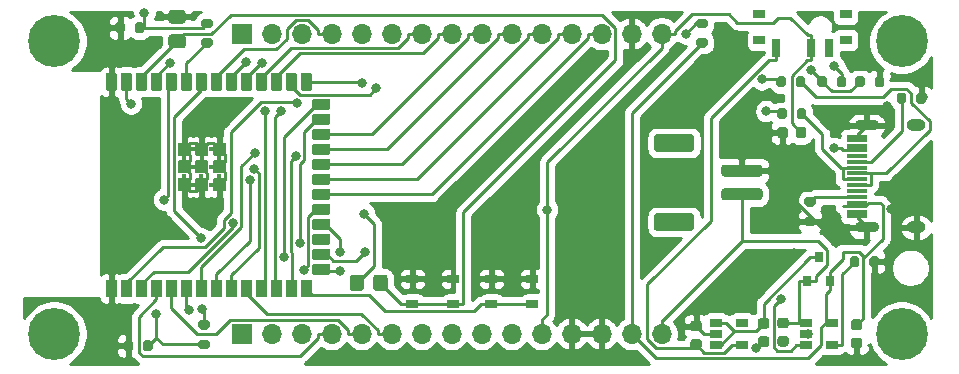
<source format=gbr>
%TF.GenerationSoftware,KiCad,Pcbnew,(5.1.12)-1*%
%TF.CreationDate,2022-11-12T21:15:41+01:00*%
%TF.ProjectId,NewmorphS3,4e65776d-6f72-4706-9853-332e6b696361,rev?*%
%TF.SameCoordinates,Original*%
%TF.FileFunction,Copper,L2,Bot*%
%TF.FilePolarity,Positive*%
%FSLAX46Y46*%
G04 Gerber Fmt 4.6, Leading zero omitted, Abs format (unit mm)*
G04 Created by KiCad (PCBNEW (5.1.12)-1) date 2022-11-12 21:15:41*
%MOMM*%
%LPD*%
G01*
G04 APERTURE LIST*
%TA.AperFunction,SMDPad,CuDef*%
%ADD10R,0.800000X0.900000*%
%TD*%
%TA.AperFunction,ComponentPad*%
%ADD11O,1.600000X1.000000*%
%TD*%
%TA.AperFunction,ComponentPad*%
%ADD12O,2.100000X0.900000*%
%TD*%
%TA.AperFunction,SMDPad,CuDef*%
%ADD13R,1.750000X0.300000*%
%TD*%
%TA.AperFunction,SMDPad,CuDef*%
%ADD14R,1.050000X0.650000*%
%TD*%
%TA.AperFunction,SMDPad,CuDef*%
%ADD15R,0.700000X1.500000*%
%TD*%
%TA.AperFunction,SMDPad,CuDef*%
%ADD16R,1.000000X0.800000*%
%TD*%
%TA.AperFunction,SMDPad,CuDef*%
%ADD17R,1.060000X0.650000*%
%TD*%
%TA.AperFunction,ComponentPad*%
%ADD18C,0.400000*%
%TD*%
%TA.AperFunction,ComponentPad*%
%ADD19R,1.700000X1.700000*%
%TD*%
%TA.AperFunction,ComponentPad*%
%ADD20O,1.700000X1.700000*%
%TD*%
%TA.AperFunction,ComponentPad*%
%ADD21C,0.700000*%
%TD*%
%TA.AperFunction,ComponentPad*%
%ADD22C,4.400000*%
%TD*%
%TA.AperFunction,ViaPad*%
%ADD23C,0.800000*%
%TD*%
%TA.AperFunction,Conductor*%
%ADD24C,0.250000*%
%TD*%
%TA.AperFunction,Conductor*%
%ADD25C,0.254000*%
%TD*%
%TA.AperFunction,Conductor*%
%ADD26C,0.100000*%
%TD*%
G04 APERTURE END LIST*
%TO.P,C101,1*%
%TO.N,/VUSB*%
%TA.AperFunction,SMDPad,CuDef*%
G36*
G01*
X117860000Y-90215000D02*
X118360000Y-90215000D01*
G75*
G02*
X118585000Y-90440000I0J-225000D01*
G01*
X118585000Y-90890000D01*
G75*
G02*
X118360000Y-91115000I-225000J0D01*
G01*
X117860000Y-91115000D01*
G75*
G02*
X117635000Y-90890000I0J225000D01*
G01*
X117635000Y-90440000D01*
G75*
G02*
X117860000Y-90215000I225000J0D01*
G01*
G37*
%TD.AperFunction*%
%TO.P,C101,2*%
%TO.N,GND*%
%TA.AperFunction,SMDPad,CuDef*%
G36*
G01*
X117860000Y-91765000D02*
X118360000Y-91765000D01*
G75*
G02*
X118585000Y-91990000I0J-225000D01*
G01*
X118585000Y-92440000D01*
G75*
G02*
X118360000Y-92665000I-225000J0D01*
G01*
X117860000Y-92665000D01*
G75*
G02*
X117635000Y-92440000I0J225000D01*
G01*
X117635000Y-91990000D01*
G75*
G02*
X117860000Y-91765000I225000J0D01*
G01*
G37*
%TD.AperFunction*%
%TD*%
%TO.P,C102,1*%
%TO.N,GND*%
%TA.AperFunction,SMDPad,CuDef*%
G36*
G01*
X110486000Y-92551000D02*
X109986000Y-92551000D01*
G75*
G02*
X109761000Y-92326000I0J225000D01*
G01*
X109761000Y-91876000D01*
G75*
G02*
X109986000Y-91651000I225000J0D01*
G01*
X110486000Y-91651000D01*
G75*
G02*
X110711000Y-91876000I0J-225000D01*
G01*
X110711000Y-92326000D01*
G75*
G02*
X110486000Y-92551000I-225000J0D01*
G01*
G37*
%TD.AperFunction*%
%TO.P,C102,2*%
%TO.N,Net-(C102-Pad2)*%
%TA.AperFunction,SMDPad,CuDef*%
G36*
G01*
X110486000Y-91001000D02*
X109986000Y-91001000D01*
G75*
G02*
X109761000Y-90776000I0J225000D01*
G01*
X109761000Y-90326000D01*
G75*
G02*
X109986000Y-90101000I225000J0D01*
G01*
X110486000Y-90101000D01*
G75*
G02*
X110711000Y-90326000I0J-225000D01*
G01*
X110711000Y-90776000D01*
G75*
G02*
X110486000Y-91001000I-225000J0D01*
G01*
G37*
%TD.AperFunction*%
%TD*%
%TO.P,C103,2*%
%TO.N,Net-(C103-Pad2)*%
%TA.AperFunction,SMDPad,CuDef*%
G36*
G01*
X104271000Y-91879000D02*
X104771000Y-91879000D01*
G75*
G02*
X104996000Y-92104000I0J-225000D01*
G01*
X104996000Y-92554000D01*
G75*
G02*
X104771000Y-92779000I-225000J0D01*
G01*
X104271000Y-92779000D01*
G75*
G02*
X104046000Y-92554000I0J225000D01*
G01*
X104046000Y-92104000D01*
G75*
G02*
X104271000Y-91879000I225000J0D01*
G01*
G37*
%TD.AperFunction*%
%TO.P,C103,1*%
%TO.N,GND*%
%TA.AperFunction,SMDPad,CuDef*%
G36*
G01*
X104271000Y-90329000D02*
X104771000Y-90329000D01*
G75*
G02*
X104996000Y-90554000I0J-225000D01*
G01*
X104996000Y-91004000D01*
G75*
G02*
X104771000Y-91229000I-225000J0D01*
G01*
X104271000Y-91229000D01*
G75*
G02*
X104046000Y-91004000I0J225000D01*
G01*
X104046000Y-90554000D01*
G75*
G02*
X104271000Y-90329000I225000J0D01*
G01*
G37*
%TD.AperFunction*%
%TD*%
%TO.P,C104,2*%
%TO.N,GND*%
%TA.AperFunction,SMDPad,CuDef*%
G36*
G01*
X111637000Y-91625000D02*
X112137000Y-91625000D01*
G75*
G02*
X112362000Y-91850000I0J-225000D01*
G01*
X112362000Y-92300000D01*
G75*
G02*
X112137000Y-92525000I-225000J0D01*
G01*
X111637000Y-92525000D01*
G75*
G02*
X111412000Y-92300000I0J225000D01*
G01*
X111412000Y-91850000D01*
G75*
G02*
X111637000Y-91625000I225000J0D01*
G01*
G37*
%TD.AperFunction*%
%TO.P,C104,1*%
%TO.N,/VBAT*%
%TA.AperFunction,SMDPad,CuDef*%
G36*
G01*
X111637000Y-90075000D02*
X112137000Y-90075000D01*
G75*
G02*
X112362000Y-90300000I0J-225000D01*
G01*
X112362000Y-90750000D01*
G75*
G02*
X112137000Y-90975000I-225000J0D01*
G01*
X111637000Y-90975000D01*
G75*
G02*
X111412000Y-90750000I0J225000D01*
G01*
X111412000Y-90300000D01*
G75*
G02*
X111637000Y-90075000I225000J0D01*
G01*
G37*
%TD.AperFunction*%
%TD*%
%TO.P,C105,1*%
%TO.N,GND*%
%TA.AperFunction,SMDPad,CuDef*%
G36*
G01*
X60104000Y-64012500D02*
X61054000Y-64012500D01*
G75*
G02*
X61304000Y-64262500I0J-250000D01*
G01*
X61304000Y-64937500D01*
G75*
G02*
X61054000Y-65187500I-250000J0D01*
G01*
X60104000Y-65187500D01*
G75*
G02*
X59854000Y-64937500I0J250000D01*
G01*
X59854000Y-64262500D01*
G75*
G02*
X60104000Y-64012500I250000J0D01*
G01*
G37*
%TD.AperFunction*%
%TO.P,C105,2*%
%TO.N,/EN*%
%TA.AperFunction,SMDPad,CuDef*%
G36*
G01*
X60104000Y-66087500D02*
X61054000Y-66087500D01*
G75*
G02*
X61304000Y-66337500I0J-250000D01*
G01*
X61304000Y-67012500D01*
G75*
G02*
X61054000Y-67262500I-250000J0D01*
G01*
X60104000Y-67262500D01*
G75*
G02*
X59854000Y-67012500I0J250000D01*
G01*
X59854000Y-66337500D01*
G75*
G02*
X60104000Y-66087500I250000J0D01*
G01*
G37*
%TD.AperFunction*%
%TD*%
D10*
%TO.P,D101,1*%
%TO.N,/VUSB*%
X115850000Y-86950000D03*
%TO.P,D101,2*%
%TO.N,/VBAT*%
X113950000Y-86950000D03*
%TO.P,D101,3*%
%TO.N,Net-(C102-Pad2)*%
X114900000Y-84950000D03*
%TD*%
D11*
%TO.P,J101,S1*%
%TO.N,GND*%
X123155000Y-73785000D03*
X123155000Y-82425000D03*
D12*
X118975000Y-73785000D03*
X118975000Y-82425000D03*
D13*
%TO.P,J101,A7*%
%TO.N,Net-(J101-PadA7)*%
X118135000Y-78355000D03*
%TO.P,J101,B6*%
%TO.N,Net-(J101-PadA6)*%
X118135000Y-78855000D03*
%TO.P,J101,A8*%
%TO.N,N/C*%
X118135000Y-79355000D03*
%TO.P,J101,B5*%
%TO.N,Net-(J101-PadB5)*%
X118135000Y-79855000D03*
%TO.P,J101,B7*%
%TO.N,Net-(J101-PadA7)*%
X118135000Y-77355000D03*
%TO.P,J101,B8*%
%TO.N,N/C*%
X118135000Y-76355000D03*
%TO.P,J101,A5*%
%TO.N,Net-(J101-PadA5)*%
X118135000Y-76855000D03*
%TO.P,J101,A6*%
%TO.N,Net-(J101-PadA6)*%
X118135000Y-77855000D03*
%TO.P,J101,A1*%
%TO.N,GND*%
X118135000Y-74755000D03*
%TO.P,J101,B12*%
X118135000Y-75055000D03*
%TO.P,J101,A4*%
%TO.N,/VUSB*%
X118135000Y-75555000D03*
%TO.P,J101,B9*%
X118135000Y-75855000D03*
%TO.P,J101,A9*%
X118135000Y-80655000D03*
%TO.P,J101,B4*%
X118135000Y-80355000D03*
%TO.P,J101,B1*%
%TO.N,GND*%
X118135000Y-81155000D03*
%TO.P,J101,A12*%
X118135000Y-81455000D03*
%TD*%
%TO.P,R101,2*%
%TO.N,Net-(R101-Pad2)*%
%TA.AperFunction,SMDPad,CuDef*%
G36*
G01*
X118350000Y-85069000D02*
X118350000Y-85619000D01*
G75*
G02*
X118150000Y-85819000I-200000J0D01*
G01*
X117750000Y-85819000D01*
G75*
G02*
X117550000Y-85619000I0J200000D01*
G01*
X117550000Y-85069000D01*
G75*
G02*
X117750000Y-84869000I200000J0D01*
G01*
X118150000Y-84869000D01*
G75*
G02*
X118350000Y-85069000I0J-200000D01*
G01*
G37*
%TD.AperFunction*%
%TO.P,R101,1*%
%TO.N,GND*%
%TA.AperFunction,SMDPad,CuDef*%
G36*
G01*
X120000000Y-85069000D02*
X120000000Y-85619000D01*
G75*
G02*
X119800000Y-85819000I-200000J0D01*
G01*
X119400000Y-85819000D01*
G75*
G02*
X119200000Y-85619000I0J200000D01*
G01*
X119200000Y-85069000D01*
G75*
G02*
X119400000Y-84869000I200000J0D01*
G01*
X119800000Y-84869000D01*
G75*
G02*
X120000000Y-85069000I0J-200000D01*
G01*
G37*
%TD.AperFunction*%
%TD*%
%TO.P,R102,1*%
%TO.N,GND*%
%TA.AperFunction,SMDPad,CuDef*%
G36*
G01*
X123970000Y-71226000D02*
X123970000Y-71776000D01*
G75*
G02*
X123770000Y-71976000I-200000J0D01*
G01*
X123370000Y-71976000D01*
G75*
G02*
X123170000Y-71776000I0J200000D01*
G01*
X123170000Y-71226000D01*
G75*
G02*
X123370000Y-71026000I200000J0D01*
G01*
X123770000Y-71026000D01*
G75*
G02*
X123970000Y-71226000I0J-200000D01*
G01*
G37*
%TD.AperFunction*%
%TO.P,R102,2*%
%TO.N,Net-(J101-PadA5)*%
%TA.AperFunction,SMDPad,CuDef*%
G36*
G01*
X122320000Y-71226000D02*
X122320000Y-71776000D01*
G75*
G02*
X122120000Y-71976000I-200000J0D01*
G01*
X121720000Y-71976000D01*
G75*
G02*
X121520000Y-71776000I0J200000D01*
G01*
X121520000Y-71226000D01*
G75*
G02*
X121720000Y-71026000I200000J0D01*
G01*
X122120000Y-71026000D01*
G75*
G02*
X122320000Y-71226000I0J-200000D01*
G01*
G37*
%TD.AperFunction*%
%TD*%
%TO.P,R103,2*%
%TO.N,Net-(J101-PadB5)*%
%TA.AperFunction,SMDPad,CuDef*%
G36*
G01*
X114448000Y-80664000D02*
X113898000Y-80664000D01*
G75*
G02*
X113698000Y-80464000I0J200000D01*
G01*
X113698000Y-80064000D01*
G75*
G02*
X113898000Y-79864000I200000J0D01*
G01*
X114448000Y-79864000D01*
G75*
G02*
X114648000Y-80064000I0J-200000D01*
G01*
X114648000Y-80464000D01*
G75*
G02*
X114448000Y-80664000I-200000J0D01*
G01*
G37*
%TD.AperFunction*%
%TO.P,R103,1*%
%TO.N,GND*%
%TA.AperFunction,SMDPad,CuDef*%
G36*
G01*
X114448000Y-82314000D02*
X113898000Y-82314000D01*
G75*
G02*
X113698000Y-82114000I0J200000D01*
G01*
X113698000Y-81714000D01*
G75*
G02*
X113898000Y-81514000I200000J0D01*
G01*
X114448000Y-81514000D01*
G75*
G02*
X114648000Y-81714000I0J-200000D01*
G01*
X114648000Y-82114000D01*
G75*
G02*
X114448000Y-82314000I-200000J0D01*
G01*
G37*
%TD.AperFunction*%
%TD*%
%TO.P,R104,1*%
%TO.N,/VUSB*%
%TA.AperFunction,SMDPad,CuDef*%
G36*
G01*
X105304000Y-67201000D02*
X104754000Y-67201000D01*
G75*
G02*
X104554000Y-67001000I0J200000D01*
G01*
X104554000Y-66601000D01*
G75*
G02*
X104754000Y-66401000I200000J0D01*
G01*
X105304000Y-66401000D01*
G75*
G02*
X105504000Y-66601000I0J-200000D01*
G01*
X105504000Y-67001000D01*
G75*
G02*
X105304000Y-67201000I-200000J0D01*
G01*
G37*
%TD.AperFunction*%
%TO.P,R104,2*%
%TO.N,Net-(D102-Pad2)*%
%TA.AperFunction,SMDPad,CuDef*%
G36*
G01*
X105304000Y-65551000D02*
X104754000Y-65551000D01*
G75*
G02*
X104554000Y-65351000I0J200000D01*
G01*
X104554000Y-64951000D01*
G75*
G02*
X104754000Y-64751000I200000J0D01*
G01*
X105304000Y-64751000D01*
G75*
G02*
X105504000Y-64951000I0J-200000D01*
G01*
X105504000Y-65351000D01*
G75*
G02*
X105304000Y-65551000I-200000J0D01*
G01*
G37*
%TD.AperFunction*%
%TD*%
%TO.P,R105,1*%
%TO.N,+3V3*%
%TA.AperFunction,SMDPad,CuDef*%
G36*
G01*
X75200000Y-87572001D02*
X75200000Y-86671999D01*
G75*
G02*
X75449999Y-86422000I249999J0D01*
G01*
X76150001Y-86422000D01*
G75*
G02*
X76400000Y-86671999I0J-249999D01*
G01*
X76400000Y-87572001D01*
G75*
G02*
X76150001Y-87822000I-249999J0D01*
G01*
X75449999Y-87822000D01*
G75*
G02*
X75200000Y-87572001I0J249999D01*
G01*
G37*
%TD.AperFunction*%
%TO.P,R105,2*%
%TO.N,/EN*%
%TA.AperFunction,SMDPad,CuDef*%
G36*
G01*
X77200000Y-87572001D02*
X77200000Y-86671999D01*
G75*
G02*
X77449999Y-86422000I249999J0D01*
G01*
X78150001Y-86422000D01*
G75*
G02*
X78400000Y-86671999I0J-249999D01*
G01*
X78400000Y-87572001D01*
G75*
G02*
X78150001Y-87822000I-249999J0D01*
G01*
X77449999Y-87822000D01*
G75*
G02*
X77200000Y-87572001I0J249999D01*
G01*
G37*
%TD.AperFunction*%
%TD*%
%TO.P,R108,1*%
%TO.N,GND*%
%TA.AperFunction,SMDPad,CuDef*%
G36*
G01*
X55353000Y-65807000D02*
X55353000Y-65257000D01*
G75*
G02*
X55553000Y-65057000I200000J0D01*
G01*
X55953000Y-65057000D01*
G75*
G02*
X56153000Y-65257000I0J-200000D01*
G01*
X56153000Y-65807000D01*
G75*
G02*
X55953000Y-66007000I-200000J0D01*
G01*
X55553000Y-66007000D01*
G75*
G02*
X55353000Y-65807000I0J200000D01*
G01*
G37*
%TD.AperFunction*%
%TO.P,R108,2*%
%TO.N,Net-(R108-Pad2)*%
%TA.AperFunction,SMDPad,CuDef*%
G36*
G01*
X57003000Y-65807000D02*
X57003000Y-65257000D01*
G75*
G02*
X57203000Y-65057000I200000J0D01*
G01*
X57603000Y-65057000D01*
G75*
G02*
X57803000Y-65257000I0J-200000D01*
G01*
X57803000Y-65807000D01*
G75*
G02*
X57603000Y-66007000I-200000J0D01*
G01*
X57203000Y-66007000D01*
G75*
G02*
X57003000Y-65807000I0J200000D01*
G01*
G37*
%TD.AperFunction*%
%TD*%
%TO.P,R109,2*%
%TO.N,Net-(R108-Pad2)*%
%TA.AperFunction,SMDPad,CuDef*%
G36*
G01*
X63394000Y-65551000D02*
X62844000Y-65551000D01*
G75*
G02*
X62644000Y-65351000I0J200000D01*
G01*
X62644000Y-64951000D01*
G75*
G02*
X62844000Y-64751000I200000J0D01*
G01*
X63394000Y-64751000D01*
G75*
G02*
X63594000Y-64951000I0J-200000D01*
G01*
X63594000Y-65351000D01*
G75*
G02*
X63394000Y-65551000I-200000J0D01*
G01*
G37*
%TD.AperFunction*%
%TO.P,R109,1*%
%TO.N,/BUTT1*%
%TA.AperFunction,SMDPad,CuDef*%
G36*
G01*
X63394000Y-67201000D02*
X62844000Y-67201000D01*
G75*
G02*
X62644000Y-67001000I0J200000D01*
G01*
X62644000Y-66601000D01*
G75*
G02*
X62844000Y-66401000I200000J0D01*
G01*
X63394000Y-66401000D01*
G75*
G02*
X63594000Y-66601000I0J-200000D01*
G01*
X63594000Y-67001000D01*
G75*
G02*
X63394000Y-67201000I-200000J0D01*
G01*
G37*
%TD.AperFunction*%
%TD*%
%TO.P,R110,2*%
%TO.N,Net-(R110-Pad2)*%
%TA.AperFunction,SMDPad,CuDef*%
G36*
G01*
X57702000Y-92731000D02*
X57702000Y-92181000D01*
G75*
G02*
X57902000Y-91981000I200000J0D01*
G01*
X58302000Y-91981000D01*
G75*
G02*
X58502000Y-92181000I0J-200000D01*
G01*
X58502000Y-92731000D01*
G75*
G02*
X58302000Y-92931000I-200000J0D01*
G01*
X57902000Y-92931000D01*
G75*
G02*
X57702000Y-92731000I0J200000D01*
G01*
G37*
%TD.AperFunction*%
%TO.P,R110,1*%
%TO.N,GND*%
%TA.AperFunction,SMDPad,CuDef*%
G36*
G01*
X56052000Y-92731000D02*
X56052000Y-92181000D01*
G75*
G02*
X56252000Y-91981000I200000J0D01*
G01*
X56652000Y-91981000D01*
G75*
G02*
X56852000Y-92181000I0J-200000D01*
G01*
X56852000Y-92731000D01*
G75*
G02*
X56652000Y-92931000I-200000J0D01*
G01*
X56252000Y-92931000D01*
G75*
G02*
X56052000Y-92731000I0J200000D01*
G01*
G37*
%TD.AperFunction*%
%TD*%
%TO.P,R111,2*%
%TO.N,Net-(R110-Pad2)*%
%TA.AperFunction,SMDPad,CuDef*%
G36*
G01*
X62590000Y-91929000D02*
X63140000Y-91929000D01*
G75*
G02*
X63340000Y-92129000I0J-200000D01*
G01*
X63340000Y-92529000D01*
G75*
G02*
X63140000Y-92729000I-200000J0D01*
G01*
X62590000Y-92729000D01*
G75*
G02*
X62390000Y-92529000I0J200000D01*
G01*
X62390000Y-92129000D01*
G75*
G02*
X62590000Y-91929000I200000J0D01*
G01*
G37*
%TD.AperFunction*%
%TO.P,R111,1*%
%TO.N,/BUTT2*%
%TA.AperFunction,SMDPad,CuDef*%
G36*
G01*
X62590000Y-90279000D02*
X63140000Y-90279000D01*
G75*
G02*
X63340000Y-90479000I0J-200000D01*
G01*
X63340000Y-90879000D01*
G75*
G02*
X63140000Y-91079000I-200000J0D01*
G01*
X62590000Y-91079000D01*
G75*
G02*
X62390000Y-90879000I0J200000D01*
G01*
X62390000Y-90479000D01*
G75*
G02*
X62590000Y-90279000I200000J0D01*
G01*
G37*
%TD.AperFunction*%
%TD*%
%TO.P,R112,1*%
%TO.N,/D-*%
%TA.AperFunction,SMDPad,CuDef*%
G36*
G01*
X111400000Y-73075000D02*
X111400000Y-72525000D01*
G75*
G02*
X111600000Y-72325000I200000J0D01*
G01*
X112000000Y-72325000D01*
G75*
G02*
X112200000Y-72525000I0J-200000D01*
G01*
X112200000Y-73075000D01*
G75*
G02*
X112000000Y-73275000I-200000J0D01*
G01*
X111600000Y-73275000D01*
G75*
G02*
X111400000Y-73075000I0J200000D01*
G01*
G37*
%TD.AperFunction*%
%TO.P,R112,2*%
%TO.N,Net-(J101-PadA7)*%
%TA.AperFunction,SMDPad,CuDef*%
G36*
G01*
X113050000Y-73075000D02*
X113050000Y-72525000D01*
G75*
G02*
X113250000Y-72325000I200000J0D01*
G01*
X113650000Y-72325000D01*
G75*
G02*
X113850000Y-72525000I0J-200000D01*
G01*
X113850000Y-73075000D01*
G75*
G02*
X113650000Y-73275000I-200000J0D01*
G01*
X113250000Y-73275000D01*
G75*
G02*
X113050000Y-73075000I0J200000D01*
G01*
G37*
%TD.AperFunction*%
%TD*%
%TO.P,R113,1*%
%TO.N,/D+*%
%TA.AperFunction,SMDPad,CuDef*%
G36*
G01*
X111329000Y-70376000D02*
X111329000Y-69826000D01*
G75*
G02*
X111529000Y-69626000I200000J0D01*
G01*
X111929000Y-69626000D01*
G75*
G02*
X112129000Y-69826000I0J-200000D01*
G01*
X112129000Y-70376000D01*
G75*
G02*
X111929000Y-70576000I-200000J0D01*
G01*
X111529000Y-70576000D01*
G75*
G02*
X111329000Y-70376000I0J200000D01*
G01*
G37*
%TD.AperFunction*%
%TO.P,R113,2*%
%TO.N,Net-(J101-PadA6)*%
%TA.AperFunction,SMDPad,CuDef*%
G36*
G01*
X112979000Y-70376000D02*
X112979000Y-69826000D01*
G75*
G02*
X113179000Y-69626000I200000J0D01*
G01*
X113579000Y-69626000D01*
G75*
G02*
X113779000Y-69826000I0J-200000D01*
G01*
X113779000Y-70376000D01*
G75*
G02*
X113579000Y-70576000I-200000J0D01*
G01*
X113179000Y-70576000D01*
G75*
G02*
X112979000Y-70376000I0J200000D01*
G01*
G37*
%TD.AperFunction*%
%TD*%
D14*
%TO.P,SW101,2*%
%TO.N,GND*%
X83975000Y-86790000D03*
X80510000Y-86790000D03*
%TO.P,SW101,1*%
%TO.N,/EN*%
X83975000Y-88890000D03*
X80510000Y-88890000D03*
%TD*%
%TO.P,SW102,1*%
%TO.N,/IO0*%
X87200000Y-88890000D03*
X90665000Y-88890000D03*
%TO.P,SW102,2*%
%TO.N,GND*%
X87200000Y-86790000D03*
X90665000Y-86790000D03*
%TD*%
D15*
%TO.P,SW105,1*%
%TO.N,Net-(C103-Pad2)*%
X111288000Y-67216000D03*
%TO.P,SW105,2*%
%TO.N,+3V3*%
X114288000Y-67216000D03*
%TO.P,SW105,3*%
%TO.N,N/C*%
X115788000Y-67216000D03*
D16*
%TO.P,SW105,*%
%TO.N,*%
X109888000Y-64356000D03*
X117188000Y-64356000D03*
X117188000Y-66566000D03*
X109888000Y-66566000D03*
%TD*%
D17*
%TO.P,U101,1*%
%TO.N,Net-(D102-Pad1)*%
X113835000Y-92390000D03*
%TO.P,U101,2*%
%TO.N,GND*%
X113835000Y-91440000D03*
%TO.P,U101,3*%
%TO.N,/VBAT*%
X113835000Y-90490000D03*
%TO.P,U101,4*%
%TO.N,/VUSB*%
X116035000Y-90490000D03*
%TO.P,U101,5*%
%TO.N,Net-(R101-Pad2)*%
X116035000Y-92390000D03*
%TD*%
%TO.P,U102,5*%
%TO.N,Net-(C103-Pad2)*%
X108415000Y-92390000D03*
%TO.P,U102,4*%
%TO.N,N/C*%
X108415000Y-90490000D03*
%TO.P,U102,3*%
%TO.N,Net-(C102-Pad2)*%
X106215000Y-90490000D03*
%TO.P,U102,2*%
%TO.N,GND*%
X106215000Y-91440000D03*
%TO.P,U102,1*%
%TO.N,Net-(C102-Pad2)*%
X106215000Y-92390000D03*
%TD*%
%TO.P,U103,41*%
%TO.N,GND*%
%TA.AperFunction,SMDPad,CuDef*%
G36*
G01*
X64643100Y-76360000D02*
X63716900Y-76360000D01*
G75*
G02*
X63630000Y-76273100I0J86900D01*
G01*
X63630000Y-75346900D01*
G75*
G02*
X63716900Y-75260000I86900J0D01*
G01*
X64643100Y-75260000D01*
G75*
G02*
X64730000Y-75346900I0J-86900D01*
G01*
X64730000Y-76273100D01*
G75*
G02*
X64643100Y-76360000I-86900J0D01*
G01*
G37*
%TD.AperFunction*%
%TA.AperFunction,SMDPad,CuDef*%
G36*
G01*
X63143100Y-79360000D02*
X62216900Y-79360000D01*
G75*
G02*
X62130000Y-79273100I0J86900D01*
G01*
X62130000Y-78346900D01*
G75*
G02*
X62216900Y-78260000I86900J0D01*
G01*
X63143100Y-78260000D01*
G75*
G02*
X63230000Y-78346900I0J-86900D01*
G01*
X63230000Y-79273100D01*
G75*
G02*
X63143100Y-79360000I-86900J0D01*
G01*
G37*
%TD.AperFunction*%
%TA.AperFunction,SMDPad,CuDef*%
G36*
G01*
X63143100Y-77860000D02*
X62216900Y-77860000D01*
G75*
G02*
X62130000Y-77773100I0J86900D01*
G01*
X62130000Y-76846900D01*
G75*
G02*
X62216900Y-76760000I86900J0D01*
G01*
X63143100Y-76760000D01*
G75*
G02*
X63230000Y-76846900I0J-86900D01*
G01*
X63230000Y-77773100D01*
G75*
G02*
X63143100Y-77860000I-86900J0D01*
G01*
G37*
%TD.AperFunction*%
D18*
%TO.P,U103,*%
%TO.N,*%
X62599000Y-78086000D03*
X64123000Y-76562000D03*
%TO.P,U103,41*%
%TO.N,GND*%
%TA.AperFunction,SMDPad,CuDef*%
G36*
G01*
X64643100Y-79360000D02*
X63716900Y-79360000D01*
G75*
G02*
X63630000Y-79273100I0J86900D01*
G01*
X63630000Y-78346900D01*
G75*
G02*
X63716900Y-78260000I86900J0D01*
G01*
X64643100Y-78260000D01*
G75*
G02*
X64730000Y-78346900I0J-86900D01*
G01*
X64730000Y-79273100D01*
G75*
G02*
X64643100Y-79360000I-86900J0D01*
G01*
G37*
%TD.AperFunction*%
%TA.AperFunction,SMDPad,CuDef*%
G36*
G01*
X61643100Y-79360000D02*
X60716900Y-79360000D01*
G75*
G02*
X60630000Y-79273100I0J86900D01*
G01*
X60630000Y-78346900D01*
G75*
G02*
X60716900Y-78260000I86900J0D01*
G01*
X61643100Y-78260000D01*
G75*
G02*
X61730000Y-78346900I0J-86900D01*
G01*
X61730000Y-79273100D01*
G75*
G02*
X61643100Y-79360000I-86900J0D01*
G01*
G37*
%TD.AperFunction*%
%TA.AperFunction,SMDPad,CuDef*%
G36*
G01*
X61643100Y-77860000D02*
X60716900Y-77860000D01*
G75*
G02*
X60630000Y-77773100I0J86900D01*
G01*
X60630000Y-76846900D01*
G75*
G02*
X60716900Y-76760000I86900J0D01*
G01*
X61643100Y-76760000D01*
G75*
G02*
X61730000Y-76846900I0J-86900D01*
G01*
X61730000Y-77773100D01*
G75*
G02*
X61643100Y-77860000I-86900J0D01*
G01*
G37*
%TD.AperFunction*%
%TO.P,U103,*%
%TO.N,*%
X63411800Y-77273200D03*
X64123000Y-78035200D03*
X61125800Y-76562000D03*
X62649800Y-76562000D03*
%TO.P,U103,41*%
%TO.N,GND*%
%TA.AperFunction,SMDPad,CuDef*%
G36*
G01*
X63143100Y-76360000D02*
X62216900Y-76360000D01*
G75*
G02*
X62130000Y-76273100I0J86900D01*
G01*
X62130000Y-75346900D01*
G75*
G02*
X62216900Y-75260000I86900J0D01*
G01*
X63143100Y-75260000D01*
G75*
G02*
X63230000Y-75346900I0J-86900D01*
G01*
X63230000Y-76273100D01*
G75*
G02*
X63143100Y-76360000I-86900J0D01*
G01*
G37*
%TD.AperFunction*%
%TA.AperFunction,SMDPad,CuDef*%
G36*
G01*
X61643100Y-76360000D02*
X60716900Y-76360000D01*
G75*
G02*
X60630000Y-76273100I0J86900D01*
G01*
X60630000Y-75346900D01*
G75*
G02*
X60716900Y-75260000I86900J0D01*
G01*
X61643100Y-75260000D01*
G75*
G02*
X61730000Y-75346900I0J-86900D01*
G01*
X61730000Y-76273100D01*
G75*
G02*
X61643100Y-76360000I-86900J0D01*
G01*
G37*
%TD.AperFunction*%
%TO.P,U103,*%
%TO.N,*%
X63411800Y-75800000D03*
X61125800Y-78086000D03*
X61938600Y-75800000D03*
X61938600Y-77324000D03*
X61938600Y-78797200D03*
X63411800Y-78797200D03*
%TO.P,U103,41*%
%TO.N,GND*%
%TA.AperFunction,SMDPad,CuDef*%
G36*
G01*
X64643100Y-77860000D02*
X63716900Y-77860000D01*
G75*
G02*
X63630000Y-77773100I0J86900D01*
G01*
X63630000Y-76846900D01*
G75*
G02*
X63716900Y-76760000I86900J0D01*
G01*
X64643100Y-76760000D01*
G75*
G02*
X64730000Y-76846900I0J-86900D01*
G01*
X64730000Y-77773100D01*
G75*
G02*
X64643100Y-77860000I-86900J0D01*
G01*
G37*
%TD.AperFunction*%
%TO.P,U103,1*%
%TA.AperFunction,SMDPad,CuDef*%
G36*
G01*
X54646100Y-69350000D02*
X55403900Y-69350000D01*
G75*
G02*
X55475000Y-69421100I0J-71100D01*
G01*
X55475000Y-70778900D01*
G75*
G02*
X55403900Y-70850000I-71100J0D01*
G01*
X54646100Y-70850000D01*
G75*
G02*
X54575000Y-70778900I0J71100D01*
G01*
X54575000Y-69421100D01*
G75*
G02*
X54646100Y-69350000I71100J0D01*
G01*
G37*
%TD.AperFunction*%
%TO.P,U103,2*%
%TO.N,+3V3*%
%TA.AperFunction,SMDPad,CuDef*%
G36*
G01*
X55916100Y-69350000D02*
X56673900Y-69350000D01*
G75*
G02*
X56745000Y-69421100I0J-71100D01*
G01*
X56745000Y-70778900D01*
G75*
G02*
X56673900Y-70850000I-71100J0D01*
G01*
X55916100Y-70850000D01*
G75*
G02*
X55845000Y-70778900I0J71100D01*
G01*
X55845000Y-69421100D01*
G75*
G02*
X55916100Y-69350000I71100J0D01*
G01*
G37*
%TD.AperFunction*%
%TO.P,U103,3*%
%TO.N,/EN*%
%TA.AperFunction,SMDPad,CuDef*%
G36*
G01*
X57186100Y-69350000D02*
X57943900Y-69350000D01*
G75*
G02*
X58015000Y-69421100I0J-71100D01*
G01*
X58015000Y-70778900D01*
G75*
G02*
X57943900Y-70850000I-71100J0D01*
G01*
X57186100Y-70850000D01*
G75*
G02*
X57115000Y-70778900I0J71100D01*
G01*
X57115000Y-69421100D01*
G75*
G02*
X57186100Y-69350000I71100J0D01*
G01*
G37*
%TD.AperFunction*%
%TO.P,U103,4*%
%TO.N,ChkBat*%
%TA.AperFunction,SMDPad,CuDef*%
G36*
G01*
X58456100Y-69350000D02*
X59213900Y-69350000D01*
G75*
G02*
X59285000Y-69421100I0J-71100D01*
G01*
X59285000Y-70778900D01*
G75*
G02*
X59213900Y-70850000I-71100J0D01*
G01*
X58456100Y-70850000D01*
G75*
G02*
X58385000Y-70778900I0J71100D01*
G01*
X58385000Y-69421100D01*
G75*
G02*
X58456100Y-69350000I71100J0D01*
G01*
G37*
%TD.AperFunction*%
%TO.P,U103,5*%
%TO.N,/LEDA*%
%TA.AperFunction,SMDPad,CuDef*%
G36*
G01*
X59726100Y-69350000D02*
X60483900Y-69350000D01*
G75*
G02*
X60555000Y-69421100I0J-71100D01*
G01*
X60555000Y-70778900D01*
G75*
G02*
X60483900Y-70850000I-71100J0D01*
G01*
X59726100Y-70850000D01*
G75*
G02*
X59655000Y-70778900I0J71100D01*
G01*
X59655000Y-69421100D01*
G75*
G02*
X59726100Y-69350000I71100J0D01*
G01*
G37*
%TD.AperFunction*%
%TO.P,U103,6*%
%TO.N,/BUTT1*%
%TA.AperFunction,SMDPad,CuDef*%
G36*
G01*
X60996100Y-69350000D02*
X61753900Y-69350000D01*
G75*
G02*
X61825000Y-69421100I0J-71100D01*
G01*
X61825000Y-70778900D01*
G75*
G02*
X61753900Y-70850000I-71100J0D01*
G01*
X60996100Y-70850000D01*
G75*
G02*
X60925000Y-70778900I0J71100D01*
G01*
X60925000Y-69421100D01*
G75*
G02*
X60996100Y-69350000I71100J0D01*
G01*
G37*
%TD.AperFunction*%
%TO.P,U103,7*%
%TO.N,/BUTT2*%
%TA.AperFunction,SMDPad,CuDef*%
G36*
G01*
X62266100Y-69350000D02*
X63023900Y-69350000D01*
G75*
G02*
X63095000Y-69421100I0J-71100D01*
G01*
X63095000Y-70778900D01*
G75*
G02*
X63023900Y-70850000I-71100J0D01*
G01*
X62266100Y-70850000D01*
G75*
G02*
X62195000Y-70778900I0J71100D01*
G01*
X62195000Y-69421100D01*
G75*
G02*
X62266100Y-69350000I71100J0D01*
G01*
G37*
%TD.AperFunction*%
%TO.P,U103,8*%
%TO.N,/IO15*%
%TA.AperFunction,SMDPad,CuDef*%
G36*
G01*
X63536100Y-69350000D02*
X64293900Y-69350000D01*
G75*
G02*
X64365000Y-69421100I0J-71100D01*
G01*
X64365000Y-70778900D01*
G75*
G02*
X64293900Y-70850000I-71100J0D01*
G01*
X63536100Y-70850000D01*
G75*
G02*
X63465000Y-70778900I0J71100D01*
G01*
X63465000Y-69421100D01*
G75*
G02*
X63536100Y-69350000I71100J0D01*
G01*
G37*
%TD.AperFunction*%
%TO.P,U103,9*%
%TO.N,/IO16*%
%TA.AperFunction,SMDPad,CuDef*%
G36*
G01*
X64806100Y-69350000D02*
X65563900Y-69350000D01*
G75*
G02*
X65635000Y-69421100I0J-71100D01*
G01*
X65635000Y-70778900D01*
G75*
G02*
X65563900Y-70850000I-71100J0D01*
G01*
X64806100Y-70850000D01*
G75*
G02*
X64735000Y-70778900I0J71100D01*
G01*
X64735000Y-69421100D01*
G75*
G02*
X64806100Y-69350000I71100J0D01*
G01*
G37*
%TD.AperFunction*%
%TO.P,U103,10*%
%TO.N,/IO17*%
%TA.AperFunction,SMDPad,CuDef*%
G36*
G01*
X66076100Y-69350000D02*
X66833900Y-69350000D01*
G75*
G02*
X66905000Y-69421100I0J-71100D01*
G01*
X66905000Y-70778900D01*
G75*
G02*
X66833900Y-70850000I-71100J0D01*
G01*
X66076100Y-70850000D01*
G75*
G02*
X66005000Y-70778900I0J71100D01*
G01*
X66005000Y-69421100D01*
G75*
G02*
X66076100Y-69350000I71100J0D01*
G01*
G37*
%TD.AperFunction*%
%TO.P,U103,11*%
%TO.N,/IO18*%
%TA.AperFunction,SMDPad,CuDef*%
G36*
G01*
X67346100Y-69350000D02*
X68103900Y-69350000D01*
G75*
G02*
X68175000Y-69421100I0J-71100D01*
G01*
X68175000Y-70778900D01*
G75*
G02*
X68103900Y-70850000I-71100J0D01*
G01*
X67346100Y-70850000D01*
G75*
G02*
X67275000Y-70778900I0J71100D01*
G01*
X67275000Y-69421100D01*
G75*
G02*
X67346100Y-69350000I71100J0D01*
G01*
G37*
%TD.AperFunction*%
%TO.P,U103,12*%
%TO.N,/IO8*%
%TA.AperFunction,SMDPad,CuDef*%
G36*
G01*
X68616100Y-69350000D02*
X69373900Y-69350000D01*
G75*
G02*
X69445000Y-69421100I0J-71100D01*
G01*
X69445000Y-70778900D01*
G75*
G02*
X69373900Y-70850000I-71100J0D01*
G01*
X68616100Y-70850000D01*
G75*
G02*
X68545000Y-70778900I0J71100D01*
G01*
X68545000Y-69421100D01*
G75*
G02*
X68616100Y-69350000I71100J0D01*
G01*
G37*
%TD.AperFunction*%
%TO.P,U103,13*%
%TO.N,/D-*%
%TA.AperFunction,SMDPad,CuDef*%
G36*
G01*
X69886100Y-69350000D02*
X70643900Y-69350000D01*
G75*
G02*
X70715000Y-69421100I0J-71100D01*
G01*
X70715000Y-70778900D01*
G75*
G02*
X70643900Y-70850000I-71100J0D01*
G01*
X69886100Y-70850000D01*
G75*
G02*
X69815000Y-70778900I0J71100D01*
G01*
X69815000Y-69421100D01*
G75*
G02*
X69886100Y-69350000I71100J0D01*
G01*
G37*
%TD.AperFunction*%
%TO.P,U103,14*%
%TO.N,/D+*%
%TA.AperFunction,SMDPad,CuDef*%
G36*
G01*
X71156100Y-69350000D02*
X71913900Y-69350000D01*
G75*
G02*
X71985000Y-69421100I0J-71100D01*
G01*
X71985000Y-70778900D01*
G75*
G02*
X71913900Y-70850000I-71100J0D01*
G01*
X71156100Y-70850000D01*
G75*
G02*
X71085000Y-70778900I0J71100D01*
G01*
X71085000Y-69421100D01*
G75*
G02*
X71156100Y-69350000I71100J0D01*
G01*
G37*
%TD.AperFunction*%
%TO.P,U103,40*%
%TO.N,GND*%
%TA.AperFunction,SMDPad,CuDef*%
G36*
G01*
X54646100Y-86850000D02*
X55403900Y-86850000D01*
G75*
G02*
X55475000Y-86921100I0J-71100D01*
G01*
X55475000Y-88278900D01*
G75*
G02*
X55403900Y-88350000I-71100J0D01*
G01*
X54646100Y-88350000D01*
G75*
G02*
X54575000Y-88278900I0J71100D01*
G01*
X54575000Y-86921100D01*
G75*
G02*
X54646100Y-86850000I71100J0D01*
G01*
G37*
%TD.AperFunction*%
%TO.P,U103,39*%
%TO.N,/JoyX*%
%TA.AperFunction,SMDPad,CuDef*%
G36*
G01*
X55916100Y-86850000D02*
X56673900Y-86850000D01*
G75*
G02*
X56745000Y-86921100I0J-71100D01*
G01*
X56745000Y-88278900D01*
G75*
G02*
X56673900Y-88350000I-71100J0D01*
G01*
X55916100Y-88350000D01*
G75*
G02*
X55845000Y-88278900I0J71100D01*
G01*
X55845000Y-86921100D01*
G75*
G02*
X55916100Y-86850000I71100J0D01*
G01*
G37*
%TD.AperFunction*%
%TO.P,U103,38*%
%TO.N,/JoyY*%
%TA.AperFunction,SMDPad,CuDef*%
G36*
G01*
X57186100Y-86850000D02*
X57943900Y-86850000D01*
G75*
G02*
X58015000Y-86921100I0J-71100D01*
G01*
X58015000Y-88278900D01*
G75*
G02*
X57943900Y-88350000I-71100J0D01*
G01*
X57186100Y-88350000D01*
G75*
G02*
X57115000Y-88278900I0J71100D01*
G01*
X57115000Y-86921100D01*
G75*
G02*
X57186100Y-86850000I71100J0D01*
G01*
G37*
%TD.AperFunction*%
%TO.P,U103,37*%
%TO.N,/TXD*%
%TA.AperFunction,SMDPad,CuDef*%
G36*
G01*
X58456100Y-86850000D02*
X59213900Y-86850000D01*
G75*
G02*
X59285000Y-86921100I0J-71100D01*
G01*
X59285000Y-88278900D01*
G75*
G02*
X59213900Y-88350000I-71100J0D01*
G01*
X58456100Y-88350000D01*
G75*
G02*
X58385000Y-88278900I0J71100D01*
G01*
X58385000Y-86921100D01*
G75*
G02*
X58456100Y-86850000I71100J0D01*
G01*
G37*
%TD.AperFunction*%
%TO.P,U103,29*%
%TO.N,/SCK*%
%TA.AperFunction,SMDPad,CuDef*%
G36*
G01*
X68616100Y-86850000D02*
X69373900Y-86850000D01*
G75*
G02*
X69445000Y-86921100I0J-71100D01*
G01*
X69445000Y-88278900D01*
G75*
G02*
X69373900Y-88350000I-71100J0D01*
G01*
X68616100Y-88350000D01*
G75*
G02*
X68545000Y-88278900I0J71100D01*
G01*
X68545000Y-86921100D01*
G75*
G02*
X68616100Y-86850000I71100J0D01*
G01*
G37*
%TD.AperFunction*%
%TO.P,U103,35*%
%TO.N,/IO42*%
%TA.AperFunction,SMDPad,CuDef*%
G36*
G01*
X60996100Y-86850000D02*
X61753900Y-86850000D01*
G75*
G02*
X61825000Y-86921100I0J-71100D01*
G01*
X61825000Y-88278900D01*
G75*
G02*
X61753900Y-88350000I-71100J0D01*
G01*
X60996100Y-88350000D01*
G75*
G02*
X60925000Y-88278900I0J71100D01*
G01*
X60925000Y-86921100D01*
G75*
G02*
X60996100Y-86850000I71100J0D01*
G01*
G37*
%TD.AperFunction*%
%TO.P,U103,30*%
%TO.N,/MISO*%
%TA.AperFunction,SMDPad,CuDef*%
G36*
G01*
X67346100Y-86850000D02*
X68103900Y-86850000D01*
G75*
G02*
X68175000Y-86921100I0J-71100D01*
G01*
X68175000Y-88278900D01*
G75*
G02*
X68103900Y-88350000I-71100J0D01*
G01*
X67346100Y-88350000D01*
G75*
G02*
X67275000Y-88278900I0J71100D01*
G01*
X67275000Y-86921100D01*
G75*
G02*
X67346100Y-86850000I71100J0D01*
G01*
G37*
%TD.AperFunction*%
%TO.P,U103,27*%
%TO.N,/IO0*%
%TA.AperFunction,SMDPad,CuDef*%
G36*
G01*
X71156100Y-86850000D02*
X71913900Y-86850000D01*
G75*
G02*
X71985000Y-86921100I0J-71100D01*
G01*
X71985000Y-88278900D01*
G75*
G02*
X71913900Y-88350000I-71100J0D01*
G01*
X71156100Y-88350000D01*
G75*
G02*
X71085000Y-88278900I0J71100D01*
G01*
X71085000Y-86921100D01*
G75*
G02*
X71156100Y-86850000I71100J0D01*
G01*
G37*
%TD.AperFunction*%
%TO.P,U103,28*%
%TO.N,/MOSI*%
%TA.AperFunction,SMDPad,CuDef*%
G36*
G01*
X69886100Y-86850000D02*
X70643900Y-86850000D01*
G75*
G02*
X70715000Y-86921100I0J-71100D01*
G01*
X70715000Y-88278900D01*
G75*
G02*
X70643900Y-88350000I-71100J0D01*
G01*
X69886100Y-88350000D01*
G75*
G02*
X69815000Y-88278900I0J71100D01*
G01*
X69815000Y-86921100D01*
G75*
G02*
X69886100Y-86850000I71100J0D01*
G01*
G37*
%TD.AperFunction*%
%TO.P,U103,34*%
%TO.N,/DisplRST*%
%TA.AperFunction,SMDPad,CuDef*%
G36*
G01*
X62266100Y-86850000D02*
X63023900Y-86850000D01*
G75*
G02*
X63095000Y-86921100I0J-71100D01*
G01*
X63095000Y-88278900D01*
G75*
G02*
X63023900Y-88350000I-71100J0D01*
G01*
X62266100Y-88350000D01*
G75*
G02*
X62195000Y-88278900I0J71100D01*
G01*
X62195000Y-86921100D01*
G75*
G02*
X62266100Y-86850000I71100J0D01*
G01*
G37*
%TD.AperFunction*%
%TO.P,U103,36*%
%TO.N,/RXD*%
%TA.AperFunction,SMDPad,CuDef*%
G36*
G01*
X59726100Y-86850000D02*
X60483900Y-86850000D01*
G75*
G02*
X60555000Y-86921100I0J-71100D01*
G01*
X60555000Y-88278900D01*
G75*
G02*
X60483900Y-88350000I-71100J0D01*
G01*
X59726100Y-88350000D01*
G75*
G02*
X59655000Y-88278900I0J71100D01*
G01*
X59655000Y-86921100D01*
G75*
G02*
X59726100Y-86850000I71100J0D01*
G01*
G37*
%TD.AperFunction*%
%TO.P,U103,31*%
%TO.N,/IO38*%
%TA.AperFunction,SMDPad,CuDef*%
G36*
G01*
X66076100Y-86850000D02*
X66833900Y-86850000D01*
G75*
G02*
X66905000Y-86921100I0J-71100D01*
G01*
X66905000Y-88278900D01*
G75*
G02*
X66833900Y-88350000I-71100J0D01*
G01*
X66076100Y-88350000D01*
G75*
G02*
X66005000Y-88278900I0J71100D01*
G01*
X66005000Y-86921100D01*
G75*
G02*
X66076100Y-86850000I71100J0D01*
G01*
G37*
%TD.AperFunction*%
%TO.P,U103,32*%
%TO.N,/Display_CS*%
%TA.AperFunction,SMDPad,CuDef*%
G36*
G01*
X64806100Y-86850000D02*
X65563900Y-86850000D01*
G75*
G02*
X65635000Y-86921100I0J-71100D01*
G01*
X65635000Y-88278900D01*
G75*
G02*
X65563900Y-88350000I-71100J0D01*
G01*
X64806100Y-88350000D01*
G75*
G02*
X64735000Y-88278900I0J71100D01*
G01*
X64735000Y-86921100D01*
G75*
G02*
X64806100Y-86850000I71100J0D01*
G01*
G37*
%TD.AperFunction*%
%TO.P,U103,33*%
%TO.N,/DisplayDC*%
%TA.AperFunction,SMDPad,CuDef*%
G36*
G01*
X63536100Y-86850000D02*
X64293900Y-86850000D01*
G75*
G02*
X64365000Y-86921100I0J-71100D01*
G01*
X64365000Y-88278900D01*
G75*
G02*
X64293900Y-88350000I-71100J0D01*
G01*
X63536100Y-88350000D01*
G75*
G02*
X63465000Y-88278900I0J71100D01*
G01*
X63465000Y-86921100D01*
G75*
G02*
X63536100Y-86850000I71100J0D01*
G01*
G37*
%TD.AperFunction*%
%TO.P,U103,15*%
%TO.N,/IO3*%
%TA.AperFunction,SMDPad,CuDef*%
G36*
G01*
X73525000Y-71621100D02*
X73525000Y-72378900D01*
G75*
G02*
X73453900Y-72450000I-71100J0D01*
G01*
X72096100Y-72450000D01*
G75*
G02*
X72025000Y-72378900I0J71100D01*
G01*
X72025000Y-71621100D01*
G75*
G02*
X72096100Y-71550000I71100J0D01*
G01*
X73453900Y-71550000D01*
G75*
G02*
X73525000Y-71621100I0J-71100D01*
G01*
G37*
%TD.AperFunction*%
%TO.P,U103,16*%
%TO.N,/IO46*%
%TA.AperFunction,SMDPad,CuDef*%
G36*
G01*
X73525000Y-72891100D02*
X73525000Y-73648900D01*
G75*
G02*
X73453900Y-73720000I-71100J0D01*
G01*
X72096100Y-73720000D01*
G75*
G02*
X72025000Y-73648900I0J71100D01*
G01*
X72025000Y-72891100D01*
G75*
G02*
X72096100Y-72820000I71100J0D01*
G01*
X73453900Y-72820000D01*
G75*
G02*
X73525000Y-72891100I0J-71100D01*
G01*
G37*
%TD.AperFunction*%
%TO.P,U103,17*%
%TO.N,/IO9*%
%TA.AperFunction,SMDPad,CuDef*%
G36*
G01*
X73525000Y-74161100D02*
X73525000Y-74918900D01*
G75*
G02*
X73453900Y-74990000I-71100J0D01*
G01*
X72096100Y-74990000D01*
G75*
G02*
X72025000Y-74918900I0J71100D01*
G01*
X72025000Y-74161100D01*
G75*
G02*
X72096100Y-74090000I71100J0D01*
G01*
X73453900Y-74090000D01*
G75*
G02*
X73525000Y-74161100I0J-71100D01*
G01*
G37*
%TD.AperFunction*%
%TO.P,U103,18*%
%TO.N,/IO10*%
%TA.AperFunction,SMDPad,CuDef*%
G36*
G01*
X73525000Y-75431100D02*
X73525000Y-76188900D01*
G75*
G02*
X73453900Y-76260000I-71100J0D01*
G01*
X72096100Y-76260000D01*
G75*
G02*
X72025000Y-76188900I0J71100D01*
G01*
X72025000Y-75431100D01*
G75*
G02*
X72096100Y-75360000I71100J0D01*
G01*
X73453900Y-75360000D01*
G75*
G02*
X73525000Y-75431100I0J-71100D01*
G01*
G37*
%TD.AperFunction*%
%TO.P,U103,19*%
%TO.N,/IO11*%
%TA.AperFunction,SMDPad,CuDef*%
G36*
G01*
X73525000Y-76701100D02*
X73525000Y-77458900D01*
G75*
G02*
X73453900Y-77530000I-71100J0D01*
G01*
X72096100Y-77530000D01*
G75*
G02*
X72025000Y-77458900I0J71100D01*
G01*
X72025000Y-76701100D01*
G75*
G02*
X72096100Y-76630000I71100J0D01*
G01*
X73453900Y-76630000D01*
G75*
G02*
X73525000Y-76701100I0J-71100D01*
G01*
G37*
%TD.AperFunction*%
%TO.P,U103,20*%
%TO.N,/IO12*%
%TA.AperFunction,SMDPad,CuDef*%
G36*
G01*
X73525000Y-77971100D02*
X73525000Y-78728900D01*
G75*
G02*
X73453900Y-78800000I-71100J0D01*
G01*
X72096100Y-78800000D01*
G75*
G02*
X72025000Y-78728900I0J71100D01*
G01*
X72025000Y-77971100D01*
G75*
G02*
X72096100Y-77900000I71100J0D01*
G01*
X73453900Y-77900000D01*
G75*
G02*
X73525000Y-77971100I0J-71100D01*
G01*
G37*
%TD.AperFunction*%
%TO.P,U103,21*%
%TO.N,/IO13*%
%TA.AperFunction,SMDPad,CuDef*%
G36*
G01*
X73525000Y-79241100D02*
X73525000Y-79998900D01*
G75*
G02*
X73453900Y-80070000I-71100J0D01*
G01*
X72096100Y-80070000D01*
G75*
G02*
X72025000Y-79998900I0J71100D01*
G01*
X72025000Y-79241100D01*
G75*
G02*
X72096100Y-79170000I71100J0D01*
G01*
X73453900Y-79170000D01*
G75*
G02*
X73525000Y-79241100I0J-71100D01*
G01*
G37*
%TD.AperFunction*%
%TO.P,U103,22*%
%TO.N,/IO14*%
%TA.AperFunction,SMDPad,CuDef*%
G36*
G01*
X73525000Y-80511100D02*
X73525000Y-81268900D01*
G75*
G02*
X73453900Y-81340000I-71100J0D01*
G01*
X72096100Y-81340000D01*
G75*
G02*
X72025000Y-81268900I0J71100D01*
G01*
X72025000Y-80511100D01*
G75*
G02*
X72096100Y-80440000I71100J0D01*
G01*
X73453900Y-80440000D01*
G75*
G02*
X73525000Y-80511100I0J-71100D01*
G01*
G37*
%TD.AperFunction*%
%TO.P,U103,23*%
%TO.N,/IO21*%
%TA.AperFunction,SMDPad,CuDef*%
G36*
G01*
X73525000Y-81781100D02*
X73525000Y-82538900D01*
G75*
G02*
X73453900Y-82610000I-71100J0D01*
G01*
X72096100Y-82610000D01*
G75*
G02*
X72025000Y-82538900I0J71100D01*
G01*
X72025000Y-81781100D01*
G75*
G02*
X72096100Y-81710000I71100J0D01*
G01*
X73453900Y-81710000D01*
G75*
G02*
X73525000Y-81781100I0J-71100D01*
G01*
G37*
%TD.AperFunction*%
%TO.P,U103,24*%
%TO.N,N/C*%
%TA.AperFunction,SMDPad,CuDef*%
G36*
G01*
X73525000Y-83051100D02*
X73525000Y-83808900D01*
G75*
G02*
X73453900Y-83880000I-71100J0D01*
G01*
X72096100Y-83880000D01*
G75*
G02*
X72025000Y-83808900I0J71100D01*
G01*
X72025000Y-83051100D01*
G75*
G02*
X72096100Y-82980000I71100J0D01*
G01*
X73453900Y-82980000D01*
G75*
G02*
X73525000Y-83051100I0J-71100D01*
G01*
G37*
%TD.AperFunction*%
%TO.P,U103,25*%
%TO.N,/IO48*%
%TA.AperFunction,SMDPad,CuDef*%
G36*
G01*
X73525000Y-84321100D02*
X73525000Y-85078900D01*
G75*
G02*
X73453900Y-85150000I-71100J0D01*
G01*
X72096100Y-85150000D01*
G75*
G02*
X72025000Y-85078900I0J71100D01*
G01*
X72025000Y-84321100D01*
G75*
G02*
X72096100Y-84250000I71100J0D01*
G01*
X73453900Y-84250000D01*
G75*
G02*
X73525000Y-84321100I0J-71100D01*
G01*
G37*
%TD.AperFunction*%
%TO.P,U103,26*%
%TO.N,/IO45*%
%TA.AperFunction,SMDPad,CuDef*%
G36*
G01*
X73525000Y-85591100D02*
X73525000Y-86348900D01*
G75*
G02*
X73453900Y-86420000I-71100J0D01*
G01*
X72096100Y-86420000D01*
G75*
G02*
X72025000Y-86348900I0J71100D01*
G01*
X72025000Y-85591100D01*
G75*
G02*
X72096100Y-85520000I71100J0D01*
G01*
X73453900Y-85520000D01*
G75*
G02*
X73525000Y-85591100I0J-71100D01*
G01*
G37*
%TD.AperFunction*%
%TD*%
D19*
%TO.P,J103,1*%
%TO.N,/MISO*%
X66040000Y-66040000D03*
D20*
%TO.P,J103,2*%
%TO.N,/MOSI*%
X68580000Y-66040000D03*
%TO.P,J103,3*%
%TO.N,/SCK*%
X71120000Y-66040000D03*
%TO.P,J103,4*%
%TO.N,/IO15*%
X73660000Y-66040000D03*
%TO.P,J103,5*%
%TO.N,/IO16*%
X76200000Y-66040000D03*
%TO.P,J103,6*%
%TO.N,/IO17*%
X78740000Y-66040000D03*
%TO.P,J103,7*%
%TO.N,/IO18*%
X81280000Y-66040000D03*
%TO.P,J103,8*%
%TO.N,/IO8*%
X83820000Y-66040000D03*
%TO.P,J103,9*%
%TO.N,/IO9*%
X86360000Y-66040000D03*
%TO.P,J103,10*%
%TO.N,/IO10*%
X88900000Y-66040000D03*
%TO.P,J103,11*%
%TO.N,/IO11*%
X91440000Y-66040000D03*
%TO.P,J103,12*%
%TO.N,/IO12*%
X93980000Y-66040000D03*
%TO.P,J103,13*%
%TO.N,/IO13*%
X96520000Y-66040000D03*
%TO.P,J103,14*%
%TO.N,GND*%
X99060000Y-66040000D03*
%TO.P,J103,15*%
%TO.N,+3V3*%
X101600000Y-66040000D03*
%TD*%
%TO.P,J104,15*%
%TO.N,/VBAT*%
X101600000Y-91440000D03*
%TO.P,J104,14*%
%TO.N,/VUSB*%
X99060000Y-91440000D03*
%TO.P,J104,13*%
%TO.N,GND*%
X96520000Y-91440000D03*
%TO.P,J104,12*%
X93980000Y-91440000D03*
%TO.P,J104,11*%
%TO.N,+3V3*%
X91440000Y-91440000D03*
%TO.P,J104,10*%
%TO.N,/IO48*%
X88900000Y-91440000D03*
%TO.P,J104,9*%
%TO.N,/IO46*%
X86360000Y-91440000D03*
%TO.P,J104,8*%
%TO.N,/IO45*%
X83820000Y-91440000D03*
%TO.P,J104,7*%
%TO.N,/IO42*%
X81280000Y-91440000D03*
%TO.P,J104,6*%
%TO.N,/IO38*%
X78740000Y-91440000D03*
%TO.P,J104,5*%
%TO.N,/RXD*%
X76200000Y-91440000D03*
%TO.P,J104,4*%
%TO.N,/TXD*%
X73660000Y-91440000D03*
%TO.P,J104,3*%
%TO.N,/IO21*%
X71120000Y-91440000D03*
%TO.P,J104,2*%
%TO.N,/IO14*%
X68580000Y-91440000D03*
D19*
%TO.P,J104,1*%
%TO.N,/IO3*%
X66040000Y-91440000D03*
%TD*%
%TO.P,C106,1*%
%TO.N,GND*%
%TA.AperFunction,SMDPad,CuDef*%
G36*
G01*
X111400000Y-74650000D02*
X111400000Y-74150000D01*
G75*
G02*
X111625000Y-73925000I225000J0D01*
G01*
X112075000Y-73925000D01*
G75*
G02*
X112300000Y-74150000I0J-225000D01*
G01*
X112300000Y-74650000D01*
G75*
G02*
X112075000Y-74875000I-225000J0D01*
G01*
X111625000Y-74875000D01*
G75*
G02*
X111400000Y-74650000I0J225000D01*
G01*
G37*
%TD.AperFunction*%
%TO.P,C106,2*%
%TO.N,+3V3*%
%TA.AperFunction,SMDPad,CuDef*%
G36*
G01*
X112950000Y-74650000D02*
X112950000Y-74150000D01*
G75*
G02*
X113175000Y-73925000I225000J0D01*
G01*
X113625000Y-73925000D01*
G75*
G02*
X113850000Y-74150000I0J-225000D01*
G01*
X113850000Y-74650000D01*
G75*
G02*
X113625000Y-74875000I-225000J0D01*
G01*
X113175000Y-74875000D01*
G75*
G02*
X112950000Y-74650000I0J225000D01*
G01*
G37*
%TD.AperFunction*%
%TD*%
D21*
%TO.P,H101,1*%
%TO.N,N/C*%
X123086726Y-65508274D03*
X121920000Y-65025000D03*
X120753274Y-65508274D03*
X120270000Y-66675000D03*
X120753274Y-67841726D03*
X121920000Y-68325000D03*
X123086726Y-67841726D03*
X123570000Y-66675000D03*
D22*
X121920000Y-66675000D03*
%TD*%
%TO.P,H102,1*%
%TO.N,N/C*%
X121920000Y-91440000D03*
D21*
X123570000Y-91440000D03*
X123086726Y-92606726D03*
X121920000Y-93090000D03*
X120753274Y-92606726D03*
X120270000Y-91440000D03*
X120753274Y-90273274D03*
X121920000Y-89790000D03*
X123086726Y-90273274D03*
%TD*%
%TO.P,H103,1*%
%TO.N,N/C*%
X51331726Y-65508274D03*
X50165000Y-65025000D03*
X48998274Y-65508274D03*
X48515000Y-66675000D03*
X48998274Y-67841726D03*
X50165000Y-68325000D03*
X51331726Y-67841726D03*
X51815000Y-66675000D03*
D22*
X50165000Y-66675000D03*
%TD*%
%TO.P,H104,1*%
%TO.N,N/C*%
X50165000Y-91440000D03*
D21*
X51815000Y-91440000D03*
X51331726Y-92606726D03*
X50165000Y-93090000D03*
X48998274Y-92606726D03*
X48515000Y-91440000D03*
X48998274Y-90273274D03*
X50165000Y-89790000D03*
X51331726Y-90273274D03*
%TD*%
%TO.P,R106,2*%
%TO.N,/VBAT*%
%TA.AperFunction,SMDPad,CuDef*%
G36*
G01*
X116445000Y-70376000D02*
X116445000Y-69826000D01*
G75*
G02*
X116645000Y-69626000I200000J0D01*
G01*
X117045000Y-69626000D01*
G75*
G02*
X117245000Y-69826000I0J-200000D01*
G01*
X117245000Y-70376000D01*
G75*
G02*
X117045000Y-70576000I-200000J0D01*
G01*
X116645000Y-70576000D01*
G75*
G02*
X116445000Y-70376000I0J200000D01*
G01*
G37*
%TD.AperFunction*%
%TO.P,R106,1*%
%TO.N,ChkBat*%
%TA.AperFunction,SMDPad,CuDef*%
G36*
G01*
X114795000Y-70376000D02*
X114795000Y-69826000D01*
G75*
G02*
X114995000Y-69626000I200000J0D01*
G01*
X115395000Y-69626000D01*
G75*
G02*
X115595000Y-69826000I0J-200000D01*
G01*
X115595000Y-70376000D01*
G75*
G02*
X115395000Y-70576000I-200000J0D01*
G01*
X114995000Y-70576000D01*
G75*
G02*
X114795000Y-70376000I0J200000D01*
G01*
G37*
%TD.AperFunction*%
%TD*%
%TO.P,R107,1*%
%TO.N,GND*%
%TA.AperFunction,SMDPad,CuDef*%
G36*
G01*
X120446000Y-69826000D02*
X120446000Y-70376000D01*
G75*
G02*
X120246000Y-70576000I-200000J0D01*
G01*
X119846000Y-70576000D01*
G75*
G02*
X119646000Y-70376000I0J200000D01*
G01*
X119646000Y-69826000D01*
G75*
G02*
X119846000Y-69626000I200000J0D01*
G01*
X120246000Y-69626000D01*
G75*
G02*
X120446000Y-69826000I0J-200000D01*
G01*
G37*
%TD.AperFunction*%
%TO.P,R107,2*%
%TO.N,ChkBat*%
%TA.AperFunction,SMDPad,CuDef*%
G36*
G01*
X118796000Y-69826000D02*
X118796000Y-70376000D01*
G75*
G02*
X118596000Y-70576000I-200000J0D01*
G01*
X118196000Y-70576000D01*
G75*
G02*
X117996000Y-70376000I0J200000D01*
G01*
X117996000Y-69826000D01*
G75*
G02*
X118196000Y-69626000I200000J0D01*
G01*
X118596000Y-69626000D01*
G75*
G02*
X118796000Y-69826000I0J-200000D01*
G01*
G37*
%TD.AperFunction*%
%TD*%
%TO.P,J102,1*%
%TO.N,/VBAT*%
%TA.AperFunction,SMDPad,CuDef*%
G36*
G01*
X109900000Y-80125000D02*
X106900000Y-80125000D01*
G75*
G02*
X106650000Y-79875000I0J250000D01*
G01*
X106650000Y-79375000D01*
G75*
G02*
X106900000Y-79125000I250000J0D01*
G01*
X109900000Y-79125000D01*
G75*
G02*
X110150000Y-79375000I0J-250000D01*
G01*
X110150000Y-79875000D01*
G75*
G02*
X109900000Y-80125000I-250000J0D01*
G01*
G37*
%TD.AperFunction*%
%TO.P,J102,2*%
%TO.N,GND*%
%TA.AperFunction,SMDPad,CuDef*%
G36*
G01*
X109900000Y-78125000D02*
X106900000Y-78125000D01*
G75*
G02*
X106650000Y-77875000I0J250000D01*
G01*
X106650000Y-77375000D01*
G75*
G02*
X106900000Y-77125000I250000J0D01*
G01*
X109900000Y-77125000D01*
G75*
G02*
X110150000Y-77375000I0J-250000D01*
G01*
X110150000Y-77875000D01*
G75*
G02*
X109900000Y-78125000I-250000J0D01*
G01*
G37*
%TD.AperFunction*%
%TO.P,J102,MP*%
%TO.N,N/C*%
%TA.AperFunction,SMDPad,CuDef*%
G36*
G01*
X104100000Y-82725000D02*
X101200000Y-82725000D01*
G75*
G02*
X100950000Y-82475000I0J250000D01*
G01*
X100950000Y-81475000D01*
G75*
G02*
X101200000Y-81225000I250000J0D01*
G01*
X104100000Y-81225000D01*
G75*
G02*
X104350000Y-81475000I0J-250000D01*
G01*
X104350000Y-82475000D01*
G75*
G02*
X104100000Y-82725000I-250000J0D01*
G01*
G37*
%TD.AperFunction*%
%TA.AperFunction,SMDPad,CuDef*%
G36*
G01*
X104100000Y-76025000D02*
X101200000Y-76025000D01*
G75*
G02*
X100950000Y-75775000I0J250000D01*
G01*
X100950000Y-74775000D01*
G75*
G02*
X101200000Y-74525000I250000J0D01*
G01*
X104100000Y-74525000D01*
G75*
G02*
X104350000Y-74775000I0J-250000D01*
G01*
X104350000Y-75775000D01*
G75*
G02*
X104100000Y-76025000I-250000J0D01*
G01*
G37*
%TD.AperFunction*%
%TD*%
D23*
%TO.N,GND*%
X118100000Y-92175000D03*
X111900000Y-92100000D03*
X113975000Y-91450000D03*
X123725000Y-71375000D03*
%TO.N,/VUSB*%
X116163700Y-75697100D03*
%TO.N,GND*%
X120675000Y-72125000D03*
X119250000Y-68775000D03*
X113400000Y-78050000D03*
X121050000Y-80850000D03*
X115400000Y-82750000D03*
X112775000Y-84600000D03*
X109625000Y-92650000D03*
X78975000Y-81850000D03*
X83975000Y-79500000D03*
X64213920Y-78830018D03*
X95550000Y-86000000D03*
X101050000Y-73700000D03*
X92475000Y-71275000D03*
X79075000Y-85150000D03*
X83250000Y-84450000D03*
%TO.N,/VBAT*%
X116234900Y-68795600D03*
%TO.N,Net-(D102-Pad1)*%
X111701900Y-88464700D03*
%TO.N,Net-(D102-Pad2)*%
X103649100Y-66017900D03*
%TO.N,/IO16*%
X66398300Y-68462500D03*
%TO.N,/IO17*%
X67773100Y-68509200D03*
%TO.N,+3V3*%
X76418200Y-81280800D03*
X91916000Y-80913300D03*
X56678300Y-71944300D03*
%TO.N,/IO48*%
X76479800Y-84469600D03*
%TO.N,/IO46*%
X70965100Y-83758800D03*
%TO.N,/IO45*%
X74384700Y-86120300D03*
%TO.N,/IO42*%
X61572800Y-89410600D03*
%TO.N,/IO14*%
X71326300Y-86004600D03*
%TO.N,ChkBat*%
X59965400Y-68517000D03*
X114285100Y-69107900D03*
%TO.N,Net-(R108-Pad2)*%
X57819100Y-64283100D03*
%TO.N,Net-(R110-Pad2)*%
X58798000Y-89738700D03*
%TO.N,/BUTT2*%
X62660600Y-89314200D03*
X62640300Y-83358000D03*
%TO.N,/D-*%
X110467000Y-72576300D03*
X77433600Y-70623800D03*
%TO.N,/D+*%
X110080100Y-69894100D03*
X76254800Y-70199700D03*
%TO.N,/LEDA*%
X59470400Y-80078100D03*
%TO.N,/DisplRST*%
X67173200Y-76092200D03*
%TO.N,/Display_CS*%
X67093900Y-77441500D03*
%TO.N,/DisplayDC*%
X66750700Y-78449400D03*
%TO.N,/JoyX*%
X70752000Y-71906800D03*
%TO.N,/JoyY*%
X65284200Y-82080100D03*
%TO.N,/MISO*%
X68004900Y-72551700D03*
%TO.N,/MOSI*%
X70611000Y-76417600D03*
%TO.N,/SCK*%
X69391900Y-72589300D03*
%TO.N,/IO3*%
X69617400Y-84934400D03*
%TO.N,/IO21*%
X74347200Y-84469600D03*
%TD*%
D24*
%TO.N,/VUSB*%
X99060000Y-91440000D02*
X99060000Y-90264700D01*
X99060000Y-90264700D02*
X99087300Y-90237400D01*
X99087300Y-90237400D02*
X99087300Y-72742700D01*
X99087300Y-72742700D02*
X105029000Y-66801000D01*
X99060000Y-91440000D02*
X101133100Y-93513100D01*
X101133100Y-93513100D02*
X114031700Y-93513100D01*
X114031700Y-93513100D02*
X115125700Y-92419100D01*
X115125700Y-92419100D02*
X115125700Y-90879400D01*
X115125700Y-90879400D02*
X115515100Y-90490000D01*
X118135000Y-75855000D02*
X116934700Y-75855000D01*
X116163700Y-75697100D02*
X116776800Y-75697100D01*
X116776800Y-75697100D02*
X116934700Y-75855000D01*
X118135000Y-75555000D02*
X118135000Y-75855000D01*
X115850000Y-86950000D02*
X115850000Y-87725300D01*
X115515100Y-90490000D02*
X115515100Y-88060200D01*
X115515100Y-88060200D02*
X115850000Y-87725300D01*
X116035000Y-90490000D02*
X115515100Y-90490000D01*
X115850000Y-86174700D02*
X116934700Y-85090000D01*
X116934700Y-85090000D02*
X116934700Y-84470500D01*
X116934700Y-84470500D02*
X118334200Y-84470500D01*
X118334200Y-84470500D02*
X118691900Y-84828200D01*
X118691900Y-90083100D02*
X118110000Y-90665000D01*
X118135000Y-80655000D02*
X116934700Y-80655000D01*
X115850000Y-86950000D02*
X115850000Y-86174700D01*
X118135000Y-80355000D02*
X118135000Y-80655000D01*
X118691900Y-85034622D02*
X118691900Y-85216900D01*
X120350010Y-83376512D02*
X118691900Y-85034622D01*
X120350010Y-82103981D02*
X120350010Y-83376512D01*
X120324999Y-82078970D02*
X120350010Y-82103981D01*
X120119999Y-80344999D02*
X120324999Y-80549999D01*
X120324999Y-80549999D02*
X120324999Y-82078970D01*
X118852998Y-80655000D02*
X119162999Y-80344999D01*
X118135000Y-80655000D02*
X118852998Y-80655000D01*
X118691900Y-85216900D02*
X118691900Y-90083100D01*
X119162999Y-80344999D02*
X120119999Y-80344999D01*
X118691900Y-84828200D02*
X118691900Y-85216900D01*
%TO.N,GND*%
X118135000Y-81155000D02*
X118135000Y-81455000D01*
X118135000Y-81585000D02*
X118975000Y-82425000D01*
X118135000Y-81455000D02*
X118135000Y-81585000D01*
X111850000Y-79200000D02*
X111850000Y-74400000D01*
X115400000Y-82750000D02*
X111850000Y-79200000D01*
X118135000Y-74625000D02*
X118975000Y-73785000D01*
X118135000Y-75055000D02*
X118135000Y-74625000D01*
X105182000Y-91440000D02*
X104521000Y-90779000D01*
X106215000Y-91440000D02*
X105182000Y-91440000D01*
X109687000Y-92650000D02*
X110236000Y-92101000D01*
X109625000Y-92650000D02*
X109687000Y-92650000D01*
X81625000Y-81850000D02*
X83975000Y-79500000D01*
X78975000Y-81850000D02*
X81625000Y-81850000D01*
X64648001Y-77778001D02*
X64180000Y-77310000D01*
X64648001Y-78341999D02*
X64648001Y-77778001D01*
X64180000Y-78810000D02*
X64648001Y-78341999D01*
X64648001Y-76841999D02*
X64648001Y-76278001D01*
X64648001Y-76278001D02*
X64180000Y-75810000D01*
X64180000Y-77310000D02*
X64648001Y-76841999D01*
X63159799Y-75274999D02*
X62680000Y-75754798D01*
X63663801Y-75274999D02*
X63159799Y-75274999D01*
X62680000Y-75754798D02*
X62680000Y-75810000D01*
X64180000Y-75791198D02*
X63663801Y-75274999D01*
X64180000Y-75810000D02*
X64180000Y-75791198D01*
X61715001Y-75274999D02*
X61180000Y-75810000D01*
X62190601Y-75274999D02*
X61715001Y-75274999D01*
X62680000Y-75764398D02*
X62190601Y-75274999D01*
X62680000Y-75810000D02*
X62680000Y-75764398D01*
X61180000Y-77284802D02*
X61180000Y-77310000D01*
X61650801Y-76814001D02*
X61180000Y-77284802D01*
X61180000Y-75839198D02*
X61650801Y-76309999D01*
X61650801Y-76309999D02*
X61650801Y-76814001D01*
X61180000Y-75810000D02*
X61180000Y-75839198D01*
X61650801Y-78339199D02*
X61180000Y-78810000D01*
X61650801Y-77833999D02*
X61650801Y-78339199D01*
X61413599Y-77596797D02*
X61650801Y-77833999D01*
X61260000Y-77310000D02*
X61413599Y-77463599D01*
X61413599Y-77463599D02*
X61413599Y-77596797D01*
X61180000Y-77310000D02*
X61260000Y-77310000D01*
X61692201Y-79322201D02*
X61180000Y-78810000D01*
X62167799Y-79322201D02*
X61692201Y-79322201D01*
X62680000Y-78810000D02*
X62167799Y-79322201D01*
X62680000Y-77389998D02*
X62680000Y-77310000D01*
X63124001Y-77833999D02*
X62680000Y-77389998D01*
X63124001Y-78338001D02*
X63124001Y-77833999D01*
X62680000Y-78782002D02*
X63124001Y-78338001D01*
X62680000Y-78810000D02*
X62680000Y-78782002D01*
%TO.N,Net-(C102-Pad2)*%
X110236000Y-90551000D02*
X110236000Y-88888700D01*
X110236000Y-88888700D02*
X114174700Y-84950000D01*
X107775100Y-91194800D02*
X109592200Y-91194800D01*
X109592200Y-91194800D02*
X110236000Y-90551000D01*
X114900000Y-84950000D02*
X114174700Y-84950000D01*
X107070300Y-90490000D02*
X107775100Y-91194800D01*
X106215000Y-92390000D02*
X106600800Y-92390000D01*
X106600800Y-92390000D02*
X107775100Y-91215700D01*
X107775100Y-91215700D02*
X107775100Y-91194800D01*
X106215000Y-90490000D02*
X107070300Y-90490000D01*
%TO.N,Net-(C103-Pad2)*%
X108415000Y-92390000D02*
X107559700Y-92390000D01*
X107559700Y-92390000D02*
X106909400Y-93040300D01*
X106909400Y-93040300D02*
X105232300Y-93040300D01*
X105232300Y-93040300D02*
X104521000Y-92329000D01*
X111288000Y-68291300D02*
X110657200Y-68291300D01*
X110657200Y-68291300D02*
X105806900Y-73141600D01*
X105806900Y-73141600D02*
X105806900Y-81841500D01*
X105806900Y-81841500D02*
X100399400Y-87249000D01*
X100399400Y-87249000D02*
X100399400Y-91902300D01*
X100399400Y-91902300D02*
X101143300Y-92646200D01*
X101143300Y-92646200D02*
X104203800Y-92646200D01*
X104203800Y-92646200D02*
X104521000Y-92329000D01*
X111288000Y-67216000D02*
X111288000Y-68291300D01*
%TO.N,/VBAT*%
X113950000Y-86950000D02*
X114675300Y-86950000D01*
X108400000Y-83569900D02*
X114835000Y-83569900D01*
X114835000Y-83569900D02*
X115625400Y-84360300D01*
X115625400Y-84360300D02*
X115625400Y-85614600D01*
X115625400Y-85614600D02*
X114675300Y-86564700D01*
X114675300Y-86564700D02*
X114675300Y-86950000D01*
X108400000Y-83569900D02*
X101705200Y-90264700D01*
X101705200Y-90264700D02*
X101600000Y-90264700D01*
X108400000Y-79625000D02*
X108400000Y-83569900D01*
X101600000Y-91440000D02*
X101600000Y-90264700D01*
X116234900Y-68795600D02*
X116845000Y-69405700D01*
X116845000Y-69405700D02*
X116845000Y-70101000D01*
X113224700Y-90490000D02*
X113835000Y-90490000D01*
X111887000Y-90525000D02*
X111922000Y-90490000D01*
X111922000Y-90490000D02*
X113224700Y-90490000D01*
X113224700Y-90490000D02*
X113224700Y-86950000D01*
X113950000Y-86950000D02*
X113224700Y-86950000D01*
%TO.N,/EN*%
X83975000Y-88890000D02*
X84825300Y-88890000D01*
X60579000Y-66675000D02*
X61179200Y-66074800D01*
X61179200Y-66074800D02*
X63437200Y-66074800D01*
X63437200Y-66074800D02*
X65111400Y-64400600D01*
X65111400Y-64400600D02*
X96544100Y-64400600D01*
X96544100Y-64400600D02*
X97700100Y-65556600D01*
X97700100Y-65556600D02*
X97700100Y-68266300D01*
X97700100Y-68266300D02*
X84825300Y-81141100D01*
X84825300Y-81141100D02*
X84825300Y-88890000D01*
X57565000Y-70100000D02*
X57565000Y-69689000D01*
X57565000Y-69689000D02*
X60579000Y-66675000D01*
X80510000Y-88890000D02*
X79568000Y-88890000D01*
X79568000Y-88890000D02*
X77800000Y-87122000D01*
X83975000Y-88890000D02*
X80510000Y-88890000D01*
%TO.N,Net-(D102-Pad1)*%
X113835000Y-92390000D02*
X112979700Y-92390000D01*
X112979700Y-92390000D02*
X112518400Y-92851300D01*
X112518400Y-92851300D02*
X111371700Y-92851300D01*
X111371700Y-92851300D02*
X111085700Y-92565300D01*
X111085700Y-92565300D02*
X111085700Y-89080900D01*
X111085700Y-89080900D02*
X111701900Y-88464700D01*
%TO.N,Net-(D102-Pad2)*%
X105029000Y-65151000D02*
X104516000Y-65151000D01*
X104516000Y-65151000D02*
X103649100Y-66017900D01*
%TO.N,Net-(J101-PadA7)*%
X113450000Y-72800000D02*
X115203300Y-74553300D01*
X115203300Y-74553300D02*
X115203300Y-75786400D01*
X115203300Y-75786400D02*
X116771900Y-77355000D01*
X116771900Y-77355000D02*
X116934700Y-77355000D01*
X116934700Y-77355000D02*
X118135000Y-77355000D01*
X116934700Y-77355000D02*
X116934700Y-78355000D01*
X118135000Y-78355000D02*
X116934700Y-78355000D01*
%TO.N,Net-(J101-PadA6)*%
X113379000Y-70101000D02*
X114654400Y-71376400D01*
X114654400Y-71376400D02*
X120341900Y-71376400D01*
X120341900Y-71376400D02*
X121046000Y-70672300D01*
X121046000Y-70672300D02*
X122330600Y-70672300D01*
X122330600Y-70672300D02*
X122745000Y-71086700D01*
X122745000Y-71086700D02*
X122745000Y-71907600D01*
X122745000Y-71907600D02*
X124295100Y-73457700D01*
X124295100Y-73457700D02*
X124295100Y-74144600D01*
X124295100Y-74144600D02*
X120584700Y-77855000D01*
X120584700Y-77855000D02*
X119335300Y-77855000D01*
X118135000Y-78855000D02*
X119335300Y-78855000D01*
X118135000Y-77855000D02*
X119335300Y-77855000D01*
X119335300Y-77855000D02*
X119335300Y-78855000D01*
%TO.N,Net-(J101-PadB5)*%
X114173000Y-80264000D02*
X114582000Y-79855000D01*
X114582000Y-79855000D02*
X118135000Y-79855000D01*
%TO.N,Net-(J101-PadA5)*%
X118135000Y-76855000D02*
X119335300Y-76855000D01*
X121920000Y-71501000D02*
X121920000Y-74270300D01*
X121920000Y-74270300D02*
X119335300Y-76855000D01*
%TO.N,/IO15*%
X73660000Y-66040000D02*
X72484700Y-66040000D01*
X72484700Y-66040000D02*
X72484700Y-65672700D01*
X72484700Y-65672700D02*
X71675200Y-64863200D01*
X71675200Y-64863200D02*
X70626200Y-64863200D01*
X70626200Y-64863200D02*
X69850000Y-65639400D01*
X69850000Y-65639400D02*
X69850000Y-66476800D01*
X69850000Y-66476800D02*
X68967200Y-67359600D01*
X68967200Y-67359600D02*
X66283900Y-67359600D01*
X66283900Y-67359600D02*
X63915000Y-69728500D01*
X63915000Y-69728500D02*
X63915000Y-70100000D01*
%TO.N,/IO16*%
X66398300Y-68462500D02*
X65185000Y-69675800D01*
X65185000Y-69675800D02*
X65185000Y-70100000D01*
%TO.N,/IO17*%
X67773100Y-68509200D02*
X67695200Y-68509200D01*
X67695200Y-68509200D02*
X66455000Y-69749400D01*
X66455000Y-69749400D02*
X66455000Y-70100000D01*
%TO.N,/IO18*%
X81280000Y-66040000D02*
X80104700Y-66040000D01*
X67725000Y-70100000D02*
X67725000Y-69734800D01*
X67725000Y-69734800D02*
X70244500Y-67215300D01*
X70244500Y-67215300D02*
X79296800Y-67215300D01*
X79296800Y-67215300D02*
X80104700Y-66407400D01*
X80104700Y-66407400D02*
X80104700Y-66040000D01*
%TO.N,/IO9*%
X72775000Y-74540000D02*
X77052000Y-74540000D01*
X77052000Y-74540000D02*
X85184700Y-66407300D01*
X85184700Y-66407300D02*
X85184700Y-66040000D01*
X86360000Y-66040000D02*
X85184700Y-66040000D01*
%TO.N,/IO10*%
X88900000Y-66040000D02*
X87724700Y-66040000D01*
X87724700Y-66040000D02*
X87724700Y-66407300D01*
X87724700Y-66407300D02*
X78322000Y-75810000D01*
X78322000Y-75810000D02*
X72775000Y-75810000D01*
%TO.N,/IO11*%
X91440000Y-66040000D02*
X90264700Y-66040000D01*
X90264700Y-66040000D02*
X90264700Y-66407300D01*
X90264700Y-66407300D02*
X79592000Y-77080000D01*
X79592000Y-77080000D02*
X72775000Y-77080000D01*
%TO.N,/IO13*%
X96520000Y-66040000D02*
X95344700Y-66040000D01*
X95344700Y-66040000D02*
X95344700Y-66407300D01*
X95344700Y-66407300D02*
X82132000Y-79620000D01*
X82132000Y-79620000D02*
X72775000Y-79620000D01*
%TO.N,+3V3*%
X76418200Y-81280800D02*
X77237200Y-82099800D01*
X77237200Y-82099800D02*
X77237200Y-85684800D01*
X77237200Y-85684800D02*
X75800000Y-87122000D01*
X91916000Y-80913300D02*
X91916000Y-89788700D01*
X91916000Y-89788700D02*
X91440000Y-90264700D01*
X114288000Y-67216000D02*
X114288000Y-68291300D01*
X113400000Y-74400000D02*
X112624900Y-73624900D01*
X112624900Y-73624900D02*
X112624900Y-69616800D01*
X112624900Y-69616800D02*
X113950400Y-68291300D01*
X113950400Y-68291300D02*
X114288000Y-68291300D01*
X102775300Y-66040000D02*
X102775300Y-65819600D01*
X102775300Y-65819600D02*
X104198200Y-64396700D01*
X104198200Y-64396700D02*
X107329600Y-64396700D01*
X107329600Y-64396700D02*
X108014300Y-65081400D01*
X108014300Y-65081400D02*
X111034600Y-65081400D01*
X111034600Y-65081400D02*
X111448300Y-64667700D01*
X111448300Y-64667700D02*
X112485800Y-64667700D01*
X112485800Y-64667700D02*
X113958800Y-66140700D01*
X113958800Y-66140700D02*
X114288000Y-66140700D01*
X101600000Y-66040000D02*
X102775300Y-66040000D01*
X91916000Y-80913300D02*
X91916000Y-76899300D01*
X91916000Y-76899300D02*
X101600000Y-67215300D01*
X101600000Y-66040000D02*
X101600000Y-67215300D01*
X114288000Y-67216000D02*
X114288000Y-66140700D01*
X91440000Y-91440000D02*
X91440000Y-90264700D01*
X56295000Y-70100000D02*
X56295000Y-71561000D01*
X56295000Y-71561000D02*
X56678300Y-71944300D01*
%TO.N,/IO48*%
X76479800Y-84469600D02*
X75720000Y-85229400D01*
X75720000Y-85229400D02*
X73762700Y-85229400D01*
X73762700Y-85229400D02*
X73233300Y-84700000D01*
X73233300Y-84700000D02*
X72775000Y-84700000D01*
%TO.N,/IO46*%
X70965100Y-83758800D02*
X70965100Y-77089300D01*
X70965100Y-77089300D02*
X71336300Y-76718100D01*
X71336300Y-76718100D02*
X71336300Y-74360100D01*
X71336300Y-74360100D02*
X72426400Y-73270000D01*
X72426400Y-73270000D02*
X72775000Y-73270000D01*
%TO.N,/IO45*%
X74384700Y-86120300D02*
X72925300Y-86120300D01*
X72925300Y-86120300D02*
X72775000Y-85970000D01*
%TO.N,/IO42*%
X61572800Y-89410600D02*
X61375000Y-89212800D01*
X61375000Y-89212800D02*
X61375000Y-87600000D01*
%TO.N,/RXD*%
X76200000Y-91440000D02*
X75024700Y-91440000D01*
X75024700Y-91440000D02*
X75024700Y-91072700D01*
X75024700Y-91072700D02*
X74201300Y-90249300D01*
X74201300Y-90249300D02*
X65040400Y-90249300D01*
X65040400Y-90249300D02*
X63879800Y-91409900D01*
X63879800Y-91409900D02*
X62306800Y-91409900D01*
X62306800Y-91409900D02*
X60105000Y-89208100D01*
X60105000Y-89208100D02*
X60105000Y-87600000D01*
%TO.N,/TXD*%
X73660000Y-91440000D02*
X72484700Y-91440000D01*
X72484700Y-91440000D02*
X72484700Y-91807300D01*
X72484700Y-91807300D02*
X70988400Y-93303600D01*
X70988400Y-93303600D02*
X57658000Y-93303600D01*
X57658000Y-93303600D02*
X57372200Y-93017800D01*
X57372200Y-93017800D02*
X57372200Y-89981800D01*
X57372200Y-89981800D02*
X58835000Y-88519000D01*
X58835000Y-88519000D02*
X58835000Y-87600000D01*
%TO.N,/IO14*%
X72775000Y-80890000D02*
X72371500Y-80890000D01*
X72371500Y-80890000D02*
X71690500Y-81571000D01*
X71690500Y-81571000D02*
X71690500Y-85640400D01*
X71690500Y-85640400D02*
X71326300Y-86004600D01*
%TO.N,Net-(R101-Pad2)*%
X116035000Y-92390000D02*
X116890300Y-92390000D01*
X116890300Y-92390000D02*
X116890300Y-86403700D01*
X116890300Y-86403700D02*
X117950000Y-85344000D01*
%TO.N,ChkBat*%
X118396000Y-70101000D02*
X117582900Y-70914100D01*
X117582900Y-70914100D02*
X116008100Y-70914100D01*
X116008100Y-70914100D02*
X115195000Y-70101000D01*
X114285100Y-69107900D02*
X115195000Y-70017800D01*
X115195000Y-70017800D02*
X115195000Y-70101000D01*
X59965400Y-68517000D02*
X58835000Y-69647400D01*
X58835000Y-69647400D02*
X58835000Y-70100000D01*
%TO.N,Net-(R108-Pad2)*%
X57819100Y-65513900D02*
X62756100Y-65513900D01*
X62756100Y-65513900D02*
X63119000Y-65151000D01*
X57403000Y-65532000D02*
X57421100Y-65513900D01*
X57421100Y-65513900D02*
X57819100Y-65513900D01*
X57819100Y-64283100D02*
X57819100Y-65513900D01*
%TO.N,/BUTT1*%
X61375000Y-70100000D02*
X61375000Y-68545000D01*
X61375000Y-68545000D02*
X63119000Y-66801000D01*
%TO.N,Net-(R110-Pad2)*%
X58798000Y-91760000D02*
X58102000Y-92456000D01*
X58798000Y-89738700D02*
X58798000Y-91760000D01*
X62865000Y-92329000D02*
X59367000Y-92329000D01*
X59367000Y-92329000D02*
X58798000Y-91760000D01*
%TO.N,/BUTT2*%
X62660600Y-89314200D02*
X62865000Y-89518600D01*
X62865000Y-89518600D02*
X62865000Y-90679000D01*
X62645000Y-70100000D02*
X62645000Y-70769300D01*
X62645000Y-70769300D02*
X60304300Y-73110000D01*
X60304300Y-73110000D02*
X60304300Y-81022000D01*
X60304300Y-81022000D02*
X62640300Y-83358000D01*
%TO.N,/D-*%
X77433600Y-70623800D02*
X76875900Y-71181500D01*
X76875900Y-71181500D02*
X70954300Y-71181500D01*
X70954300Y-71181500D02*
X70265000Y-70492200D01*
X70265000Y-70492200D02*
X70265000Y-70100000D01*
X110467000Y-72576300D02*
X111576300Y-72576300D01*
X111576300Y-72576300D02*
X111800000Y-72800000D01*
%TO.N,/D+*%
X110080100Y-69894100D02*
X111522100Y-69894100D01*
X111522100Y-69894100D02*
X111729000Y-70101000D01*
X71535000Y-70100000D02*
X76155100Y-70100000D01*
X76155100Y-70100000D02*
X76254800Y-70199700D01*
%TO.N,/IO0*%
X71535000Y-87600000D02*
X72115100Y-88180100D01*
X72115100Y-88180100D02*
X76858100Y-88180100D01*
X76858100Y-88180100D02*
X78218300Y-89540300D01*
X78218300Y-89540300D02*
X85699400Y-89540300D01*
X85699400Y-89540300D02*
X86349700Y-88890000D01*
X87200000Y-88890000D02*
X86349700Y-88890000D01*
X90665000Y-88890000D02*
X87200000Y-88890000D01*
%TO.N,/LEDA*%
X60105000Y-70100000D02*
X59849900Y-70355100D01*
X59849900Y-70355100D02*
X59849900Y-79698600D01*
X59849900Y-79698600D02*
X59470400Y-80078100D01*
%TO.N,/DisplRST*%
X62645000Y-87600000D02*
X62645000Y-85745100D01*
X62645000Y-85745100D02*
X66009500Y-82380600D01*
X66009500Y-82380600D02*
X66009500Y-77255900D01*
X66009500Y-77255900D02*
X67173200Y-76092200D01*
%TO.N,/Display_CS*%
X65185000Y-87600000D02*
X65185000Y-86445800D01*
X65185000Y-86445800D02*
X67476000Y-84154800D01*
X67476000Y-84154800D02*
X67476000Y-77823600D01*
X67476000Y-77823600D02*
X67093900Y-77441500D01*
%TO.N,/DisplayDC*%
X63915000Y-87600000D02*
X63915000Y-86386700D01*
X63915000Y-86386700D02*
X66750700Y-83551000D01*
X66750700Y-83551000D02*
X66750700Y-78449400D01*
%TO.N,/JoyX*%
X70752000Y-71906800D02*
X70634100Y-71788900D01*
X70634100Y-71788900D02*
X67713500Y-71788900D01*
X67713500Y-71788900D02*
X65134400Y-74368000D01*
X65134400Y-74368000D02*
X65134400Y-81204200D01*
X65134400Y-81204200D02*
X64558900Y-81779700D01*
X64558900Y-81779700D02*
X64558900Y-82465900D01*
X64558900Y-82465900D02*
X62937800Y-84087000D01*
X62937800Y-84087000D02*
X59368800Y-84087000D01*
X59368800Y-84087000D02*
X56295000Y-87160800D01*
X56295000Y-87160800D02*
X56295000Y-87600000D01*
%TO.N,/JoyY*%
X65284200Y-82080100D02*
X65284200Y-82377500D01*
X65284200Y-82377500D02*
X61491800Y-86169900D01*
X61491800Y-86169900D02*
X58644200Y-86169900D01*
X58644200Y-86169900D02*
X57565000Y-87249100D01*
X57565000Y-87249100D02*
X57565000Y-87600000D01*
%TO.N,/MISO*%
X68004900Y-72551700D02*
X68004900Y-87320100D01*
X68004900Y-87320100D02*
X67725000Y-87600000D01*
%TO.N,/MOSI*%
X70265000Y-87600000D02*
X70342700Y-87522300D01*
X70342700Y-87522300D02*
X70342700Y-84633900D01*
X70342700Y-84633900D02*
X70239700Y-84530900D01*
X70239700Y-84530900D02*
X70239700Y-76788900D01*
X70239700Y-76788900D02*
X70611000Y-76417600D01*
%TO.N,/SCK*%
X69391900Y-72589300D02*
X68892100Y-73089100D01*
X68892100Y-73089100D02*
X68892100Y-87497100D01*
X68892100Y-87497100D02*
X68995000Y-87600000D01*
%TO.N,/IO38*%
X66455000Y-87600000D02*
X66455000Y-87959100D01*
X66455000Y-87959100D02*
X68224400Y-89728500D01*
X68224400Y-89728500D02*
X76156500Y-89728500D01*
X76156500Y-89728500D02*
X77564700Y-91136700D01*
X77564700Y-91136700D02*
X77564700Y-91440000D01*
X78740000Y-91440000D02*
X77564700Y-91440000D01*
%TO.N,/IO3*%
X69617400Y-84934400D02*
X69617400Y-74809000D01*
X69617400Y-74809000D02*
X72426400Y-72000000D01*
X72426400Y-72000000D02*
X72775000Y-72000000D01*
%TO.N,/IO8*%
X83820000Y-66040000D02*
X82644700Y-66040000D01*
X82644700Y-66040000D02*
X82644700Y-66407300D01*
X82644700Y-66407300D02*
X81386300Y-67665700D01*
X81386300Y-67665700D02*
X70979900Y-67665700D01*
X70979900Y-67665700D02*
X68995000Y-69650600D01*
X68995000Y-69650600D02*
X68995000Y-70100000D01*
%TO.N,/IO12*%
X93980000Y-66040000D02*
X92804700Y-66040000D01*
X92804700Y-66040000D02*
X92804700Y-66407300D01*
X92804700Y-66407300D02*
X80862000Y-78350000D01*
X80862000Y-78350000D02*
X72775000Y-78350000D01*
%TO.N,/IO21*%
X74347200Y-84469600D02*
X74347200Y-83383500D01*
X74347200Y-83383500D02*
X73123700Y-82160000D01*
X73123700Y-82160000D02*
X72775000Y-82160000D01*
%TD*%
D25*
%TO.N,GND*%
X56784100Y-64181161D02*
X56784100Y-64385039D01*
X56811099Y-64520772D01*
X56737392Y-64560169D01*
X56635410Y-64643863D01*
X56604185Y-64605815D01*
X56507494Y-64526463D01*
X56397180Y-64467498D01*
X56277482Y-64431188D01*
X56153000Y-64418928D01*
X56038750Y-64422000D01*
X55880000Y-64580750D01*
X55880000Y-65405000D01*
X55900000Y-65405000D01*
X55900000Y-65659000D01*
X55880000Y-65659000D01*
X55880000Y-66483250D01*
X56038750Y-66642000D01*
X56153000Y-66645072D01*
X56277482Y-66632812D01*
X56397180Y-66596502D01*
X56507494Y-66537537D01*
X56604185Y-66458185D01*
X56635410Y-66420137D01*
X56737392Y-66503831D01*
X56882284Y-66581278D01*
X57039500Y-66628969D01*
X57203000Y-66645072D01*
X57603000Y-66645072D01*
X57766500Y-66628969D01*
X57923716Y-66581278D01*
X58068608Y-66503831D01*
X58195606Y-66399606D01*
X58298771Y-66273900D01*
X59222192Y-66273900D01*
X59215928Y-66337500D01*
X59215928Y-66963270D01*
X57467271Y-68711928D01*
X57186100Y-68711928D01*
X57047747Y-68725555D01*
X56930000Y-68761273D01*
X56812253Y-68725555D01*
X56673900Y-68711928D01*
X55916100Y-68711928D01*
X55777747Y-68725555D01*
X55690868Y-68751910D01*
X55599482Y-68724188D01*
X55475000Y-68711928D01*
X55310750Y-68715000D01*
X55152000Y-68873750D01*
X55152000Y-69973000D01*
X55172000Y-69973000D01*
X55172000Y-70227000D01*
X55152000Y-70227000D01*
X55152000Y-71326250D01*
X55310750Y-71485000D01*
X55475000Y-71488072D01*
X55535001Y-71482163D01*
X55535001Y-71523668D01*
X55531324Y-71561000D01*
X55535001Y-71598333D01*
X55545998Y-71709986D01*
X55556710Y-71745299D01*
X55589454Y-71853246D01*
X55643300Y-71953984D01*
X55643300Y-72046239D01*
X55683074Y-72246198D01*
X55761095Y-72434556D01*
X55874363Y-72604074D01*
X56018526Y-72748237D01*
X56188044Y-72861505D01*
X56376402Y-72939526D01*
X56576361Y-72979300D01*
X56780239Y-72979300D01*
X56980198Y-72939526D01*
X57168556Y-72861505D01*
X57338074Y-72748237D01*
X57482237Y-72604074D01*
X57595505Y-72434556D01*
X57673526Y-72246198D01*
X57713300Y-72046239D01*
X57713300Y-71842361D01*
X57673526Y-71642402D01*
X57609600Y-71488072D01*
X57943900Y-71488072D01*
X58082253Y-71474445D01*
X58200000Y-71438727D01*
X58317747Y-71474445D01*
X58456100Y-71488072D01*
X59089900Y-71488072D01*
X59089901Y-79115432D01*
X58980144Y-79160895D01*
X58810626Y-79274163D01*
X58666463Y-79418326D01*
X58553195Y-79587844D01*
X58475174Y-79776202D01*
X58435400Y-79976161D01*
X58435400Y-80180039D01*
X58475174Y-80379998D01*
X58553195Y-80568356D01*
X58666463Y-80737874D01*
X58810626Y-80882037D01*
X58980144Y-80995305D01*
X59168502Y-81073326D01*
X59368461Y-81113100D01*
X59549597Y-81113100D01*
X59555298Y-81170986D01*
X59565782Y-81205547D01*
X59598754Y-81314246D01*
X59669326Y-81446276D01*
X59733913Y-81524974D01*
X59764300Y-81562001D01*
X59793298Y-81585799D01*
X61534498Y-83327000D01*
X59406125Y-83327000D01*
X59368800Y-83323324D01*
X59331475Y-83327000D01*
X59331467Y-83327000D01*
X59219814Y-83337997D01*
X59076553Y-83381454D01*
X58944524Y-83452026D01*
X58828799Y-83546999D01*
X58805001Y-83575997D01*
X56169071Y-86211928D01*
X55916100Y-86211928D01*
X55777747Y-86225555D01*
X55690868Y-86251910D01*
X55599482Y-86224188D01*
X55475000Y-86211928D01*
X55310750Y-86215000D01*
X55152000Y-86373750D01*
X55152000Y-87473000D01*
X55172000Y-87473000D01*
X55172000Y-87727000D01*
X55152000Y-87727000D01*
X55152000Y-88826250D01*
X55310750Y-88985000D01*
X55475000Y-88988072D01*
X55599482Y-88975812D01*
X55690868Y-88948090D01*
X55777747Y-88974445D01*
X55916100Y-88988072D01*
X56673900Y-88988072D01*
X56812253Y-88974445D01*
X56930000Y-88938727D01*
X57047747Y-88974445D01*
X57186100Y-88988072D01*
X57291127Y-88988072D01*
X56861198Y-89418001D01*
X56832200Y-89441799D01*
X56808402Y-89470797D01*
X56808401Y-89470798D01*
X56737226Y-89557524D01*
X56666654Y-89689554D01*
X56648895Y-89748101D01*
X56623198Y-89832814D01*
X56621203Y-89853072D01*
X56608524Y-89981800D01*
X56612201Y-90019132D01*
X56612201Y-91471549D01*
X56579000Y-91504750D01*
X56579000Y-92329000D01*
X56599000Y-92329000D01*
X56599000Y-92583000D01*
X56579000Y-92583000D01*
X56579000Y-93407250D01*
X56737750Y-93566000D01*
X56845727Y-93568903D01*
X56861203Y-93581604D01*
X57094196Y-93814597D01*
X57117999Y-93843601D01*
X57233724Y-93938574D01*
X57264454Y-93955000D01*
X51501464Y-93955000D01*
X51507876Y-93952344D01*
X51972207Y-93642088D01*
X52367088Y-93247207D01*
X52578370Y-92931000D01*
X55413928Y-92931000D01*
X55426188Y-93055482D01*
X55462498Y-93175180D01*
X55521463Y-93285494D01*
X55600815Y-93382185D01*
X55697506Y-93461537D01*
X55807820Y-93520502D01*
X55927518Y-93556812D01*
X56052000Y-93569072D01*
X56166250Y-93566000D01*
X56325000Y-93407250D01*
X56325000Y-92583000D01*
X55575750Y-92583000D01*
X55417000Y-92741750D01*
X55413928Y-92931000D01*
X52578370Y-92931000D01*
X52677344Y-92782876D01*
X52891052Y-92266939D01*
X52947929Y-91981000D01*
X55413928Y-91981000D01*
X55417000Y-92170250D01*
X55575750Y-92329000D01*
X56325000Y-92329000D01*
X56325000Y-91504750D01*
X56166250Y-91346000D01*
X56052000Y-91342928D01*
X55927518Y-91355188D01*
X55807820Y-91391498D01*
X55697506Y-91450463D01*
X55600815Y-91529815D01*
X55521463Y-91626506D01*
X55462498Y-91736820D01*
X55426188Y-91856518D01*
X55413928Y-91981000D01*
X52947929Y-91981000D01*
X53000000Y-91719223D01*
X53000000Y-91160777D01*
X52891052Y-90613061D01*
X52677344Y-90097124D01*
X52367088Y-89632793D01*
X51972207Y-89237912D01*
X51507876Y-88927656D01*
X50991939Y-88713948D01*
X50444223Y-88605000D01*
X49885777Y-88605000D01*
X49338061Y-88713948D01*
X48822124Y-88927656D01*
X48357793Y-89237912D01*
X47962912Y-89632793D01*
X47652656Y-90097124D01*
X47650000Y-90103536D01*
X47650000Y-88392000D01*
X53941065Y-88392000D01*
X53949188Y-88474482D01*
X53985498Y-88594180D01*
X54044463Y-88704494D01*
X54123815Y-88801185D01*
X54220506Y-88880537D01*
X54330820Y-88939502D01*
X54450518Y-88975812D01*
X54575000Y-88988072D01*
X54739250Y-88985000D01*
X54898000Y-88826250D01*
X54898000Y-87727000D01*
X54878000Y-87727000D01*
X54878000Y-87473000D01*
X54898000Y-87473000D01*
X54898000Y-86373750D01*
X54739250Y-86215000D01*
X54575000Y-86211928D01*
X54450518Y-86224188D01*
X54330820Y-86260498D01*
X54220506Y-86319463D01*
X54123815Y-86398815D01*
X54102000Y-86425397D01*
X54102000Y-71274603D01*
X54123815Y-71301185D01*
X54220506Y-71380537D01*
X54330820Y-71439502D01*
X54450518Y-71475812D01*
X54575000Y-71488072D01*
X54739250Y-71485000D01*
X54898000Y-71326250D01*
X54898000Y-70227000D01*
X54878000Y-70227000D01*
X54878000Y-69973000D01*
X54898000Y-69973000D01*
X54898000Y-68873750D01*
X54739250Y-68715000D01*
X54575000Y-68711928D01*
X54450518Y-68724188D01*
X54330820Y-68760498D01*
X54220506Y-68819463D01*
X54123815Y-68898815D01*
X54044463Y-68995506D01*
X53994022Y-69089873D01*
X53975000Y-69088000D01*
X51656555Y-69088000D01*
X51972207Y-68877088D01*
X52367088Y-68482207D01*
X52677344Y-68017876D01*
X52891052Y-67501939D01*
X53000000Y-66954223D01*
X53000000Y-66395777D01*
X52922668Y-66007000D01*
X54714928Y-66007000D01*
X54727188Y-66131482D01*
X54763498Y-66251180D01*
X54822463Y-66361494D01*
X54901815Y-66458185D01*
X54998506Y-66537537D01*
X55108820Y-66596502D01*
X55228518Y-66632812D01*
X55353000Y-66645072D01*
X55467250Y-66642000D01*
X55626000Y-66483250D01*
X55626000Y-65659000D01*
X54876750Y-65659000D01*
X54718000Y-65817750D01*
X54714928Y-66007000D01*
X52922668Y-66007000D01*
X52891052Y-65848061D01*
X52677344Y-65332124D01*
X52493513Y-65057000D01*
X54714928Y-65057000D01*
X54718000Y-65246250D01*
X54876750Y-65405000D01*
X55626000Y-65405000D01*
X55626000Y-64580750D01*
X55467250Y-64422000D01*
X55353000Y-64418928D01*
X55228518Y-64431188D01*
X55108820Y-64467498D01*
X54998506Y-64526463D01*
X54901815Y-64605815D01*
X54822463Y-64702506D01*
X54763498Y-64812820D01*
X54727188Y-64932518D01*
X54714928Y-65057000D01*
X52493513Y-65057000D01*
X52367088Y-64867793D01*
X51972207Y-64472912D01*
X51507876Y-64162656D01*
X51501464Y-64160000D01*
X56788309Y-64160000D01*
X56784100Y-64181161D01*
%TA.AperFunction,Conductor*%
D26*
G36*
X56784100Y-64181161D02*
G01*
X56784100Y-64385039D01*
X56811099Y-64520772D01*
X56737392Y-64560169D01*
X56635410Y-64643863D01*
X56604185Y-64605815D01*
X56507494Y-64526463D01*
X56397180Y-64467498D01*
X56277482Y-64431188D01*
X56153000Y-64418928D01*
X56038750Y-64422000D01*
X55880000Y-64580750D01*
X55880000Y-65405000D01*
X55900000Y-65405000D01*
X55900000Y-65659000D01*
X55880000Y-65659000D01*
X55880000Y-66483250D01*
X56038750Y-66642000D01*
X56153000Y-66645072D01*
X56277482Y-66632812D01*
X56397180Y-66596502D01*
X56507494Y-66537537D01*
X56604185Y-66458185D01*
X56635410Y-66420137D01*
X56737392Y-66503831D01*
X56882284Y-66581278D01*
X57039500Y-66628969D01*
X57203000Y-66645072D01*
X57603000Y-66645072D01*
X57766500Y-66628969D01*
X57923716Y-66581278D01*
X58068608Y-66503831D01*
X58195606Y-66399606D01*
X58298771Y-66273900D01*
X59222192Y-66273900D01*
X59215928Y-66337500D01*
X59215928Y-66963270D01*
X57467271Y-68711928D01*
X57186100Y-68711928D01*
X57047747Y-68725555D01*
X56930000Y-68761273D01*
X56812253Y-68725555D01*
X56673900Y-68711928D01*
X55916100Y-68711928D01*
X55777747Y-68725555D01*
X55690868Y-68751910D01*
X55599482Y-68724188D01*
X55475000Y-68711928D01*
X55310750Y-68715000D01*
X55152000Y-68873750D01*
X55152000Y-69973000D01*
X55172000Y-69973000D01*
X55172000Y-70227000D01*
X55152000Y-70227000D01*
X55152000Y-71326250D01*
X55310750Y-71485000D01*
X55475000Y-71488072D01*
X55535001Y-71482163D01*
X55535001Y-71523668D01*
X55531324Y-71561000D01*
X55535001Y-71598333D01*
X55545998Y-71709986D01*
X55556710Y-71745299D01*
X55589454Y-71853246D01*
X55643300Y-71953984D01*
X55643300Y-72046239D01*
X55683074Y-72246198D01*
X55761095Y-72434556D01*
X55874363Y-72604074D01*
X56018526Y-72748237D01*
X56188044Y-72861505D01*
X56376402Y-72939526D01*
X56576361Y-72979300D01*
X56780239Y-72979300D01*
X56980198Y-72939526D01*
X57168556Y-72861505D01*
X57338074Y-72748237D01*
X57482237Y-72604074D01*
X57595505Y-72434556D01*
X57673526Y-72246198D01*
X57713300Y-72046239D01*
X57713300Y-71842361D01*
X57673526Y-71642402D01*
X57609600Y-71488072D01*
X57943900Y-71488072D01*
X58082253Y-71474445D01*
X58200000Y-71438727D01*
X58317747Y-71474445D01*
X58456100Y-71488072D01*
X59089900Y-71488072D01*
X59089901Y-79115432D01*
X58980144Y-79160895D01*
X58810626Y-79274163D01*
X58666463Y-79418326D01*
X58553195Y-79587844D01*
X58475174Y-79776202D01*
X58435400Y-79976161D01*
X58435400Y-80180039D01*
X58475174Y-80379998D01*
X58553195Y-80568356D01*
X58666463Y-80737874D01*
X58810626Y-80882037D01*
X58980144Y-80995305D01*
X59168502Y-81073326D01*
X59368461Y-81113100D01*
X59549597Y-81113100D01*
X59555298Y-81170986D01*
X59565782Y-81205547D01*
X59598754Y-81314246D01*
X59669326Y-81446276D01*
X59733913Y-81524974D01*
X59764300Y-81562001D01*
X59793298Y-81585799D01*
X61534498Y-83327000D01*
X59406125Y-83327000D01*
X59368800Y-83323324D01*
X59331475Y-83327000D01*
X59331467Y-83327000D01*
X59219814Y-83337997D01*
X59076553Y-83381454D01*
X58944524Y-83452026D01*
X58828799Y-83546999D01*
X58805001Y-83575997D01*
X56169071Y-86211928D01*
X55916100Y-86211928D01*
X55777747Y-86225555D01*
X55690868Y-86251910D01*
X55599482Y-86224188D01*
X55475000Y-86211928D01*
X55310750Y-86215000D01*
X55152000Y-86373750D01*
X55152000Y-87473000D01*
X55172000Y-87473000D01*
X55172000Y-87727000D01*
X55152000Y-87727000D01*
X55152000Y-88826250D01*
X55310750Y-88985000D01*
X55475000Y-88988072D01*
X55599482Y-88975812D01*
X55690868Y-88948090D01*
X55777747Y-88974445D01*
X55916100Y-88988072D01*
X56673900Y-88988072D01*
X56812253Y-88974445D01*
X56930000Y-88938727D01*
X57047747Y-88974445D01*
X57186100Y-88988072D01*
X57291127Y-88988072D01*
X56861198Y-89418001D01*
X56832200Y-89441799D01*
X56808402Y-89470797D01*
X56808401Y-89470798D01*
X56737226Y-89557524D01*
X56666654Y-89689554D01*
X56648895Y-89748101D01*
X56623198Y-89832814D01*
X56621203Y-89853072D01*
X56608524Y-89981800D01*
X56612201Y-90019132D01*
X56612201Y-91471549D01*
X56579000Y-91504750D01*
X56579000Y-92329000D01*
X56599000Y-92329000D01*
X56599000Y-92583000D01*
X56579000Y-92583000D01*
X56579000Y-93407250D01*
X56737750Y-93566000D01*
X56845727Y-93568903D01*
X56861203Y-93581604D01*
X57094196Y-93814597D01*
X57117999Y-93843601D01*
X57233724Y-93938574D01*
X57264454Y-93955000D01*
X51501464Y-93955000D01*
X51507876Y-93952344D01*
X51972207Y-93642088D01*
X52367088Y-93247207D01*
X52578370Y-92931000D01*
X55413928Y-92931000D01*
X55426188Y-93055482D01*
X55462498Y-93175180D01*
X55521463Y-93285494D01*
X55600815Y-93382185D01*
X55697506Y-93461537D01*
X55807820Y-93520502D01*
X55927518Y-93556812D01*
X56052000Y-93569072D01*
X56166250Y-93566000D01*
X56325000Y-93407250D01*
X56325000Y-92583000D01*
X55575750Y-92583000D01*
X55417000Y-92741750D01*
X55413928Y-92931000D01*
X52578370Y-92931000D01*
X52677344Y-92782876D01*
X52891052Y-92266939D01*
X52947929Y-91981000D01*
X55413928Y-91981000D01*
X55417000Y-92170250D01*
X55575750Y-92329000D01*
X56325000Y-92329000D01*
X56325000Y-91504750D01*
X56166250Y-91346000D01*
X56052000Y-91342928D01*
X55927518Y-91355188D01*
X55807820Y-91391498D01*
X55697506Y-91450463D01*
X55600815Y-91529815D01*
X55521463Y-91626506D01*
X55462498Y-91736820D01*
X55426188Y-91856518D01*
X55413928Y-91981000D01*
X52947929Y-91981000D01*
X53000000Y-91719223D01*
X53000000Y-91160777D01*
X52891052Y-90613061D01*
X52677344Y-90097124D01*
X52367088Y-89632793D01*
X51972207Y-89237912D01*
X51507876Y-88927656D01*
X50991939Y-88713948D01*
X50444223Y-88605000D01*
X49885777Y-88605000D01*
X49338061Y-88713948D01*
X48822124Y-88927656D01*
X48357793Y-89237912D01*
X47962912Y-89632793D01*
X47652656Y-90097124D01*
X47650000Y-90103536D01*
X47650000Y-88392000D01*
X53941065Y-88392000D01*
X53949188Y-88474482D01*
X53985498Y-88594180D01*
X54044463Y-88704494D01*
X54123815Y-88801185D01*
X54220506Y-88880537D01*
X54330820Y-88939502D01*
X54450518Y-88975812D01*
X54575000Y-88988072D01*
X54739250Y-88985000D01*
X54898000Y-88826250D01*
X54898000Y-87727000D01*
X54878000Y-87727000D01*
X54878000Y-87473000D01*
X54898000Y-87473000D01*
X54898000Y-86373750D01*
X54739250Y-86215000D01*
X54575000Y-86211928D01*
X54450518Y-86224188D01*
X54330820Y-86260498D01*
X54220506Y-86319463D01*
X54123815Y-86398815D01*
X54102000Y-86425397D01*
X54102000Y-71274603D01*
X54123815Y-71301185D01*
X54220506Y-71380537D01*
X54330820Y-71439502D01*
X54450518Y-71475812D01*
X54575000Y-71488072D01*
X54739250Y-71485000D01*
X54898000Y-71326250D01*
X54898000Y-70227000D01*
X54878000Y-70227000D01*
X54878000Y-69973000D01*
X54898000Y-69973000D01*
X54898000Y-68873750D01*
X54739250Y-68715000D01*
X54575000Y-68711928D01*
X54450518Y-68724188D01*
X54330820Y-68760498D01*
X54220506Y-68819463D01*
X54123815Y-68898815D01*
X54044463Y-68995506D01*
X53994022Y-69089873D01*
X53975000Y-69088000D01*
X51656555Y-69088000D01*
X51972207Y-68877088D01*
X52367088Y-68482207D01*
X52677344Y-68017876D01*
X52891052Y-67501939D01*
X53000000Y-66954223D01*
X53000000Y-66395777D01*
X52922668Y-66007000D01*
X54714928Y-66007000D01*
X54727188Y-66131482D01*
X54763498Y-66251180D01*
X54822463Y-66361494D01*
X54901815Y-66458185D01*
X54998506Y-66537537D01*
X55108820Y-66596502D01*
X55228518Y-66632812D01*
X55353000Y-66645072D01*
X55467250Y-66642000D01*
X55626000Y-66483250D01*
X55626000Y-65659000D01*
X54876750Y-65659000D01*
X54718000Y-65817750D01*
X54714928Y-66007000D01*
X52922668Y-66007000D01*
X52891052Y-65848061D01*
X52677344Y-65332124D01*
X52493513Y-65057000D01*
X54714928Y-65057000D01*
X54718000Y-65246250D01*
X54876750Y-65405000D01*
X55626000Y-65405000D01*
X55626000Y-64580750D01*
X55467250Y-64422000D01*
X55353000Y-64418928D01*
X55228518Y-64431188D01*
X55108820Y-64467498D01*
X54998506Y-64526463D01*
X54901815Y-64605815D01*
X54822463Y-64702506D01*
X54763498Y-64812820D01*
X54727188Y-64932518D01*
X54714928Y-65057000D01*
X52493513Y-65057000D01*
X52367088Y-64867793D01*
X51972207Y-64472912D01*
X51507876Y-64162656D01*
X51501464Y-64160000D01*
X56788309Y-64160000D01*
X56784100Y-64181161D01*
G37*
%TD.AperFunction*%
D25*
X102989326Y-66821837D02*
X103158844Y-66935105D01*
X103347202Y-67013126D01*
X103547161Y-67052900D01*
X103702298Y-67052900D01*
X98576298Y-72178901D01*
X98547300Y-72202699D01*
X98523502Y-72231697D01*
X98523501Y-72231698D01*
X98452326Y-72318424D01*
X98381754Y-72450454D01*
X98353811Y-72542574D01*
X98338298Y-72593714D01*
X98336463Y-72612346D01*
X98323624Y-72742700D01*
X98327301Y-72780033D01*
X98327300Y-90061972D01*
X98324180Y-90072258D01*
X98310998Y-90115714D01*
X98306912Y-90157203D01*
X98113368Y-90286525D01*
X97906525Y-90493368D01*
X97784805Y-90675534D01*
X97715178Y-90558645D01*
X97520269Y-90342412D01*
X97286920Y-90168359D01*
X97024099Y-90043175D01*
X96876890Y-89998524D01*
X96647000Y-90119845D01*
X96647000Y-91313000D01*
X96667000Y-91313000D01*
X96667000Y-91567000D01*
X96647000Y-91567000D01*
X96647000Y-92760155D01*
X96876890Y-92881476D01*
X97024099Y-92836825D01*
X97286920Y-92711641D01*
X97520269Y-92537588D01*
X97715178Y-92321355D01*
X97784805Y-92204466D01*
X97906525Y-92386632D01*
X98113368Y-92593475D01*
X98356589Y-92755990D01*
X98626842Y-92867932D01*
X98913740Y-92925000D01*
X99206260Y-92925000D01*
X99426408Y-92881209D01*
X100500198Y-93955000D01*
X71381946Y-93955000D01*
X71412676Y-93938574D01*
X71528401Y-93843601D01*
X71552204Y-93814597D01*
X72749311Y-92617491D01*
X72956589Y-92755990D01*
X73226842Y-92867932D01*
X73513740Y-92925000D01*
X73806260Y-92925000D01*
X74093158Y-92867932D01*
X74363411Y-92755990D01*
X74606632Y-92593475D01*
X74813475Y-92386632D01*
X74930000Y-92212240D01*
X75046525Y-92386632D01*
X75253368Y-92593475D01*
X75496589Y-92755990D01*
X75766842Y-92867932D01*
X76053740Y-92925000D01*
X76346260Y-92925000D01*
X76633158Y-92867932D01*
X76903411Y-92755990D01*
X77146632Y-92593475D01*
X77353475Y-92386632D01*
X77470000Y-92212240D01*
X77586525Y-92386632D01*
X77793368Y-92593475D01*
X78036589Y-92755990D01*
X78306842Y-92867932D01*
X78593740Y-92925000D01*
X78886260Y-92925000D01*
X79173158Y-92867932D01*
X79443411Y-92755990D01*
X79686632Y-92593475D01*
X79893475Y-92386632D01*
X80010000Y-92212240D01*
X80126525Y-92386632D01*
X80333368Y-92593475D01*
X80576589Y-92755990D01*
X80846842Y-92867932D01*
X81133740Y-92925000D01*
X81426260Y-92925000D01*
X81713158Y-92867932D01*
X81983411Y-92755990D01*
X82226632Y-92593475D01*
X82433475Y-92386632D01*
X82550000Y-92212240D01*
X82666525Y-92386632D01*
X82873368Y-92593475D01*
X83116589Y-92755990D01*
X83386842Y-92867932D01*
X83673740Y-92925000D01*
X83966260Y-92925000D01*
X84253158Y-92867932D01*
X84523411Y-92755990D01*
X84766632Y-92593475D01*
X84973475Y-92386632D01*
X85090000Y-92212240D01*
X85206525Y-92386632D01*
X85413368Y-92593475D01*
X85656589Y-92755990D01*
X85926842Y-92867932D01*
X86213740Y-92925000D01*
X86506260Y-92925000D01*
X86793158Y-92867932D01*
X87063411Y-92755990D01*
X87306632Y-92593475D01*
X87513475Y-92386632D01*
X87630000Y-92212240D01*
X87746525Y-92386632D01*
X87953368Y-92593475D01*
X88196589Y-92755990D01*
X88466842Y-92867932D01*
X88753740Y-92925000D01*
X89046260Y-92925000D01*
X89333158Y-92867932D01*
X89603411Y-92755990D01*
X89846632Y-92593475D01*
X90053475Y-92386632D01*
X90170000Y-92212240D01*
X90286525Y-92386632D01*
X90493368Y-92593475D01*
X90736589Y-92755990D01*
X91006842Y-92867932D01*
X91293740Y-92925000D01*
X91586260Y-92925000D01*
X91873158Y-92867932D01*
X92143411Y-92755990D01*
X92386632Y-92593475D01*
X92593475Y-92386632D01*
X92715195Y-92204466D01*
X92784822Y-92321355D01*
X92979731Y-92537588D01*
X93213080Y-92711641D01*
X93475901Y-92836825D01*
X93623110Y-92881476D01*
X93853000Y-92760155D01*
X93853000Y-91567000D01*
X94107000Y-91567000D01*
X94107000Y-92760155D01*
X94336890Y-92881476D01*
X94484099Y-92836825D01*
X94746920Y-92711641D01*
X94980269Y-92537588D01*
X95175178Y-92321355D01*
X95250000Y-92195745D01*
X95324822Y-92321355D01*
X95519731Y-92537588D01*
X95753080Y-92711641D01*
X96015901Y-92836825D01*
X96163110Y-92881476D01*
X96393000Y-92760155D01*
X96393000Y-91567000D01*
X94107000Y-91567000D01*
X93853000Y-91567000D01*
X93833000Y-91567000D01*
X93833000Y-91313000D01*
X93853000Y-91313000D01*
X93853000Y-90119845D01*
X94107000Y-90119845D01*
X94107000Y-91313000D01*
X96393000Y-91313000D01*
X96393000Y-90119845D01*
X96163110Y-89998524D01*
X96015901Y-90043175D01*
X95753080Y-90168359D01*
X95519731Y-90342412D01*
X95324822Y-90558645D01*
X95250000Y-90684255D01*
X95175178Y-90558645D01*
X94980269Y-90342412D01*
X94746920Y-90168359D01*
X94484099Y-90043175D01*
X94336890Y-89998524D01*
X94107000Y-90119845D01*
X93853000Y-90119845D01*
X93623110Y-89998524D01*
X93475901Y-90043175D01*
X93213080Y-90168359D01*
X92979731Y-90342412D01*
X92784822Y-90558645D01*
X92715195Y-90675534D01*
X92593475Y-90493368D01*
X92441065Y-90340958D01*
X92456001Y-90328701D01*
X92550974Y-90212976D01*
X92621546Y-90080947D01*
X92665003Y-89937686D01*
X92676000Y-89826033D01*
X92676000Y-89826025D01*
X92679676Y-89788700D01*
X92676000Y-89751375D01*
X92676000Y-81617011D01*
X92719937Y-81573074D01*
X92833205Y-81403556D01*
X92911226Y-81215198D01*
X92951000Y-81015239D01*
X92951000Y-80811361D01*
X92911226Y-80611402D01*
X92833205Y-80423044D01*
X92719937Y-80253526D01*
X92676000Y-80209589D01*
X92676000Y-77214101D01*
X102111003Y-67779099D01*
X102140001Y-67755301D01*
X102183333Y-67702501D01*
X102234974Y-67639577D01*
X102305546Y-67507547D01*
X102314053Y-67479502D01*
X102349003Y-67364286D01*
X102353089Y-67322796D01*
X102546632Y-67193475D01*
X102753475Y-66986632D01*
X102882796Y-66793089D01*
X102924286Y-66789003D01*
X102948996Y-66781507D01*
X102989326Y-66821837D01*
%TA.AperFunction,Conductor*%
D26*
G36*
X102989326Y-66821837D02*
G01*
X103158844Y-66935105D01*
X103347202Y-67013126D01*
X103547161Y-67052900D01*
X103702298Y-67052900D01*
X98576298Y-72178901D01*
X98547300Y-72202699D01*
X98523502Y-72231697D01*
X98523501Y-72231698D01*
X98452326Y-72318424D01*
X98381754Y-72450454D01*
X98353811Y-72542574D01*
X98338298Y-72593714D01*
X98336463Y-72612346D01*
X98323624Y-72742700D01*
X98327301Y-72780033D01*
X98327300Y-90061972D01*
X98324180Y-90072258D01*
X98310998Y-90115714D01*
X98306912Y-90157203D01*
X98113368Y-90286525D01*
X97906525Y-90493368D01*
X97784805Y-90675534D01*
X97715178Y-90558645D01*
X97520269Y-90342412D01*
X97286920Y-90168359D01*
X97024099Y-90043175D01*
X96876890Y-89998524D01*
X96647000Y-90119845D01*
X96647000Y-91313000D01*
X96667000Y-91313000D01*
X96667000Y-91567000D01*
X96647000Y-91567000D01*
X96647000Y-92760155D01*
X96876890Y-92881476D01*
X97024099Y-92836825D01*
X97286920Y-92711641D01*
X97520269Y-92537588D01*
X97715178Y-92321355D01*
X97784805Y-92204466D01*
X97906525Y-92386632D01*
X98113368Y-92593475D01*
X98356589Y-92755990D01*
X98626842Y-92867932D01*
X98913740Y-92925000D01*
X99206260Y-92925000D01*
X99426408Y-92881209D01*
X100500198Y-93955000D01*
X71381946Y-93955000D01*
X71412676Y-93938574D01*
X71528401Y-93843601D01*
X71552204Y-93814597D01*
X72749311Y-92617491D01*
X72956589Y-92755990D01*
X73226842Y-92867932D01*
X73513740Y-92925000D01*
X73806260Y-92925000D01*
X74093158Y-92867932D01*
X74363411Y-92755990D01*
X74606632Y-92593475D01*
X74813475Y-92386632D01*
X74930000Y-92212240D01*
X75046525Y-92386632D01*
X75253368Y-92593475D01*
X75496589Y-92755990D01*
X75766842Y-92867932D01*
X76053740Y-92925000D01*
X76346260Y-92925000D01*
X76633158Y-92867932D01*
X76903411Y-92755990D01*
X77146632Y-92593475D01*
X77353475Y-92386632D01*
X77470000Y-92212240D01*
X77586525Y-92386632D01*
X77793368Y-92593475D01*
X78036589Y-92755990D01*
X78306842Y-92867932D01*
X78593740Y-92925000D01*
X78886260Y-92925000D01*
X79173158Y-92867932D01*
X79443411Y-92755990D01*
X79686632Y-92593475D01*
X79893475Y-92386632D01*
X80010000Y-92212240D01*
X80126525Y-92386632D01*
X80333368Y-92593475D01*
X80576589Y-92755990D01*
X80846842Y-92867932D01*
X81133740Y-92925000D01*
X81426260Y-92925000D01*
X81713158Y-92867932D01*
X81983411Y-92755990D01*
X82226632Y-92593475D01*
X82433475Y-92386632D01*
X82550000Y-92212240D01*
X82666525Y-92386632D01*
X82873368Y-92593475D01*
X83116589Y-92755990D01*
X83386842Y-92867932D01*
X83673740Y-92925000D01*
X83966260Y-92925000D01*
X84253158Y-92867932D01*
X84523411Y-92755990D01*
X84766632Y-92593475D01*
X84973475Y-92386632D01*
X85090000Y-92212240D01*
X85206525Y-92386632D01*
X85413368Y-92593475D01*
X85656589Y-92755990D01*
X85926842Y-92867932D01*
X86213740Y-92925000D01*
X86506260Y-92925000D01*
X86793158Y-92867932D01*
X87063411Y-92755990D01*
X87306632Y-92593475D01*
X87513475Y-92386632D01*
X87630000Y-92212240D01*
X87746525Y-92386632D01*
X87953368Y-92593475D01*
X88196589Y-92755990D01*
X88466842Y-92867932D01*
X88753740Y-92925000D01*
X89046260Y-92925000D01*
X89333158Y-92867932D01*
X89603411Y-92755990D01*
X89846632Y-92593475D01*
X90053475Y-92386632D01*
X90170000Y-92212240D01*
X90286525Y-92386632D01*
X90493368Y-92593475D01*
X90736589Y-92755990D01*
X91006842Y-92867932D01*
X91293740Y-92925000D01*
X91586260Y-92925000D01*
X91873158Y-92867932D01*
X92143411Y-92755990D01*
X92386632Y-92593475D01*
X92593475Y-92386632D01*
X92715195Y-92204466D01*
X92784822Y-92321355D01*
X92979731Y-92537588D01*
X93213080Y-92711641D01*
X93475901Y-92836825D01*
X93623110Y-92881476D01*
X93853000Y-92760155D01*
X93853000Y-91567000D01*
X94107000Y-91567000D01*
X94107000Y-92760155D01*
X94336890Y-92881476D01*
X94484099Y-92836825D01*
X94746920Y-92711641D01*
X94980269Y-92537588D01*
X95175178Y-92321355D01*
X95250000Y-92195745D01*
X95324822Y-92321355D01*
X95519731Y-92537588D01*
X95753080Y-92711641D01*
X96015901Y-92836825D01*
X96163110Y-92881476D01*
X96393000Y-92760155D01*
X96393000Y-91567000D01*
X94107000Y-91567000D01*
X93853000Y-91567000D01*
X93833000Y-91567000D01*
X93833000Y-91313000D01*
X93853000Y-91313000D01*
X93853000Y-90119845D01*
X94107000Y-90119845D01*
X94107000Y-91313000D01*
X96393000Y-91313000D01*
X96393000Y-90119845D01*
X96163110Y-89998524D01*
X96015901Y-90043175D01*
X95753080Y-90168359D01*
X95519731Y-90342412D01*
X95324822Y-90558645D01*
X95250000Y-90684255D01*
X95175178Y-90558645D01*
X94980269Y-90342412D01*
X94746920Y-90168359D01*
X94484099Y-90043175D01*
X94336890Y-89998524D01*
X94107000Y-90119845D01*
X93853000Y-90119845D01*
X93623110Y-89998524D01*
X93475901Y-90043175D01*
X93213080Y-90168359D01*
X92979731Y-90342412D01*
X92784822Y-90558645D01*
X92715195Y-90675534D01*
X92593475Y-90493368D01*
X92441065Y-90340958D01*
X92456001Y-90328701D01*
X92550974Y-90212976D01*
X92621546Y-90080947D01*
X92665003Y-89937686D01*
X92676000Y-89826033D01*
X92676000Y-89826025D01*
X92679676Y-89788700D01*
X92676000Y-89751375D01*
X92676000Y-81617011D01*
X92719937Y-81573074D01*
X92833205Y-81403556D01*
X92911226Y-81215198D01*
X92951000Y-81015239D01*
X92951000Y-80811361D01*
X92911226Y-80611402D01*
X92833205Y-80423044D01*
X92719937Y-80253526D01*
X92676000Y-80209589D01*
X92676000Y-77214101D01*
X102111003Y-67779099D01*
X102140001Y-67755301D01*
X102183333Y-67702501D01*
X102234974Y-67639577D01*
X102305546Y-67507547D01*
X102314053Y-67479502D01*
X102349003Y-67364286D01*
X102353089Y-67322796D01*
X102546632Y-67193475D01*
X102753475Y-66986632D01*
X102882796Y-66793089D01*
X102924286Y-66789003D01*
X102948996Y-66781507D01*
X102989326Y-66821837D01*
G37*
%TD.AperFunction*%
D25*
X118237000Y-92088000D02*
X118257000Y-92088000D01*
X118257000Y-92342000D01*
X118237000Y-92342000D01*
X118237000Y-93141250D01*
X118395750Y-93300000D01*
X118585000Y-93303072D01*
X118709482Y-93290812D01*
X118829180Y-93254502D01*
X118939494Y-93195537D01*
X119036185Y-93116185D01*
X119115537Y-93019494D01*
X119174502Y-92909180D01*
X119210812Y-92789482D01*
X119223072Y-92665000D01*
X119220000Y-92500750D01*
X119061252Y-92342002D01*
X119220000Y-92342002D01*
X119220000Y-92329834D01*
X119407656Y-92782876D01*
X119717912Y-93247207D01*
X120112793Y-93642088D01*
X120577124Y-93952344D01*
X120583536Y-93955000D01*
X114664601Y-93955000D01*
X115302466Y-93317135D01*
X115380518Y-93340812D01*
X115505000Y-93353072D01*
X116565000Y-93353072D01*
X116689482Y-93340812D01*
X116809180Y-93304502D01*
X116919494Y-93245537D01*
X117016185Y-93166185D01*
X117038423Y-93139088D01*
X117039286Y-93139003D01*
X117170000Y-93099352D01*
X117183815Y-93116185D01*
X117280506Y-93195537D01*
X117390820Y-93254502D01*
X117510518Y-93290812D01*
X117635000Y-93303072D01*
X117824250Y-93300000D01*
X117983000Y-93141250D01*
X117983000Y-92342000D01*
X117963000Y-92342000D01*
X117963000Y-92088000D01*
X117983000Y-92088000D01*
X117983000Y-92068000D01*
X118237000Y-92068000D01*
X118237000Y-92088000D01*
%TA.AperFunction,Conductor*%
D26*
G36*
X118237000Y-92088000D02*
G01*
X118257000Y-92088000D01*
X118257000Y-92342000D01*
X118237000Y-92342000D01*
X118237000Y-93141250D01*
X118395750Y-93300000D01*
X118585000Y-93303072D01*
X118709482Y-93290812D01*
X118829180Y-93254502D01*
X118939494Y-93195537D01*
X119036185Y-93116185D01*
X119115537Y-93019494D01*
X119174502Y-92909180D01*
X119210812Y-92789482D01*
X119223072Y-92665000D01*
X119220000Y-92500750D01*
X119061252Y-92342002D01*
X119220000Y-92342002D01*
X119220000Y-92329834D01*
X119407656Y-92782876D01*
X119717912Y-93247207D01*
X120112793Y-93642088D01*
X120577124Y-93952344D01*
X120583536Y-93955000D01*
X114664601Y-93955000D01*
X115302466Y-93317135D01*
X115380518Y-93340812D01*
X115505000Y-93353072D01*
X116565000Y-93353072D01*
X116689482Y-93340812D01*
X116809180Y-93304502D01*
X116919494Y-93245537D01*
X117016185Y-93166185D01*
X117038423Y-93139088D01*
X117039286Y-93139003D01*
X117170000Y-93099352D01*
X117183815Y-93116185D01*
X117280506Y-93195537D01*
X117390820Y-93254502D01*
X117510518Y-93290812D01*
X117635000Y-93303072D01*
X117824250Y-93300000D01*
X117983000Y-93141250D01*
X117983000Y-92342000D01*
X117963000Y-92342000D01*
X117963000Y-92088000D01*
X117983000Y-92088000D01*
X117983000Y-92068000D01*
X118237000Y-92068000D01*
X118237000Y-92088000D01*
G37*
%TD.AperFunction*%
D25*
X110325700Y-92248000D02*
X110109000Y-92248000D01*
X110109000Y-92228000D01*
X110089000Y-92228000D01*
X110089000Y-91974000D01*
X110109000Y-91974000D01*
X110109000Y-91954000D01*
X110325700Y-91954000D01*
X110325700Y-92248000D01*
%TA.AperFunction,Conductor*%
D26*
G36*
X110325700Y-92248000D02*
G01*
X110109000Y-92248000D01*
X110109000Y-92228000D01*
X110089000Y-92228000D01*
X110089000Y-91974000D01*
X110109000Y-91974000D01*
X110109000Y-91954000D01*
X110325700Y-91954000D01*
X110325700Y-92248000D01*
G37*
%TD.AperFunction*%
D25*
X112014000Y-91948000D02*
X112034000Y-91948000D01*
X112034000Y-92091300D01*
X111845700Y-92091300D01*
X111845700Y-91928000D01*
X112014000Y-91928000D01*
X112014000Y-91948000D01*
%TA.AperFunction,Conductor*%
D26*
G36*
X112014000Y-91948000D02*
G01*
X112034000Y-91948000D01*
X112034000Y-92091300D01*
X111845700Y-92091300D01*
X111845700Y-91928000D01*
X112014000Y-91928000D01*
X112014000Y-91948000D01*
G37*
%TD.AperFunction*%
D25*
X113686288Y-84367661D02*
X113634699Y-84409999D01*
X113610901Y-84438997D01*
X109724998Y-88324901D01*
X109696000Y-88348699D01*
X109672202Y-88377697D01*
X109672201Y-88377698D01*
X109601026Y-88464424D01*
X109530454Y-88596454D01*
X109501744Y-88691102D01*
X109486998Y-88739714D01*
X109480944Y-88801185D01*
X109472324Y-88888700D01*
X109476001Y-88926032D01*
X109476001Y-89633415D01*
X109387109Y-89706366D01*
X109299494Y-89634463D01*
X109189180Y-89575498D01*
X109069482Y-89539188D01*
X108945000Y-89526928D01*
X107885000Y-89526928D01*
X107760518Y-89539188D01*
X107640820Y-89575498D01*
X107530506Y-89634463D01*
X107433815Y-89713815D01*
X107371789Y-89789394D01*
X107362547Y-89784454D01*
X107219286Y-89740997D01*
X107218423Y-89740912D01*
X107196185Y-89713815D01*
X107099494Y-89634463D01*
X106989180Y-89575498D01*
X106869482Y-89539188D01*
X106745000Y-89526928D01*
X105685000Y-89526928D01*
X105560518Y-89539188D01*
X105440820Y-89575498D01*
X105330506Y-89634463D01*
X105233815Y-89713815D01*
X105218208Y-89732833D01*
X105120482Y-89703188D01*
X104996000Y-89690928D01*
X104806750Y-89694000D01*
X104648000Y-89852750D01*
X104648000Y-90652000D01*
X104668000Y-90652000D01*
X104668000Y-90906000D01*
X104648000Y-90906000D01*
X104648000Y-90926000D01*
X104394000Y-90926000D01*
X104394000Y-90906000D01*
X103569750Y-90906000D01*
X103411000Y-91064750D01*
X103407928Y-91229000D01*
X103420188Y-91353482D01*
X103456498Y-91473180D01*
X103515463Y-91583494D01*
X103551700Y-91627649D01*
X103473625Y-91773717D01*
X103439504Y-91886200D01*
X103022530Y-91886200D01*
X103027932Y-91873158D01*
X103085000Y-91586260D01*
X103085000Y-91293740D01*
X103027932Y-91006842D01*
X102915990Y-90736589D01*
X102753475Y-90493368D01*
X102652404Y-90392297D01*
X102715701Y-90329000D01*
X103407928Y-90329000D01*
X103411000Y-90493250D01*
X103569750Y-90652000D01*
X104394000Y-90652000D01*
X104394000Y-89852750D01*
X104235250Y-89694000D01*
X104046000Y-89690928D01*
X103921518Y-89703188D01*
X103801820Y-89739498D01*
X103691506Y-89798463D01*
X103594815Y-89877815D01*
X103515463Y-89974506D01*
X103456498Y-90084820D01*
X103420188Y-90204518D01*
X103407928Y-90329000D01*
X102715701Y-90329000D01*
X108714802Y-84329900D01*
X113732299Y-84329900D01*
X113686288Y-84367661D01*
%TA.AperFunction,Conductor*%
D26*
G36*
X113686288Y-84367661D02*
G01*
X113634699Y-84409999D01*
X113610901Y-84438997D01*
X109724998Y-88324901D01*
X109696000Y-88348699D01*
X109672202Y-88377697D01*
X109672201Y-88377698D01*
X109601026Y-88464424D01*
X109530454Y-88596454D01*
X109501744Y-88691102D01*
X109486998Y-88739714D01*
X109480944Y-88801185D01*
X109472324Y-88888700D01*
X109476001Y-88926032D01*
X109476001Y-89633415D01*
X109387109Y-89706366D01*
X109299494Y-89634463D01*
X109189180Y-89575498D01*
X109069482Y-89539188D01*
X108945000Y-89526928D01*
X107885000Y-89526928D01*
X107760518Y-89539188D01*
X107640820Y-89575498D01*
X107530506Y-89634463D01*
X107433815Y-89713815D01*
X107371789Y-89789394D01*
X107362547Y-89784454D01*
X107219286Y-89740997D01*
X107218423Y-89740912D01*
X107196185Y-89713815D01*
X107099494Y-89634463D01*
X106989180Y-89575498D01*
X106869482Y-89539188D01*
X106745000Y-89526928D01*
X105685000Y-89526928D01*
X105560518Y-89539188D01*
X105440820Y-89575498D01*
X105330506Y-89634463D01*
X105233815Y-89713815D01*
X105218208Y-89732833D01*
X105120482Y-89703188D01*
X104996000Y-89690928D01*
X104806750Y-89694000D01*
X104648000Y-89852750D01*
X104648000Y-90652000D01*
X104668000Y-90652000D01*
X104668000Y-90906000D01*
X104648000Y-90906000D01*
X104648000Y-90926000D01*
X104394000Y-90926000D01*
X104394000Y-90906000D01*
X103569750Y-90906000D01*
X103411000Y-91064750D01*
X103407928Y-91229000D01*
X103420188Y-91353482D01*
X103456498Y-91473180D01*
X103515463Y-91583494D01*
X103551700Y-91627649D01*
X103473625Y-91773717D01*
X103439504Y-91886200D01*
X103022530Y-91886200D01*
X103027932Y-91873158D01*
X103085000Y-91586260D01*
X103085000Y-91293740D01*
X103027932Y-91006842D01*
X102915990Y-90736589D01*
X102753475Y-90493368D01*
X102652404Y-90392297D01*
X102715701Y-90329000D01*
X103407928Y-90329000D01*
X103411000Y-90493250D01*
X103569750Y-90652000D01*
X104394000Y-90652000D01*
X104394000Y-89852750D01*
X104235250Y-89694000D01*
X104046000Y-89690928D01*
X103921518Y-89703188D01*
X103801820Y-89739498D01*
X103691506Y-89798463D01*
X103594815Y-89877815D01*
X103515463Y-89974506D01*
X103456498Y-90084820D01*
X103420188Y-90204518D01*
X103407928Y-90329000D01*
X102715701Y-90329000D01*
X108714802Y-84329900D01*
X113732299Y-84329900D01*
X113686288Y-84367661D01*
G37*
%TD.AperFunction*%
D25*
X124435000Y-81847225D02*
X124347369Y-81712236D01*
X124191169Y-81551839D01*
X124006678Y-81424997D01*
X123800987Y-81336585D01*
X123582000Y-81290000D01*
X123282000Y-81290000D01*
X123282000Y-82298000D01*
X123302000Y-82298000D01*
X123302000Y-82552000D01*
X123282000Y-82552000D01*
X123282000Y-83560000D01*
X123582000Y-83560000D01*
X123800987Y-83513415D01*
X124006678Y-83425003D01*
X124191169Y-83298161D01*
X124347369Y-83137764D01*
X124435000Y-83002775D01*
X124435000Y-90103536D01*
X124432344Y-90097124D01*
X124122088Y-89632793D01*
X123727207Y-89237912D01*
X123262876Y-88927656D01*
X122746939Y-88713948D01*
X122199223Y-88605000D01*
X121640777Y-88605000D01*
X121093061Y-88713948D01*
X120577124Y-88927656D01*
X120112793Y-89237912D01*
X119717912Y-89632793D01*
X119451900Y-90030908D01*
X119451900Y-86316350D01*
X119473000Y-86295250D01*
X119473000Y-85471000D01*
X119727000Y-85471000D01*
X119727000Y-86295250D01*
X119885750Y-86454000D01*
X120000000Y-86457072D01*
X120124482Y-86444812D01*
X120244180Y-86408502D01*
X120354494Y-86349537D01*
X120451185Y-86270185D01*
X120530537Y-86173494D01*
X120589502Y-86063180D01*
X120625812Y-85943482D01*
X120638072Y-85819000D01*
X120636043Y-85693967D01*
X121035000Y-85693967D01*
X121035000Y-86016033D01*
X121097832Y-86331912D01*
X121221082Y-86629463D01*
X121400013Y-86897252D01*
X121627748Y-87124987D01*
X121895537Y-87303918D01*
X122193088Y-87427168D01*
X122508967Y-87490000D01*
X122831033Y-87490000D01*
X123146912Y-87427168D01*
X123444463Y-87303918D01*
X123712252Y-87124987D01*
X123939987Y-86897252D01*
X124118918Y-86629463D01*
X124242168Y-86331912D01*
X124305000Y-86016033D01*
X124305000Y-85693967D01*
X124242168Y-85378088D01*
X124118918Y-85080537D01*
X123939987Y-84812748D01*
X123712252Y-84585013D01*
X123444463Y-84406082D01*
X123146912Y-84282832D01*
X122831033Y-84220000D01*
X122508967Y-84220000D01*
X122193088Y-84282832D01*
X121895537Y-84406082D01*
X121627748Y-84585013D01*
X121400013Y-84812748D01*
X121221082Y-85080537D01*
X121097832Y-85378088D01*
X121035000Y-85693967D01*
X120636043Y-85693967D01*
X120635000Y-85629750D01*
X120476250Y-85471000D01*
X119727000Y-85471000D01*
X119473000Y-85471000D01*
X119453000Y-85471000D01*
X119453000Y-85348323D01*
X119604323Y-85197000D01*
X119727000Y-85197000D01*
X119727000Y-85217000D01*
X120476250Y-85217000D01*
X120635000Y-85058250D01*
X120638072Y-84869000D01*
X120625812Y-84744518D01*
X120589502Y-84624820D01*
X120530537Y-84514506D01*
X120451185Y-84417815D01*
X120414014Y-84387310D01*
X120861013Y-83940311D01*
X120890011Y-83916513D01*
X120984984Y-83800788D01*
X121055556Y-83668759D01*
X121099013Y-83525498D01*
X121110010Y-83413845D01*
X121110010Y-83413837D01*
X121113686Y-83376512D01*
X121110010Y-83339187D01*
X121110010Y-82726874D01*
X121760881Y-82726874D01*
X121840724Y-82949976D01*
X121962631Y-83137764D01*
X122118831Y-83298161D01*
X122303322Y-83425003D01*
X122509013Y-83513415D01*
X122728000Y-83560000D01*
X123028000Y-83560000D01*
X123028000Y-82552000D01*
X121887046Y-82552000D01*
X121760881Y-82726874D01*
X121110010Y-82726874D01*
X121110010Y-82141304D01*
X121111800Y-82123126D01*
X121760881Y-82123126D01*
X121887046Y-82298000D01*
X123028000Y-82298000D01*
X123028000Y-81290000D01*
X122728000Y-81290000D01*
X122509013Y-81336585D01*
X122303322Y-81424997D01*
X122118831Y-81551839D01*
X121962631Y-81712236D01*
X121840724Y-81900024D01*
X121760881Y-82123126D01*
X121111800Y-82123126D01*
X121113686Y-82103981D01*
X121110010Y-82066659D01*
X121110010Y-82066648D01*
X121099013Y-81954995D01*
X121084999Y-81908796D01*
X121084999Y-80587324D01*
X121088675Y-80549999D01*
X121084999Y-80512674D01*
X121084999Y-80512666D01*
X121074002Y-80401013D01*
X121030545Y-80257752D01*
X120959973Y-80125723D01*
X120865000Y-80009998D01*
X120835997Y-79986196D01*
X120683803Y-79834002D01*
X120660000Y-79804998D01*
X120544275Y-79710025D01*
X120412246Y-79639453D01*
X120268985Y-79595996D01*
X120157332Y-79584999D01*
X120157321Y-79584999D01*
X120119999Y-79581323D01*
X120082677Y-79584999D01*
X119640193Y-79584999D01*
X119643438Y-79552052D01*
X119759576Y-79489974D01*
X119875301Y-79395001D01*
X119970274Y-79279276D01*
X120040846Y-79147247D01*
X120084303Y-79003986D01*
X120095300Y-78892333D01*
X120098977Y-78855000D01*
X120095300Y-78817667D01*
X120095300Y-78615000D01*
X120547378Y-78615000D01*
X120584700Y-78618676D01*
X120622022Y-78615000D01*
X120622033Y-78615000D01*
X120733686Y-78604003D01*
X120876947Y-78560546D01*
X121008976Y-78489974D01*
X121124701Y-78395001D01*
X121148504Y-78365997D01*
X124435001Y-75079501D01*
X124435000Y-81847225D01*
%TA.AperFunction,Conductor*%
D26*
G36*
X124435000Y-81847225D02*
G01*
X124347369Y-81712236D01*
X124191169Y-81551839D01*
X124006678Y-81424997D01*
X123800987Y-81336585D01*
X123582000Y-81290000D01*
X123282000Y-81290000D01*
X123282000Y-82298000D01*
X123302000Y-82298000D01*
X123302000Y-82552000D01*
X123282000Y-82552000D01*
X123282000Y-83560000D01*
X123582000Y-83560000D01*
X123800987Y-83513415D01*
X124006678Y-83425003D01*
X124191169Y-83298161D01*
X124347369Y-83137764D01*
X124435000Y-83002775D01*
X124435000Y-90103536D01*
X124432344Y-90097124D01*
X124122088Y-89632793D01*
X123727207Y-89237912D01*
X123262876Y-88927656D01*
X122746939Y-88713948D01*
X122199223Y-88605000D01*
X121640777Y-88605000D01*
X121093061Y-88713948D01*
X120577124Y-88927656D01*
X120112793Y-89237912D01*
X119717912Y-89632793D01*
X119451900Y-90030908D01*
X119451900Y-86316350D01*
X119473000Y-86295250D01*
X119473000Y-85471000D01*
X119727000Y-85471000D01*
X119727000Y-86295250D01*
X119885750Y-86454000D01*
X120000000Y-86457072D01*
X120124482Y-86444812D01*
X120244180Y-86408502D01*
X120354494Y-86349537D01*
X120451185Y-86270185D01*
X120530537Y-86173494D01*
X120589502Y-86063180D01*
X120625812Y-85943482D01*
X120638072Y-85819000D01*
X120636043Y-85693967D01*
X121035000Y-85693967D01*
X121035000Y-86016033D01*
X121097832Y-86331912D01*
X121221082Y-86629463D01*
X121400013Y-86897252D01*
X121627748Y-87124987D01*
X121895537Y-87303918D01*
X122193088Y-87427168D01*
X122508967Y-87490000D01*
X122831033Y-87490000D01*
X123146912Y-87427168D01*
X123444463Y-87303918D01*
X123712252Y-87124987D01*
X123939987Y-86897252D01*
X124118918Y-86629463D01*
X124242168Y-86331912D01*
X124305000Y-86016033D01*
X124305000Y-85693967D01*
X124242168Y-85378088D01*
X124118918Y-85080537D01*
X123939987Y-84812748D01*
X123712252Y-84585013D01*
X123444463Y-84406082D01*
X123146912Y-84282832D01*
X122831033Y-84220000D01*
X122508967Y-84220000D01*
X122193088Y-84282832D01*
X121895537Y-84406082D01*
X121627748Y-84585013D01*
X121400013Y-84812748D01*
X121221082Y-85080537D01*
X121097832Y-85378088D01*
X121035000Y-85693967D01*
X120636043Y-85693967D01*
X120635000Y-85629750D01*
X120476250Y-85471000D01*
X119727000Y-85471000D01*
X119473000Y-85471000D01*
X119453000Y-85471000D01*
X119453000Y-85348323D01*
X119604323Y-85197000D01*
X119727000Y-85197000D01*
X119727000Y-85217000D01*
X120476250Y-85217000D01*
X120635000Y-85058250D01*
X120638072Y-84869000D01*
X120625812Y-84744518D01*
X120589502Y-84624820D01*
X120530537Y-84514506D01*
X120451185Y-84417815D01*
X120414014Y-84387310D01*
X120861013Y-83940311D01*
X120890011Y-83916513D01*
X120984984Y-83800788D01*
X121055556Y-83668759D01*
X121099013Y-83525498D01*
X121110010Y-83413845D01*
X121110010Y-83413837D01*
X121113686Y-83376512D01*
X121110010Y-83339187D01*
X121110010Y-82726874D01*
X121760881Y-82726874D01*
X121840724Y-82949976D01*
X121962631Y-83137764D01*
X122118831Y-83298161D01*
X122303322Y-83425003D01*
X122509013Y-83513415D01*
X122728000Y-83560000D01*
X123028000Y-83560000D01*
X123028000Y-82552000D01*
X121887046Y-82552000D01*
X121760881Y-82726874D01*
X121110010Y-82726874D01*
X121110010Y-82141304D01*
X121111800Y-82123126D01*
X121760881Y-82123126D01*
X121887046Y-82298000D01*
X123028000Y-82298000D01*
X123028000Y-81290000D01*
X122728000Y-81290000D01*
X122509013Y-81336585D01*
X122303322Y-81424997D01*
X122118831Y-81551839D01*
X121962631Y-81712236D01*
X121840724Y-81900024D01*
X121760881Y-82123126D01*
X121111800Y-82123126D01*
X121113686Y-82103981D01*
X121110010Y-82066659D01*
X121110010Y-82066648D01*
X121099013Y-81954995D01*
X121084999Y-81908796D01*
X121084999Y-80587324D01*
X121088675Y-80549999D01*
X121084999Y-80512674D01*
X121084999Y-80512666D01*
X121074002Y-80401013D01*
X121030545Y-80257752D01*
X120959973Y-80125723D01*
X120865000Y-80009998D01*
X120835997Y-79986196D01*
X120683803Y-79834002D01*
X120660000Y-79804998D01*
X120544275Y-79710025D01*
X120412246Y-79639453D01*
X120268985Y-79595996D01*
X120157332Y-79584999D01*
X120157321Y-79584999D01*
X120119999Y-79581323D01*
X120082677Y-79584999D01*
X119640193Y-79584999D01*
X119643438Y-79552052D01*
X119759576Y-79489974D01*
X119875301Y-79395001D01*
X119970274Y-79279276D01*
X120040846Y-79147247D01*
X120084303Y-79003986D01*
X120095300Y-78892333D01*
X120098977Y-78855000D01*
X120095300Y-78817667D01*
X120095300Y-78615000D01*
X120547378Y-78615000D01*
X120584700Y-78618676D01*
X120622022Y-78615000D01*
X120622033Y-78615000D01*
X120733686Y-78604003D01*
X120876947Y-78560546D01*
X121008976Y-78489974D01*
X121124701Y-78395001D01*
X121148504Y-78365997D01*
X124435001Y-75079501D01*
X124435000Y-81847225D01*
G37*
%TD.AperFunction*%
D25*
X102590103Y-64929996D02*
X102546632Y-64886525D01*
X102303411Y-64724010D01*
X102033158Y-64612068D01*
X101746260Y-64555000D01*
X101453740Y-64555000D01*
X101166842Y-64612068D01*
X100896589Y-64724010D01*
X100653368Y-64886525D01*
X100446525Y-65093368D01*
X100324805Y-65275534D01*
X100255178Y-65158645D01*
X100060269Y-64942412D01*
X99826920Y-64768359D01*
X99564099Y-64643175D01*
X99416890Y-64598524D01*
X99187000Y-64719845D01*
X99187000Y-65913000D01*
X99207000Y-65913000D01*
X99207000Y-66167000D01*
X99187000Y-66167000D01*
X99187000Y-67360155D01*
X99416890Y-67481476D01*
X99564099Y-67436825D01*
X99826920Y-67311641D01*
X100060269Y-67137588D01*
X100255178Y-66921355D01*
X100324805Y-66804466D01*
X100446525Y-66986632D01*
X100600196Y-67140303D01*
X91404998Y-76335501D01*
X91376000Y-76359299D01*
X91352202Y-76388297D01*
X91352201Y-76388298D01*
X91281026Y-76475024D01*
X91210454Y-76607054D01*
X91184588Y-76692326D01*
X91166998Y-76750314D01*
X91161557Y-76805560D01*
X91152324Y-76899300D01*
X91156001Y-76936632D01*
X91156000Y-80209589D01*
X91112063Y-80253526D01*
X90998795Y-80423044D01*
X90920774Y-80611402D01*
X90881000Y-80811361D01*
X90881000Y-81015239D01*
X90920774Y-81215198D01*
X90998795Y-81403556D01*
X91112063Y-81573074D01*
X91156000Y-81617011D01*
X91156001Y-85827365D01*
X90950750Y-85830000D01*
X90792000Y-85988750D01*
X90792000Y-86663000D01*
X90812000Y-86663000D01*
X90812000Y-86917000D01*
X90792000Y-86917000D01*
X90792000Y-87591250D01*
X90950750Y-87750000D01*
X91156001Y-87752635D01*
X91156001Y-87926928D01*
X90140000Y-87926928D01*
X90015518Y-87939188D01*
X89895820Y-87975498D01*
X89785506Y-88034463D01*
X89688815Y-88113815D01*
X89675532Y-88130000D01*
X88189468Y-88130000D01*
X88176185Y-88113815D01*
X88079494Y-88034463D01*
X87969180Y-87975498D01*
X87849482Y-87939188D01*
X87725000Y-87926928D01*
X86675000Y-87926928D01*
X86550518Y-87939188D01*
X86430820Y-87975498D01*
X86320506Y-88034463D01*
X86223815Y-88113815D01*
X86201577Y-88140912D01*
X86200714Y-88140997D01*
X86061739Y-88183154D01*
X86057453Y-88184454D01*
X85925423Y-88255026D01*
X85863865Y-88305546D01*
X85809699Y-88349999D01*
X85785901Y-88378997D01*
X85585300Y-88579598D01*
X85585300Y-87115000D01*
X86036928Y-87115000D01*
X86049188Y-87239482D01*
X86085498Y-87359180D01*
X86144463Y-87469494D01*
X86223815Y-87566185D01*
X86320506Y-87645537D01*
X86430820Y-87704502D01*
X86550518Y-87740812D01*
X86675000Y-87753072D01*
X86914250Y-87750000D01*
X87073000Y-87591250D01*
X87073000Y-86917000D01*
X87327000Y-86917000D01*
X87327000Y-87591250D01*
X87485750Y-87750000D01*
X87725000Y-87753072D01*
X87849482Y-87740812D01*
X87969180Y-87704502D01*
X88079494Y-87645537D01*
X88176185Y-87566185D01*
X88255537Y-87469494D01*
X88314502Y-87359180D01*
X88350812Y-87239482D01*
X88363072Y-87115000D01*
X89501928Y-87115000D01*
X89514188Y-87239482D01*
X89550498Y-87359180D01*
X89609463Y-87469494D01*
X89688815Y-87566185D01*
X89785506Y-87645537D01*
X89895820Y-87704502D01*
X90015518Y-87740812D01*
X90140000Y-87753072D01*
X90379250Y-87750000D01*
X90538000Y-87591250D01*
X90538000Y-86917000D01*
X89663750Y-86917000D01*
X89505000Y-87075750D01*
X89501928Y-87115000D01*
X88363072Y-87115000D01*
X88360000Y-87075750D01*
X88201250Y-86917000D01*
X87327000Y-86917000D01*
X87073000Y-86917000D01*
X86198750Y-86917000D01*
X86040000Y-87075750D01*
X86036928Y-87115000D01*
X85585300Y-87115000D01*
X85585300Y-86465000D01*
X86036928Y-86465000D01*
X86040000Y-86504250D01*
X86198750Y-86663000D01*
X87073000Y-86663000D01*
X87073000Y-85988750D01*
X87327000Y-85988750D01*
X87327000Y-86663000D01*
X88201250Y-86663000D01*
X88360000Y-86504250D01*
X88363072Y-86465000D01*
X89501928Y-86465000D01*
X89505000Y-86504250D01*
X89663750Y-86663000D01*
X90538000Y-86663000D01*
X90538000Y-85988750D01*
X90379250Y-85830000D01*
X90140000Y-85826928D01*
X90015518Y-85839188D01*
X89895820Y-85875498D01*
X89785506Y-85934463D01*
X89688815Y-86013815D01*
X89609463Y-86110506D01*
X89550498Y-86220820D01*
X89514188Y-86340518D01*
X89501928Y-86465000D01*
X88363072Y-86465000D01*
X88350812Y-86340518D01*
X88314502Y-86220820D01*
X88255537Y-86110506D01*
X88176185Y-86013815D01*
X88079494Y-85934463D01*
X87969180Y-85875498D01*
X87849482Y-85839188D01*
X87725000Y-85826928D01*
X87485750Y-85830000D01*
X87327000Y-85988750D01*
X87073000Y-85988750D01*
X86914250Y-85830000D01*
X86675000Y-85826928D01*
X86550518Y-85839188D01*
X86430820Y-85875498D01*
X86320506Y-85934463D01*
X86223815Y-86013815D01*
X86144463Y-86110506D01*
X86085498Y-86220820D01*
X86049188Y-86340518D01*
X86036928Y-86465000D01*
X85585300Y-86465000D01*
X85585300Y-81455901D01*
X98211103Y-68830099D01*
X98240101Y-68806301D01*
X98335074Y-68690576D01*
X98405646Y-68558547D01*
X98449103Y-68415286D01*
X98460100Y-68303633D01*
X98460100Y-68303625D01*
X98463776Y-68266300D01*
X98460100Y-68228975D01*
X98460100Y-67391194D01*
X98555901Y-67436825D01*
X98703110Y-67481476D01*
X98933000Y-67360155D01*
X98933000Y-66167000D01*
X98913000Y-66167000D01*
X98913000Y-65913000D01*
X98933000Y-65913000D01*
X98933000Y-64719845D01*
X98703110Y-64598524D01*
X98555901Y-64643175D01*
X98293080Y-64768359D01*
X98117571Y-64899269D01*
X97378301Y-64160000D01*
X103360097Y-64160000D01*
X102590103Y-64929996D01*
%TA.AperFunction,Conductor*%
D26*
G36*
X102590103Y-64929996D02*
G01*
X102546632Y-64886525D01*
X102303411Y-64724010D01*
X102033158Y-64612068D01*
X101746260Y-64555000D01*
X101453740Y-64555000D01*
X101166842Y-64612068D01*
X100896589Y-64724010D01*
X100653368Y-64886525D01*
X100446525Y-65093368D01*
X100324805Y-65275534D01*
X100255178Y-65158645D01*
X100060269Y-64942412D01*
X99826920Y-64768359D01*
X99564099Y-64643175D01*
X99416890Y-64598524D01*
X99187000Y-64719845D01*
X99187000Y-65913000D01*
X99207000Y-65913000D01*
X99207000Y-66167000D01*
X99187000Y-66167000D01*
X99187000Y-67360155D01*
X99416890Y-67481476D01*
X99564099Y-67436825D01*
X99826920Y-67311641D01*
X100060269Y-67137588D01*
X100255178Y-66921355D01*
X100324805Y-66804466D01*
X100446525Y-66986632D01*
X100600196Y-67140303D01*
X91404998Y-76335501D01*
X91376000Y-76359299D01*
X91352202Y-76388297D01*
X91352201Y-76388298D01*
X91281026Y-76475024D01*
X91210454Y-76607054D01*
X91184588Y-76692326D01*
X91166998Y-76750314D01*
X91161557Y-76805560D01*
X91152324Y-76899300D01*
X91156001Y-76936632D01*
X91156000Y-80209589D01*
X91112063Y-80253526D01*
X90998795Y-80423044D01*
X90920774Y-80611402D01*
X90881000Y-80811361D01*
X90881000Y-81015239D01*
X90920774Y-81215198D01*
X90998795Y-81403556D01*
X91112063Y-81573074D01*
X91156000Y-81617011D01*
X91156001Y-85827365D01*
X90950750Y-85830000D01*
X90792000Y-85988750D01*
X90792000Y-86663000D01*
X90812000Y-86663000D01*
X90812000Y-86917000D01*
X90792000Y-86917000D01*
X90792000Y-87591250D01*
X90950750Y-87750000D01*
X91156001Y-87752635D01*
X91156001Y-87926928D01*
X90140000Y-87926928D01*
X90015518Y-87939188D01*
X89895820Y-87975498D01*
X89785506Y-88034463D01*
X89688815Y-88113815D01*
X89675532Y-88130000D01*
X88189468Y-88130000D01*
X88176185Y-88113815D01*
X88079494Y-88034463D01*
X87969180Y-87975498D01*
X87849482Y-87939188D01*
X87725000Y-87926928D01*
X86675000Y-87926928D01*
X86550518Y-87939188D01*
X86430820Y-87975498D01*
X86320506Y-88034463D01*
X86223815Y-88113815D01*
X86201577Y-88140912D01*
X86200714Y-88140997D01*
X86061739Y-88183154D01*
X86057453Y-88184454D01*
X85925423Y-88255026D01*
X85863865Y-88305546D01*
X85809699Y-88349999D01*
X85785901Y-88378997D01*
X85585300Y-88579598D01*
X85585300Y-87115000D01*
X86036928Y-87115000D01*
X86049188Y-87239482D01*
X86085498Y-87359180D01*
X86144463Y-87469494D01*
X86223815Y-87566185D01*
X86320506Y-87645537D01*
X86430820Y-87704502D01*
X86550518Y-87740812D01*
X86675000Y-87753072D01*
X86914250Y-87750000D01*
X87073000Y-87591250D01*
X87073000Y-86917000D01*
X87327000Y-86917000D01*
X87327000Y-87591250D01*
X87485750Y-87750000D01*
X87725000Y-87753072D01*
X87849482Y-87740812D01*
X87969180Y-87704502D01*
X88079494Y-87645537D01*
X88176185Y-87566185D01*
X88255537Y-87469494D01*
X88314502Y-87359180D01*
X88350812Y-87239482D01*
X88363072Y-87115000D01*
X89501928Y-87115000D01*
X89514188Y-87239482D01*
X89550498Y-87359180D01*
X89609463Y-87469494D01*
X89688815Y-87566185D01*
X89785506Y-87645537D01*
X89895820Y-87704502D01*
X90015518Y-87740812D01*
X90140000Y-87753072D01*
X90379250Y-87750000D01*
X90538000Y-87591250D01*
X90538000Y-86917000D01*
X89663750Y-86917000D01*
X89505000Y-87075750D01*
X89501928Y-87115000D01*
X88363072Y-87115000D01*
X88360000Y-87075750D01*
X88201250Y-86917000D01*
X87327000Y-86917000D01*
X87073000Y-86917000D01*
X86198750Y-86917000D01*
X86040000Y-87075750D01*
X86036928Y-87115000D01*
X85585300Y-87115000D01*
X85585300Y-86465000D01*
X86036928Y-86465000D01*
X86040000Y-86504250D01*
X86198750Y-86663000D01*
X87073000Y-86663000D01*
X87073000Y-85988750D01*
X87327000Y-85988750D01*
X87327000Y-86663000D01*
X88201250Y-86663000D01*
X88360000Y-86504250D01*
X88363072Y-86465000D01*
X89501928Y-86465000D01*
X89505000Y-86504250D01*
X89663750Y-86663000D01*
X90538000Y-86663000D01*
X90538000Y-85988750D01*
X90379250Y-85830000D01*
X90140000Y-85826928D01*
X90015518Y-85839188D01*
X89895820Y-85875498D01*
X89785506Y-85934463D01*
X89688815Y-86013815D01*
X89609463Y-86110506D01*
X89550498Y-86220820D01*
X89514188Y-86340518D01*
X89501928Y-86465000D01*
X88363072Y-86465000D01*
X88350812Y-86340518D01*
X88314502Y-86220820D01*
X88255537Y-86110506D01*
X88176185Y-86013815D01*
X88079494Y-85934463D01*
X87969180Y-85875498D01*
X87849482Y-85839188D01*
X87725000Y-85826928D01*
X87485750Y-85830000D01*
X87327000Y-85988750D01*
X87073000Y-85988750D01*
X86914250Y-85830000D01*
X86675000Y-85826928D01*
X86550518Y-85839188D01*
X86430820Y-85875498D01*
X86320506Y-85934463D01*
X86223815Y-86013815D01*
X86144463Y-86110506D01*
X86085498Y-86220820D01*
X86049188Y-86340518D01*
X86036928Y-86465000D01*
X85585300Y-86465000D01*
X85585300Y-81455901D01*
X98211103Y-68830099D01*
X98240101Y-68806301D01*
X98335074Y-68690576D01*
X98405646Y-68558547D01*
X98449103Y-68415286D01*
X98460100Y-68303633D01*
X98460100Y-68303625D01*
X98463776Y-68266300D01*
X98460100Y-68228975D01*
X98460100Y-67391194D01*
X98555901Y-67436825D01*
X98703110Y-67481476D01*
X98933000Y-67360155D01*
X98933000Y-66167000D01*
X98913000Y-66167000D01*
X98913000Y-65913000D01*
X98933000Y-65913000D01*
X98933000Y-64719845D01*
X98703110Y-64598524D01*
X98555901Y-64643175D01*
X98293080Y-64768359D01*
X98117571Y-64899269D01*
X97378301Y-64160000D01*
X103360097Y-64160000D01*
X102590103Y-64929996D01*
G37*
%TD.AperFunction*%
D25*
X95816589Y-67355990D02*
X96086842Y-67467932D01*
X96373740Y-67525000D01*
X96666260Y-67525000D01*
X96940101Y-67470529D01*
X96940101Y-67951497D01*
X84314303Y-80577296D01*
X84285299Y-80601099D01*
X84241064Y-80655000D01*
X84190326Y-80716824D01*
X84131381Y-80827102D01*
X84119754Y-80848854D01*
X84076297Y-80992115D01*
X84065300Y-81103768D01*
X84065300Y-81103778D01*
X84061624Y-81141100D01*
X84065300Y-81178422D01*
X84065301Y-87926928D01*
X83450000Y-87926928D01*
X83325518Y-87939188D01*
X83205820Y-87975498D01*
X83095506Y-88034463D01*
X82998815Y-88113815D01*
X82985532Y-88130000D01*
X81499468Y-88130000D01*
X81486185Y-88113815D01*
X81389494Y-88034463D01*
X81279180Y-87975498D01*
X81159482Y-87939188D01*
X81035000Y-87926928D01*
X79985000Y-87926928D01*
X79860518Y-87939188D01*
X79740820Y-87975498D01*
X79732661Y-87979859D01*
X79038072Y-87285271D01*
X79038072Y-87115000D01*
X79346928Y-87115000D01*
X79359188Y-87239482D01*
X79395498Y-87359180D01*
X79454463Y-87469494D01*
X79533815Y-87566185D01*
X79630506Y-87645537D01*
X79740820Y-87704502D01*
X79860518Y-87740812D01*
X79985000Y-87753072D01*
X80224250Y-87750000D01*
X80383000Y-87591250D01*
X80383000Y-86917000D01*
X80637000Y-86917000D01*
X80637000Y-87591250D01*
X80795750Y-87750000D01*
X81035000Y-87753072D01*
X81159482Y-87740812D01*
X81279180Y-87704502D01*
X81389494Y-87645537D01*
X81486185Y-87566185D01*
X81565537Y-87469494D01*
X81624502Y-87359180D01*
X81660812Y-87239482D01*
X81673072Y-87115000D01*
X82811928Y-87115000D01*
X82824188Y-87239482D01*
X82860498Y-87359180D01*
X82919463Y-87469494D01*
X82998815Y-87566185D01*
X83095506Y-87645537D01*
X83205820Y-87704502D01*
X83325518Y-87740812D01*
X83450000Y-87753072D01*
X83689250Y-87750000D01*
X83848000Y-87591250D01*
X83848000Y-86917000D01*
X82973750Y-86917000D01*
X82815000Y-87075750D01*
X82811928Y-87115000D01*
X81673072Y-87115000D01*
X81670000Y-87075750D01*
X81511250Y-86917000D01*
X80637000Y-86917000D01*
X80383000Y-86917000D01*
X79508750Y-86917000D01*
X79350000Y-87075750D01*
X79346928Y-87115000D01*
X79038072Y-87115000D01*
X79038072Y-86671999D01*
X79021008Y-86498745D01*
X79010772Y-86465000D01*
X79346928Y-86465000D01*
X79350000Y-86504250D01*
X79508750Y-86663000D01*
X80383000Y-86663000D01*
X80383000Y-85988750D01*
X80637000Y-85988750D01*
X80637000Y-86663000D01*
X81511250Y-86663000D01*
X81670000Y-86504250D01*
X81673072Y-86465000D01*
X82811928Y-86465000D01*
X82815000Y-86504250D01*
X82973750Y-86663000D01*
X83848000Y-86663000D01*
X83848000Y-85988750D01*
X83689250Y-85830000D01*
X83450000Y-85826928D01*
X83325518Y-85839188D01*
X83205820Y-85875498D01*
X83095506Y-85934463D01*
X82998815Y-86013815D01*
X82919463Y-86110506D01*
X82860498Y-86220820D01*
X82824188Y-86340518D01*
X82811928Y-86465000D01*
X81673072Y-86465000D01*
X81660812Y-86340518D01*
X81624502Y-86220820D01*
X81565537Y-86110506D01*
X81486185Y-86013815D01*
X81389494Y-85934463D01*
X81279180Y-85875498D01*
X81159482Y-85839188D01*
X81035000Y-85826928D01*
X80795750Y-85830000D01*
X80637000Y-85988750D01*
X80383000Y-85988750D01*
X80224250Y-85830000D01*
X79985000Y-85826928D01*
X79860518Y-85839188D01*
X79740820Y-85875498D01*
X79630506Y-85934463D01*
X79533815Y-86013815D01*
X79454463Y-86110506D01*
X79395498Y-86220820D01*
X79359188Y-86340518D01*
X79346928Y-86465000D01*
X79010772Y-86465000D01*
X78970472Y-86332149D01*
X78888405Y-86178613D01*
X78777962Y-86044038D01*
X78643387Y-85933595D01*
X78489851Y-85851528D01*
X78323255Y-85800992D01*
X78150001Y-85783928D01*
X77991114Y-85783928D01*
X77997200Y-85722133D01*
X77997200Y-85722125D01*
X78000876Y-85684800D01*
X77997200Y-85647475D01*
X77997200Y-82137123D01*
X78000876Y-82099800D01*
X77997200Y-82062477D01*
X77997200Y-82062467D01*
X77986203Y-81950814D01*
X77942746Y-81807553D01*
X77907988Y-81742526D01*
X77872174Y-81675523D01*
X77800999Y-81588797D01*
X77777201Y-81559799D01*
X77748204Y-81536002D01*
X77453200Y-81240998D01*
X77453200Y-81178861D01*
X77413426Y-80978902D01*
X77335405Y-80790544D01*
X77222137Y-80621026D01*
X77077974Y-80476863D01*
X76933008Y-80380000D01*
X82094678Y-80380000D01*
X82132000Y-80383676D01*
X82169322Y-80380000D01*
X82169333Y-80380000D01*
X82280986Y-80369003D01*
X82424247Y-80325546D01*
X82556276Y-80254974D01*
X82672001Y-80160001D01*
X82695804Y-80130997D01*
X95609311Y-67217491D01*
X95816589Y-67355990D01*
%TA.AperFunction,Conductor*%
D26*
G36*
X95816589Y-67355990D02*
G01*
X96086842Y-67467932D01*
X96373740Y-67525000D01*
X96666260Y-67525000D01*
X96940101Y-67470529D01*
X96940101Y-67951497D01*
X84314303Y-80577296D01*
X84285299Y-80601099D01*
X84241064Y-80655000D01*
X84190326Y-80716824D01*
X84131381Y-80827102D01*
X84119754Y-80848854D01*
X84076297Y-80992115D01*
X84065300Y-81103768D01*
X84065300Y-81103778D01*
X84061624Y-81141100D01*
X84065300Y-81178422D01*
X84065301Y-87926928D01*
X83450000Y-87926928D01*
X83325518Y-87939188D01*
X83205820Y-87975498D01*
X83095506Y-88034463D01*
X82998815Y-88113815D01*
X82985532Y-88130000D01*
X81499468Y-88130000D01*
X81486185Y-88113815D01*
X81389494Y-88034463D01*
X81279180Y-87975498D01*
X81159482Y-87939188D01*
X81035000Y-87926928D01*
X79985000Y-87926928D01*
X79860518Y-87939188D01*
X79740820Y-87975498D01*
X79732661Y-87979859D01*
X79038072Y-87285271D01*
X79038072Y-87115000D01*
X79346928Y-87115000D01*
X79359188Y-87239482D01*
X79395498Y-87359180D01*
X79454463Y-87469494D01*
X79533815Y-87566185D01*
X79630506Y-87645537D01*
X79740820Y-87704502D01*
X79860518Y-87740812D01*
X79985000Y-87753072D01*
X80224250Y-87750000D01*
X80383000Y-87591250D01*
X80383000Y-86917000D01*
X80637000Y-86917000D01*
X80637000Y-87591250D01*
X80795750Y-87750000D01*
X81035000Y-87753072D01*
X81159482Y-87740812D01*
X81279180Y-87704502D01*
X81389494Y-87645537D01*
X81486185Y-87566185D01*
X81565537Y-87469494D01*
X81624502Y-87359180D01*
X81660812Y-87239482D01*
X81673072Y-87115000D01*
X82811928Y-87115000D01*
X82824188Y-87239482D01*
X82860498Y-87359180D01*
X82919463Y-87469494D01*
X82998815Y-87566185D01*
X83095506Y-87645537D01*
X83205820Y-87704502D01*
X83325518Y-87740812D01*
X83450000Y-87753072D01*
X83689250Y-87750000D01*
X83848000Y-87591250D01*
X83848000Y-86917000D01*
X82973750Y-86917000D01*
X82815000Y-87075750D01*
X82811928Y-87115000D01*
X81673072Y-87115000D01*
X81670000Y-87075750D01*
X81511250Y-86917000D01*
X80637000Y-86917000D01*
X80383000Y-86917000D01*
X79508750Y-86917000D01*
X79350000Y-87075750D01*
X79346928Y-87115000D01*
X79038072Y-87115000D01*
X79038072Y-86671999D01*
X79021008Y-86498745D01*
X79010772Y-86465000D01*
X79346928Y-86465000D01*
X79350000Y-86504250D01*
X79508750Y-86663000D01*
X80383000Y-86663000D01*
X80383000Y-85988750D01*
X80637000Y-85988750D01*
X80637000Y-86663000D01*
X81511250Y-86663000D01*
X81670000Y-86504250D01*
X81673072Y-86465000D01*
X82811928Y-86465000D01*
X82815000Y-86504250D01*
X82973750Y-86663000D01*
X83848000Y-86663000D01*
X83848000Y-85988750D01*
X83689250Y-85830000D01*
X83450000Y-85826928D01*
X83325518Y-85839188D01*
X83205820Y-85875498D01*
X83095506Y-85934463D01*
X82998815Y-86013815D01*
X82919463Y-86110506D01*
X82860498Y-86220820D01*
X82824188Y-86340518D01*
X82811928Y-86465000D01*
X81673072Y-86465000D01*
X81660812Y-86340518D01*
X81624502Y-86220820D01*
X81565537Y-86110506D01*
X81486185Y-86013815D01*
X81389494Y-85934463D01*
X81279180Y-85875498D01*
X81159482Y-85839188D01*
X81035000Y-85826928D01*
X80795750Y-85830000D01*
X80637000Y-85988750D01*
X80383000Y-85988750D01*
X80224250Y-85830000D01*
X79985000Y-85826928D01*
X79860518Y-85839188D01*
X79740820Y-85875498D01*
X79630506Y-85934463D01*
X79533815Y-86013815D01*
X79454463Y-86110506D01*
X79395498Y-86220820D01*
X79359188Y-86340518D01*
X79346928Y-86465000D01*
X79010772Y-86465000D01*
X78970472Y-86332149D01*
X78888405Y-86178613D01*
X78777962Y-86044038D01*
X78643387Y-85933595D01*
X78489851Y-85851528D01*
X78323255Y-85800992D01*
X78150001Y-85783928D01*
X77991114Y-85783928D01*
X77997200Y-85722133D01*
X77997200Y-85722125D01*
X78000876Y-85684800D01*
X77997200Y-85647475D01*
X77997200Y-82137123D01*
X78000876Y-82099800D01*
X77997200Y-82062477D01*
X77997200Y-82062467D01*
X77986203Y-81950814D01*
X77942746Y-81807553D01*
X77907988Y-81742526D01*
X77872174Y-81675523D01*
X77800999Y-81588797D01*
X77777201Y-81559799D01*
X77748204Y-81536002D01*
X77453200Y-81240998D01*
X77453200Y-81178861D01*
X77413426Y-80978902D01*
X77335405Y-80790544D01*
X77222137Y-80621026D01*
X77077974Y-80476863D01*
X76933008Y-80380000D01*
X82094678Y-80380000D01*
X82132000Y-80383676D01*
X82169322Y-80380000D01*
X82169333Y-80380000D01*
X82280986Y-80369003D01*
X82424247Y-80325546D01*
X82556276Y-80254974D01*
X82672001Y-80160001D01*
X82695804Y-80130997D01*
X95609311Y-67217491D01*
X95816589Y-67355990D01*
G37*
%TD.AperFunction*%
D25*
X107450501Y-65592402D02*
X107474299Y-65621401D01*
X107503297Y-65645199D01*
X107590023Y-65716374D01*
X107677119Y-65762928D01*
X107722053Y-65786946D01*
X107865314Y-65830403D01*
X107976967Y-65841400D01*
X107976976Y-65841400D01*
X108014299Y-65845076D01*
X108051622Y-65841400D01*
X108841484Y-65841400D01*
X108798498Y-65921820D01*
X108762188Y-66041518D01*
X108749928Y-66166000D01*
X108749928Y-66966000D01*
X108762188Y-67090482D01*
X108798498Y-67210180D01*
X108857463Y-67320494D01*
X108936815Y-67417185D01*
X109033506Y-67496537D01*
X109143820Y-67555502D01*
X109263518Y-67591812D01*
X109388000Y-67604072D01*
X110299928Y-67604072D01*
X110299928Y-67620511D01*
X110232923Y-67656326D01*
X110173294Y-67705263D01*
X110117199Y-67751299D01*
X110093401Y-67780297D01*
X105295903Y-72577796D01*
X105266899Y-72601599D01*
X105221759Y-72656603D01*
X105171926Y-72717324D01*
X105111062Y-72831191D01*
X105101354Y-72849354D01*
X105057897Y-72992615D01*
X105046900Y-73104268D01*
X105046900Y-73104278D01*
X105043224Y-73141600D01*
X105046900Y-73178922D01*
X105046901Y-81526697D01*
X104988072Y-81585526D01*
X104988072Y-81475000D01*
X104971008Y-81301746D01*
X104920472Y-81135150D01*
X104838405Y-80981614D01*
X104727962Y-80847038D01*
X104593386Y-80736595D01*
X104439850Y-80654528D01*
X104273254Y-80603992D01*
X104100000Y-80586928D01*
X101200000Y-80586928D01*
X101026746Y-80603992D01*
X100860150Y-80654528D01*
X100706614Y-80736595D01*
X100572038Y-80847038D01*
X100461595Y-80981614D01*
X100379528Y-81135150D01*
X100328992Y-81301746D01*
X100311928Y-81475000D01*
X100311928Y-82475000D01*
X100328992Y-82648254D01*
X100379528Y-82814850D01*
X100461595Y-82968386D01*
X100572038Y-83102962D01*
X100706614Y-83213405D01*
X100860150Y-83295472D01*
X101026746Y-83346008D01*
X101200000Y-83363072D01*
X103210526Y-83363072D01*
X99888403Y-86685196D01*
X99859399Y-86708999D01*
X99847300Y-86723742D01*
X99847300Y-74775000D01*
X100311928Y-74775000D01*
X100311928Y-75775000D01*
X100328992Y-75948254D01*
X100379528Y-76114850D01*
X100461595Y-76268386D01*
X100572038Y-76402962D01*
X100706614Y-76513405D01*
X100860150Y-76595472D01*
X101026746Y-76646008D01*
X101200000Y-76663072D01*
X104100000Y-76663072D01*
X104273254Y-76646008D01*
X104439850Y-76595472D01*
X104593386Y-76513405D01*
X104727962Y-76402962D01*
X104838405Y-76268386D01*
X104920472Y-76114850D01*
X104971008Y-75948254D01*
X104988072Y-75775000D01*
X104988072Y-74775000D01*
X104971008Y-74601746D01*
X104920472Y-74435150D01*
X104838405Y-74281614D01*
X104727962Y-74147038D01*
X104593386Y-74036595D01*
X104439850Y-73954528D01*
X104273254Y-73903992D01*
X104100000Y-73886928D01*
X101200000Y-73886928D01*
X101026746Y-73903992D01*
X100860150Y-73954528D01*
X100706614Y-74036595D01*
X100572038Y-74147038D01*
X100461595Y-74281614D01*
X100379528Y-74435150D01*
X100328992Y-74601746D01*
X100311928Y-74775000D01*
X99847300Y-74775000D01*
X99847300Y-73057501D01*
X105065730Y-67839072D01*
X105304000Y-67839072D01*
X105467500Y-67822969D01*
X105624716Y-67775278D01*
X105769608Y-67697831D01*
X105896606Y-67593606D01*
X106000831Y-67466608D01*
X106078278Y-67321716D01*
X106125969Y-67164500D01*
X106142072Y-67001000D01*
X106142072Y-66601000D01*
X106125969Y-66437500D01*
X106078278Y-66280284D01*
X106000831Y-66135392D01*
X105896606Y-66008394D01*
X105857134Y-65976000D01*
X105896606Y-65943606D01*
X106000831Y-65816608D01*
X106078278Y-65671716D01*
X106125969Y-65514500D01*
X106142072Y-65351000D01*
X106142072Y-65156700D01*
X107014799Y-65156700D01*
X107450501Y-65592402D01*
%TA.AperFunction,Conductor*%
D26*
G36*
X107450501Y-65592402D02*
G01*
X107474299Y-65621401D01*
X107503297Y-65645199D01*
X107590023Y-65716374D01*
X107677119Y-65762928D01*
X107722053Y-65786946D01*
X107865314Y-65830403D01*
X107976967Y-65841400D01*
X107976976Y-65841400D01*
X108014299Y-65845076D01*
X108051622Y-65841400D01*
X108841484Y-65841400D01*
X108798498Y-65921820D01*
X108762188Y-66041518D01*
X108749928Y-66166000D01*
X108749928Y-66966000D01*
X108762188Y-67090482D01*
X108798498Y-67210180D01*
X108857463Y-67320494D01*
X108936815Y-67417185D01*
X109033506Y-67496537D01*
X109143820Y-67555502D01*
X109263518Y-67591812D01*
X109388000Y-67604072D01*
X110299928Y-67604072D01*
X110299928Y-67620511D01*
X110232923Y-67656326D01*
X110173294Y-67705263D01*
X110117199Y-67751299D01*
X110093401Y-67780297D01*
X105295903Y-72577796D01*
X105266899Y-72601599D01*
X105221759Y-72656603D01*
X105171926Y-72717324D01*
X105111062Y-72831191D01*
X105101354Y-72849354D01*
X105057897Y-72992615D01*
X105046900Y-73104268D01*
X105046900Y-73104278D01*
X105043224Y-73141600D01*
X105046900Y-73178922D01*
X105046901Y-81526697D01*
X104988072Y-81585526D01*
X104988072Y-81475000D01*
X104971008Y-81301746D01*
X104920472Y-81135150D01*
X104838405Y-80981614D01*
X104727962Y-80847038D01*
X104593386Y-80736595D01*
X104439850Y-80654528D01*
X104273254Y-80603992D01*
X104100000Y-80586928D01*
X101200000Y-80586928D01*
X101026746Y-80603992D01*
X100860150Y-80654528D01*
X100706614Y-80736595D01*
X100572038Y-80847038D01*
X100461595Y-80981614D01*
X100379528Y-81135150D01*
X100328992Y-81301746D01*
X100311928Y-81475000D01*
X100311928Y-82475000D01*
X100328992Y-82648254D01*
X100379528Y-82814850D01*
X100461595Y-82968386D01*
X100572038Y-83102962D01*
X100706614Y-83213405D01*
X100860150Y-83295472D01*
X101026746Y-83346008D01*
X101200000Y-83363072D01*
X103210526Y-83363072D01*
X99888403Y-86685196D01*
X99859399Y-86708999D01*
X99847300Y-86723742D01*
X99847300Y-74775000D01*
X100311928Y-74775000D01*
X100311928Y-75775000D01*
X100328992Y-75948254D01*
X100379528Y-76114850D01*
X100461595Y-76268386D01*
X100572038Y-76402962D01*
X100706614Y-76513405D01*
X100860150Y-76595472D01*
X101026746Y-76646008D01*
X101200000Y-76663072D01*
X104100000Y-76663072D01*
X104273254Y-76646008D01*
X104439850Y-76595472D01*
X104593386Y-76513405D01*
X104727962Y-76402962D01*
X104838405Y-76268386D01*
X104920472Y-76114850D01*
X104971008Y-75948254D01*
X104988072Y-75775000D01*
X104988072Y-74775000D01*
X104971008Y-74601746D01*
X104920472Y-74435150D01*
X104838405Y-74281614D01*
X104727962Y-74147038D01*
X104593386Y-74036595D01*
X104439850Y-73954528D01*
X104273254Y-73903992D01*
X104100000Y-73886928D01*
X101200000Y-73886928D01*
X101026746Y-73903992D01*
X100860150Y-73954528D01*
X100706614Y-74036595D01*
X100572038Y-74147038D01*
X100461595Y-74281614D01*
X100379528Y-74435150D01*
X100328992Y-74601746D01*
X100311928Y-74775000D01*
X99847300Y-74775000D01*
X99847300Y-73057501D01*
X105065730Y-67839072D01*
X105304000Y-67839072D01*
X105467500Y-67822969D01*
X105624716Y-67775278D01*
X105769608Y-67697831D01*
X105896606Y-67593606D01*
X106000831Y-67466608D01*
X106078278Y-67321716D01*
X106125969Y-67164500D01*
X106142072Y-67001000D01*
X106142072Y-66601000D01*
X106125969Y-66437500D01*
X106078278Y-66280284D01*
X106000831Y-66135392D01*
X105896606Y-66008394D01*
X105857134Y-65976000D01*
X105896606Y-65943606D01*
X106000831Y-65816608D01*
X106078278Y-65671716D01*
X106125969Y-65514500D01*
X106142072Y-65351000D01*
X106142072Y-65156700D01*
X107014799Y-65156700D01*
X107450501Y-65592402D01*
G37*
%TD.AperFunction*%
D25*
X109420326Y-70698037D02*
X109589844Y-70811305D01*
X109778202Y-70889326D01*
X109978161Y-70929100D01*
X110182039Y-70929100D01*
X110381998Y-70889326D01*
X110570356Y-70811305D01*
X110739874Y-70698037D01*
X110751574Y-70686337D01*
X110754722Y-70696716D01*
X110832169Y-70841608D01*
X110936394Y-70968606D01*
X111063392Y-71072831D01*
X111208284Y-71150278D01*
X111365500Y-71197969D01*
X111529000Y-71214072D01*
X111864901Y-71214072D01*
X111864900Y-71686928D01*
X111600000Y-71686928D01*
X111436500Y-71703031D01*
X111279284Y-71750722D01*
X111165795Y-71811384D01*
X111126774Y-71772363D01*
X110957256Y-71659095D01*
X110768898Y-71581074D01*
X110568939Y-71541300D01*
X110365061Y-71541300D01*
X110165102Y-71581074D01*
X109976744Y-71659095D01*
X109807226Y-71772363D01*
X109663063Y-71916526D01*
X109549795Y-72086044D01*
X109471774Y-72274402D01*
X109432000Y-72474361D01*
X109432000Y-72678239D01*
X109471774Y-72878198D01*
X109549795Y-73066556D01*
X109663063Y-73236074D01*
X109807226Y-73380237D01*
X109976744Y-73493505D01*
X110165102Y-73571526D01*
X110365061Y-73611300D01*
X110568939Y-73611300D01*
X110768898Y-73571526D01*
X110892360Y-73520386D01*
X110899552Y-73533842D01*
X110869463Y-73570506D01*
X110810498Y-73680820D01*
X110774188Y-73800518D01*
X110761928Y-73925000D01*
X110765000Y-74114250D01*
X110923750Y-74273000D01*
X111723000Y-74273000D01*
X111723000Y-74253000D01*
X111977000Y-74253000D01*
X111977000Y-74273000D01*
X111997000Y-74273000D01*
X111997000Y-74527000D01*
X111977000Y-74527000D01*
X111977000Y-75351250D01*
X112135750Y-75510000D01*
X112300000Y-75513072D01*
X112424482Y-75500812D01*
X112544180Y-75464502D01*
X112654494Y-75405537D01*
X112698649Y-75369300D01*
X112844717Y-75447375D01*
X113006623Y-75496488D01*
X113175000Y-75513072D01*
X113625000Y-75513072D01*
X113793377Y-75496488D01*
X113955283Y-75447375D01*
X114104497Y-75367618D01*
X114235284Y-75260284D01*
X114342618Y-75129497D01*
X114422375Y-74980283D01*
X114443300Y-74911301D01*
X114443301Y-75749068D01*
X114439624Y-75786400D01*
X114443301Y-75823733D01*
X114454298Y-75935386D01*
X114458482Y-75949180D01*
X114497754Y-76078646D01*
X114568326Y-76210676D01*
X114628297Y-76283750D01*
X114663300Y-76326401D01*
X114692298Y-76350199D01*
X116174700Y-77832603D01*
X116174701Y-78317658D01*
X116171023Y-78355000D01*
X116185697Y-78503986D01*
X116229154Y-78647247D01*
X116299726Y-78779276D01*
X116394699Y-78895001D01*
X116510424Y-78989974D01*
X116626562Y-79052052D01*
X116630792Y-79095000D01*
X114619322Y-79095000D01*
X114581999Y-79091324D01*
X114544676Y-79095000D01*
X114544667Y-79095000D01*
X114433014Y-79105997D01*
X114289753Y-79149454D01*
X114157724Y-79220026D01*
X114150532Y-79225928D01*
X113898000Y-79225928D01*
X113734500Y-79242031D01*
X113577284Y-79289722D01*
X113432392Y-79367169D01*
X113305394Y-79471394D01*
X113201169Y-79598392D01*
X113123722Y-79743284D01*
X113076031Y-79900500D01*
X113059928Y-80064000D01*
X113059928Y-80464000D01*
X113076031Y-80627500D01*
X113123722Y-80784716D01*
X113201169Y-80929608D01*
X113284863Y-81031590D01*
X113246815Y-81062815D01*
X113167463Y-81159506D01*
X113108498Y-81269820D01*
X113072188Y-81389518D01*
X113059928Y-81514000D01*
X113063000Y-81628250D01*
X113221750Y-81787000D01*
X114046000Y-81787000D01*
X114046000Y-81767000D01*
X114300000Y-81767000D01*
X114300000Y-81787000D01*
X115124250Y-81787000D01*
X115283000Y-81628250D01*
X115286072Y-81514000D01*
X115273812Y-81389518D01*
X115237502Y-81269820D01*
X115178537Y-81159506D01*
X115099185Y-81062815D01*
X115061137Y-81031590D01*
X115144831Y-80929608D01*
X115222278Y-80784716D01*
X115269969Y-80627500D01*
X115271200Y-80615000D01*
X116174963Y-80615000D01*
X116171023Y-80655000D01*
X116185697Y-80803986D01*
X116229154Y-80947247D01*
X116299726Y-81079276D01*
X116394699Y-81195001D01*
X116510424Y-81289974D01*
X116626656Y-81352102D01*
X116635901Y-81437801D01*
X116673801Y-81557005D01*
X116684804Y-81576946D01*
X116625000Y-81636750D01*
X116635901Y-81737801D01*
X116673801Y-81857005D01*
X116734228Y-81966524D01*
X116814861Y-82062151D01*
X116912600Y-82140209D01*
X117023689Y-82197700D01*
X117143860Y-82232413D01*
X117268493Y-82243015D01*
X117415136Y-82242254D01*
X117457498Y-82298000D01*
X118848000Y-82298000D01*
X118848000Y-82278000D01*
X119102000Y-82278000D01*
X119102000Y-82298000D01*
X119122000Y-82298000D01*
X119122000Y-82552000D01*
X119102000Y-82552000D01*
X119102000Y-83510000D01*
X119141720Y-83510000D01*
X118790178Y-83861543D01*
X118758476Y-83835526D01*
X118626447Y-83764954D01*
X118483186Y-83721497D01*
X118371533Y-83710500D01*
X118371522Y-83710500D01*
X118334200Y-83706824D01*
X118296878Y-83710500D01*
X116972033Y-83710500D01*
X116934700Y-83706823D01*
X116897367Y-83710500D01*
X116785714Y-83721497D01*
X116642453Y-83764954D01*
X116510424Y-83835526D01*
X116394699Y-83930499D01*
X116311566Y-84031797D01*
X116260374Y-83936024D01*
X116235571Y-83905801D01*
X116189199Y-83849296D01*
X116189195Y-83849292D01*
X116165401Y-83820299D01*
X116136409Y-83796506D01*
X115398803Y-83058902D01*
X115375001Y-83029899D01*
X115259276Y-82934926D01*
X115127247Y-82864354D01*
X115018531Y-82831376D01*
X115099185Y-82765185D01*
X115137087Y-82719001D01*
X117330592Y-82719001D01*
X117402298Y-82922197D01*
X117517986Y-83102408D01*
X117666609Y-83256587D01*
X117842455Y-83378809D01*
X118038767Y-83464376D01*
X118248000Y-83510000D01*
X118848000Y-83510000D01*
X118848000Y-82552000D01*
X117457498Y-82552000D01*
X117330592Y-82719001D01*
X115137087Y-82719001D01*
X115178537Y-82668494D01*
X115237502Y-82558180D01*
X115273812Y-82438482D01*
X115286072Y-82314000D01*
X115283000Y-82199750D01*
X115124250Y-82041000D01*
X114300000Y-82041000D01*
X114300000Y-82061000D01*
X114046000Y-82061000D01*
X114046000Y-82041000D01*
X113221750Y-82041000D01*
X113063000Y-82199750D01*
X113059928Y-82314000D01*
X113072188Y-82438482D01*
X113108498Y-82558180D01*
X113167463Y-82668494D01*
X113246815Y-82765185D01*
X113301301Y-82809900D01*
X109160000Y-82809900D01*
X109160000Y-80763072D01*
X109900000Y-80763072D01*
X110073254Y-80746008D01*
X110239850Y-80695472D01*
X110393386Y-80613405D01*
X110527962Y-80502962D01*
X110638405Y-80368386D01*
X110720472Y-80214850D01*
X110771008Y-80048254D01*
X110788072Y-79875000D01*
X110788072Y-79375000D01*
X110771008Y-79201746D01*
X110720472Y-79035150D01*
X110638405Y-78881614D01*
X110527962Y-78747038D01*
X110451187Y-78684031D01*
X110504494Y-78655537D01*
X110601185Y-78576185D01*
X110680537Y-78479494D01*
X110739502Y-78369180D01*
X110775812Y-78249482D01*
X110788072Y-78125000D01*
X110785000Y-77910750D01*
X110626250Y-77752000D01*
X108527000Y-77752000D01*
X108527000Y-77772000D01*
X108273000Y-77772000D01*
X108273000Y-77752000D01*
X108253000Y-77752000D01*
X108253000Y-77498000D01*
X108273000Y-77498000D01*
X108273000Y-76648750D01*
X108527000Y-76648750D01*
X108527000Y-77498000D01*
X110626250Y-77498000D01*
X110785000Y-77339250D01*
X110788072Y-77125000D01*
X110775812Y-77000518D01*
X110739502Y-76880820D01*
X110680537Y-76770506D01*
X110601185Y-76673815D01*
X110504494Y-76594463D01*
X110394180Y-76535498D01*
X110274482Y-76499188D01*
X110150000Y-76486928D01*
X108685750Y-76490000D01*
X108527000Y-76648750D01*
X108273000Y-76648750D01*
X108114250Y-76490000D01*
X106650000Y-76486928D01*
X106566900Y-76495112D01*
X106566900Y-74875000D01*
X110761928Y-74875000D01*
X110774188Y-74999482D01*
X110810498Y-75119180D01*
X110869463Y-75229494D01*
X110948815Y-75326185D01*
X111045506Y-75405537D01*
X111155820Y-75464502D01*
X111275518Y-75500812D01*
X111400000Y-75513072D01*
X111564250Y-75510000D01*
X111723000Y-75351250D01*
X111723000Y-74527000D01*
X110923750Y-74527000D01*
X110765000Y-74685750D01*
X110761928Y-74875000D01*
X106566900Y-74875000D01*
X106566900Y-73456401D01*
X109372795Y-70650506D01*
X109420326Y-70698037D01*
%TA.AperFunction,Conductor*%
D26*
G36*
X109420326Y-70698037D02*
G01*
X109589844Y-70811305D01*
X109778202Y-70889326D01*
X109978161Y-70929100D01*
X110182039Y-70929100D01*
X110381998Y-70889326D01*
X110570356Y-70811305D01*
X110739874Y-70698037D01*
X110751574Y-70686337D01*
X110754722Y-70696716D01*
X110832169Y-70841608D01*
X110936394Y-70968606D01*
X111063392Y-71072831D01*
X111208284Y-71150278D01*
X111365500Y-71197969D01*
X111529000Y-71214072D01*
X111864901Y-71214072D01*
X111864900Y-71686928D01*
X111600000Y-71686928D01*
X111436500Y-71703031D01*
X111279284Y-71750722D01*
X111165795Y-71811384D01*
X111126774Y-71772363D01*
X110957256Y-71659095D01*
X110768898Y-71581074D01*
X110568939Y-71541300D01*
X110365061Y-71541300D01*
X110165102Y-71581074D01*
X109976744Y-71659095D01*
X109807226Y-71772363D01*
X109663063Y-71916526D01*
X109549795Y-72086044D01*
X109471774Y-72274402D01*
X109432000Y-72474361D01*
X109432000Y-72678239D01*
X109471774Y-72878198D01*
X109549795Y-73066556D01*
X109663063Y-73236074D01*
X109807226Y-73380237D01*
X109976744Y-73493505D01*
X110165102Y-73571526D01*
X110365061Y-73611300D01*
X110568939Y-73611300D01*
X110768898Y-73571526D01*
X110892360Y-73520386D01*
X110899552Y-73533842D01*
X110869463Y-73570506D01*
X110810498Y-73680820D01*
X110774188Y-73800518D01*
X110761928Y-73925000D01*
X110765000Y-74114250D01*
X110923750Y-74273000D01*
X111723000Y-74273000D01*
X111723000Y-74253000D01*
X111977000Y-74253000D01*
X111977000Y-74273000D01*
X111997000Y-74273000D01*
X111997000Y-74527000D01*
X111977000Y-74527000D01*
X111977000Y-75351250D01*
X112135750Y-75510000D01*
X112300000Y-75513072D01*
X112424482Y-75500812D01*
X112544180Y-75464502D01*
X112654494Y-75405537D01*
X112698649Y-75369300D01*
X112844717Y-75447375D01*
X113006623Y-75496488D01*
X113175000Y-75513072D01*
X113625000Y-75513072D01*
X113793377Y-75496488D01*
X113955283Y-75447375D01*
X114104497Y-75367618D01*
X114235284Y-75260284D01*
X114342618Y-75129497D01*
X114422375Y-74980283D01*
X114443300Y-74911301D01*
X114443301Y-75749068D01*
X114439624Y-75786400D01*
X114443301Y-75823733D01*
X114454298Y-75935386D01*
X114458482Y-75949180D01*
X114497754Y-76078646D01*
X114568326Y-76210676D01*
X114628297Y-76283750D01*
X114663300Y-76326401D01*
X114692298Y-76350199D01*
X116174700Y-77832603D01*
X116174701Y-78317658D01*
X116171023Y-78355000D01*
X116185697Y-78503986D01*
X116229154Y-78647247D01*
X116299726Y-78779276D01*
X116394699Y-78895001D01*
X116510424Y-78989974D01*
X116626562Y-79052052D01*
X116630792Y-79095000D01*
X114619322Y-79095000D01*
X114581999Y-79091324D01*
X114544676Y-79095000D01*
X114544667Y-79095000D01*
X114433014Y-79105997D01*
X114289753Y-79149454D01*
X114157724Y-79220026D01*
X114150532Y-79225928D01*
X113898000Y-79225928D01*
X113734500Y-79242031D01*
X113577284Y-79289722D01*
X113432392Y-79367169D01*
X113305394Y-79471394D01*
X113201169Y-79598392D01*
X113123722Y-79743284D01*
X113076031Y-79900500D01*
X113059928Y-80064000D01*
X113059928Y-80464000D01*
X113076031Y-80627500D01*
X113123722Y-80784716D01*
X113201169Y-80929608D01*
X113284863Y-81031590D01*
X113246815Y-81062815D01*
X113167463Y-81159506D01*
X113108498Y-81269820D01*
X113072188Y-81389518D01*
X113059928Y-81514000D01*
X113063000Y-81628250D01*
X113221750Y-81787000D01*
X114046000Y-81787000D01*
X114046000Y-81767000D01*
X114300000Y-81767000D01*
X114300000Y-81787000D01*
X115124250Y-81787000D01*
X115283000Y-81628250D01*
X115286072Y-81514000D01*
X115273812Y-81389518D01*
X115237502Y-81269820D01*
X115178537Y-81159506D01*
X115099185Y-81062815D01*
X115061137Y-81031590D01*
X115144831Y-80929608D01*
X115222278Y-80784716D01*
X115269969Y-80627500D01*
X115271200Y-80615000D01*
X116174963Y-80615000D01*
X116171023Y-80655000D01*
X116185697Y-80803986D01*
X116229154Y-80947247D01*
X116299726Y-81079276D01*
X116394699Y-81195001D01*
X116510424Y-81289974D01*
X116626656Y-81352102D01*
X116635901Y-81437801D01*
X116673801Y-81557005D01*
X116684804Y-81576946D01*
X116625000Y-81636750D01*
X116635901Y-81737801D01*
X116673801Y-81857005D01*
X116734228Y-81966524D01*
X116814861Y-82062151D01*
X116912600Y-82140209D01*
X117023689Y-82197700D01*
X117143860Y-82232413D01*
X117268493Y-82243015D01*
X117415136Y-82242254D01*
X117457498Y-82298000D01*
X118848000Y-82298000D01*
X118848000Y-82278000D01*
X119102000Y-82278000D01*
X119102000Y-82298000D01*
X119122000Y-82298000D01*
X119122000Y-82552000D01*
X119102000Y-82552000D01*
X119102000Y-83510000D01*
X119141720Y-83510000D01*
X118790178Y-83861543D01*
X118758476Y-83835526D01*
X118626447Y-83764954D01*
X118483186Y-83721497D01*
X118371533Y-83710500D01*
X118371522Y-83710500D01*
X118334200Y-83706824D01*
X118296878Y-83710500D01*
X116972033Y-83710500D01*
X116934700Y-83706823D01*
X116897367Y-83710500D01*
X116785714Y-83721497D01*
X116642453Y-83764954D01*
X116510424Y-83835526D01*
X116394699Y-83930499D01*
X116311566Y-84031797D01*
X116260374Y-83936024D01*
X116235571Y-83905801D01*
X116189199Y-83849296D01*
X116189195Y-83849292D01*
X116165401Y-83820299D01*
X116136409Y-83796506D01*
X115398803Y-83058902D01*
X115375001Y-83029899D01*
X115259276Y-82934926D01*
X115127247Y-82864354D01*
X115018531Y-82831376D01*
X115099185Y-82765185D01*
X115137087Y-82719001D01*
X117330592Y-82719001D01*
X117402298Y-82922197D01*
X117517986Y-83102408D01*
X117666609Y-83256587D01*
X117842455Y-83378809D01*
X118038767Y-83464376D01*
X118248000Y-83510000D01*
X118848000Y-83510000D01*
X118848000Y-82552000D01*
X117457498Y-82552000D01*
X117330592Y-82719001D01*
X115137087Y-82719001D01*
X115178537Y-82668494D01*
X115237502Y-82558180D01*
X115273812Y-82438482D01*
X115286072Y-82314000D01*
X115283000Y-82199750D01*
X115124250Y-82041000D01*
X114300000Y-82041000D01*
X114300000Y-82061000D01*
X114046000Y-82061000D01*
X114046000Y-82041000D01*
X113221750Y-82041000D01*
X113063000Y-82199750D01*
X113059928Y-82314000D01*
X113072188Y-82438482D01*
X113108498Y-82558180D01*
X113167463Y-82668494D01*
X113246815Y-82765185D01*
X113301301Y-82809900D01*
X109160000Y-82809900D01*
X109160000Y-80763072D01*
X109900000Y-80763072D01*
X110073254Y-80746008D01*
X110239850Y-80695472D01*
X110393386Y-80613405D01*
X110527962Y-80502962D01*
X110638405Y-80368386D01*
X110720472Y-80214850D01*
X110771008Y-80048254D01*
X110788072Y-79875000D01*
X110788072Y-79375000D01*
X110771008Y-79201746D01*
X110720472Y-79035150D01*
X110638405Y-78881614D01*
X110527962Y-78747038D01*
X110451187Y-78684031D01*
X110504494Y-78655537D01*
X110601185Y-78576185D01*
X110680537Y-78479494D01*
X110739502Y-78369180D01*
X110775812Y-78249482D01*
X110788072Y-78125000D01*
X110785000Y-77910750D01*
X110626250Y-77752000D01*
X108527000Y-77752000D01*
X108527000Y-77772000D01*
X108273000Y-77772000D01*
X108273000Y-77752000D01*
X108253000Y-77752000D01*
X108253000Y-77498000D01*
X108273000Y-77498000D01*
X108273000Y-76648750D01*
X108527000Y-76648750D01*
X108527000Y-77498000D01*
X110626250Y-77498000D01*
X110785000Y-77339250D01*
X110788072Y-77125000D01*
X110775812Y-77000518D01*
X110739502Y-76880820D01*
X110680537Y-76770506D01*
X110601185Y-76673815D01*
X110504494Y-76594463D01*
X110394180Y-76535498D01*
X110274482Y-76499188D01*
X110150000Y-76486928D01*
X108685750Y-76490000D01*
X108527000Y-76648750D01*
X108273000Y-76648750D01*
X108114250Y-76490000D01*
X106650000Y-76486928D01*
X106566900Y-76495112D01*
X106566900Y-74875000D01*
X110761928Y-74875000D01*
X110774188Y-74999482D01*
X110810498Y-75119180D01*
X110869463Y-75229494D01*
X110948815Y-75326185D01*
X111045506Y-75405537D01*
X111155820Y-75464502D01*
X111275518Y-75500812D01*
X111400000Y-75513072D01*
X111564250Y-75510000D01*
X111723000Y-75351250D01*
X111723000Y-74527000D01*
X110923750Y-74527000D01*
X110765000Y-74685750D01*
X110761928Y-74875000D01*
X106566900Y-74875000D01*
X106566900Y-73456401D01*
X109372795Y-70650506D01*
X109420326Y-70698037D01*
G37*
%TD.AperFunction*%
D25*
X64327000Y-78937000D02*
X64307000Y-78937000D01*
X64307000Y-79836250D01*
X64374401Y-79903651D01*
X64374401Y-80889397D01*
X64047902Y-81215897D01*
X64018899Y-81239699D01*
X63977549Y-81290085D01*
X63923926Y-81355424D01*
X63883630Y-81430812D01*
X63853354Y-81487454D01*
X63809897Y-81630715D01*
X63798900Y-81742368D01*
X63798900Y-81742378D01*
X63795224Y-81779700D01*
X63798900Y-81817022D01*
X63798900Y-82151098D01*
X63348005Y-82601994D01*
X63300074Y-82554063D01*
X63130556Y-82440795D01*
X62942198Y-82362774D01*
X62742239Y-82323000D01*
X62680102Y-82323000D01*
X61064300Y-80707199D01*
X61064300Y-78921000D01*
X61111867Y-78921000D01*
X61135689Y-79040760D01*
X61198633Y-79192721D01*
X61290013Y-79329481D01*
X61307000Y-79346468D01*
X61307000Y-79836250D01*
X61465750Y-79995000D01*
X61730000Y-79998072D01*
X61854482Y-79985812D01*
X61930000Y-79962904D01*
X62005518Y-79985812D01*
X62130000Y-79998072D01*
X62394250Y-79995000D01*
X62553000Y-79836250D01*
X62553000Y-79363668D01*
X62587187Y-79329481D01*
X62675200Y-79197760D01*
X62763213Y-79329481D01*
X62807000Y-79373268D01*
X62807000Y-79836250D01*
X62965750Y-79995000D01*
X63230000Y-79998072D01*
X63354482Y-79985812D01*
X63430000Y-79962904D01*
X63505518Y-79985812D01*
X63630000Y-79998072D01*
X63894250Y-79995000D01*
X64053000Y-79836250D01*
X64053000Y-79336868D01*
X64060387Y-79329481D01*
X64151767Y-79192721D01*
X64214711Y-79040760D01*
X64246800Y-78879440D01*
X64246800Y-78861933D01*
X64327000Y-78845980D01*
X64327000Y-78937000D01*
%TA.AperFunction,Conductor*%
D26*
G36*
X64327000Y-78937000D02*
G01*
X64307000Y-78937000D01*
X64307000Y-79836250D01*
X64374401Y-79903651D01*
X64374401Y-80889397D01*
X64047902Y-81215897D01*
X64018899Y-81239699D01*
X63977549Y-81290085D01*
X63923926Y-81355424D01*
X63883630Y-81430812D01*
X63853354Y-81487454D01*
X63809897Y-81630715D01*
X63798900Y-81742368D01*
X63798900Y-81742378D01*
X63795224Y-81779700D01*
X63798900Y-81817022D01*
X63798900Y-82151098D01*
X63348005Y-82601994D01*
X63300074Y-82554063D01*
X63130556Y-82440795D01*
X62942198Y-82362774D01*
X62742239Y-82323000D01*
X62680102Y-82323000D01*
X61064300Y-80707199D01*
X61064300Y-78921000D01*
X61111867Y-78921000D01*
X61135689Y-79040760D01*
X61198633Y-79192721D01*
X61290013Y-79329481D01*
X61307000Y-79346468D01*
X61307000Y-79836250D01*
X61465750Y-79995000D01*
X61730000Y-79998072D01*
X61854482Y-79985812D01*
X61930000Y-79962904D01*
X62005518Y-79985812D01*
X62130000Y-79998072D01*
X62394250Y-79995000D01*
X62553000Y-79836250D01*
X62553000Y-79363668D01*
X62587187Y-79329481D01*
X62675200Y-79197760D01*
X62763213Y-79329481D01*
X62807000Y-79373268D01*
X62807000Y-79836250D01*
X62965750Y-79995000D01*
X63230000Y-79998072D01*
X63354482Y-79985812D01*
X63430000Y-79962904D01*
X63505518Y-79985812D01*
X63630000Y-79998072D01*
X63894250Y-79995000D01*
X64053000Y-79836250D01*
X64053000Y-79336868D01*
X64060387Y-79329481D01*
X64151767Y-79192721D01*
X64214711Y-79040760D01*
X64246800Y-78879440D01*
X64246800Y-78861933D01*
X64327000Y-78845980D01*
X64327000Y-78937000D01*
G37*
%TD.AperFunction*%
D25*
X65937747Y-71474445D02*
X66076100Y-71488072D01*
X66833900Y-71488072D01*
X66951066Y-71476532D01*
X64623403Y-73804196D01*
X64594399Y-73827999D01*
X64546038Y-73886928D01*
X64499426Y-73943724D01*
X64470575Y-73997700D01*
X64428854Y-74075754D01*
X64385397Y-74219015D01*
X64374400Y-74330668D01*
X64374400Y-74330678D01*
X64370724Y-74368000D01*
X64374400Y-74405323D01*
X64374400Y-74716350D01*
X64307000Y-74783750D01*
X64307000Y-75683000D01*
X64327000Y-75683000D01*
X64327000Y-75751220D01*
X64246800Y-75735267D01*
X64246800Y-75717760D01*
X64214711Y-75556440D01*
X64151767Y-75404479D01*
X64060387Y-75267719D01*
X64053000Y-75260332D01*
X64053000Y-74783750D01*
X63894250Y-74625000D01*
X63630000Y-74621928D01*
X63505518Y-74634188D01*
X63430000Y-74657096D01*
X63354482Y-74634188D01*
X63230000Y-74621928D01*
X62965750Y-74625000D01*
X62807000Y-74783750D01*
X62807000Y-75223932D01*
X62763213Y-75267719D01*
X62675200Y-75399440D01*
X62587187Y-75267719D01*
X62553000Y-75233532D01*
X62553000Y-74783750D01*
X62394250Y-74625000D01*
X62130000Y-74621928D01*
X62005518Y-74634188D01*
X61930000Y-74657096D01*
X61854482Y-74634188D01*
X61730000Y-74621928D01*
X61465750Y-74625000D01*
X61307000Y-74783750D01*
X61307000Y-75250732D01*
X61290013Y-75267719D01*
X61198633Y-75404479D01*
X61135689Y-75556440D01*
X61103600Y-75717760D01*
X61103600Y-75727000D01*
X61064300Y-75727000D01*
X61064300Y-73424801D01*
X63001030Y-71488072D01*
X63023900Y-71488072D01*
X63162253Y-71474445D01*
X63280000Y-71438727D01*
X63397747Y-71474445D01*
X63536100Y-71488072D01*
X64293900Y-71488072D01*
X64432253Y-71474445D01*
X64550000Y-71438727D01*
X64667747Y-71474445D01*
X64806100Y-71488072D01*
X65563900Y-71488072D01*
X65702253Y-71474445D01*
X65820000Y-71438727D01*
X65937747Y-71474445D01*
%TA.AperFunction,Conductor*%
D26*
G36*
X65937747Y-71474445D02*
G01*
X66076100Y-71488072D01*
X66833900Y-71488072D01*
X66951066Y-71476532D01*
X64623403Y-73804196D01*
X64594399Y-73827999D01*
X64546038Y-73886928D01*
X64499426Y-73943724D01*
X64470575Y-73997700D01*
X64428854Y-74075754D01*
X64385397Y-74219015D01*
X64374400Y-74330668D01*
X64374400Y-74330678D01*
X64370724Y-74368000D01*
X64374400Y-74405323D01*
X64374400Y-74716350D01*
X64307000Y-74783750D01*
X64307000Y-75683000D01*
X64327000Y-75683000D01*
X64327000Y-75751220D01*
X64246800Y-75735267D01*
X64246800Y-75717760D01*
X64214711Y-75556440D01*
X64151767Y-75404479D01*
X64060387Y-75267719D01*
X64053000Y-75260332D01*
X64053000Y-74783750D01*
X63894250Y-74625000D01*
X63630000Y-74621928D01*
X63505518Y-74634188D01*
X63430000Y-74657096D01*
X63354482Y-74634188D01*
X63230000Y-74621928D01*
X62965750Y-74625000D01*
X62807000Y-74783750D01*
X62807000Y-75223932D01*
X62763213Y-75267719D01*
X62675200Y-75399440D01*
X62587187Y-75267719D01*
X62553000Y-75233532D01*
X62553000Y-74783750D01*
X62394250Y-74625000D01*
X62130000Y-74621928D01*
X62005518Y-74634188D01*
X61930000Y-74657096D01*
X61854482Y-74634188D01*
X61730000Y-74621928D01*
X61465750Y-74625000D01*
X61307000Y-74783750D01*
X61307000Y-75250732D01*
X61290013Y-75267719D01*
X61198633Y-75404479D01*
X61135689Y-75556440D01*
X61103600Y-75717760D01*
X61103600Y-75727000D01*
X61064300Y-75727000D01*
X61064300Y-73424801D01*
X63001030Y-71488072D01*
X63023900Y-71488072D01*
X63162253Y-71474445D01*
X63280000Y-71438727D01*
X63397747Y-71474445D01*
X63536100Y-71488072D01*
X64293900Y-71488072D01*
X64432253Y-71474445D01*
X64550000Y-71438727D01*
X64667747Y-71474445D01*
X64806100Y-71488072D01*
X65563900Y-71488072D01*
X65702253Y-71474445D01*
X65820000Y-71438727D01*
X65937747Y-71474445D01*
G37*
%TD.AperFunction*%
D25*
X120898031Y-71939500D02*
X120945722Y-72096716D01*
X121023169Y-72241608D01*
X121127394Y-72368606D01*
X121160000Y-72395365D01*
X121160001Y-73955497D01*
X120334378Y-74781120D01*
X120325741Y-74760269D01*
X120246752Y-74642053D01*
X120283391Y-74616587D01*
X120432014Y-74462408D01*
X120547702Y-74282197D01*
X120619408Y-74079001D01*
X120492502Y-73912000D01*
X119102000Y-73912000D01*
X119102000Y-73932000D01*
X118848000Y-73932000D01*
X118848000Y-73912000D01*
X117457498Y-73912000D01*
X117415136Y-73967746D01*
X117268493Y-73966985D01*
X117143860Y-73977587D01*
X117023689Y-74012300D01*
X116912600Y-74069791D01*
X116814861Y-74147849D01*
X116734228Y-74243476D01*
X116673801Y-74352995D01*
X116635901Y-74472199D01*
X116625000Y-74573250D01*
X116684804Y-74633054D01*
X116673801Y-74652995D01*
X116635901Y-74772199D01*
X116635879Y-74772407D01*
X116465598Y-74701874D01*
X116265639Y-74662100D01*
X116061761Y-74662100D01*
X115963300Y-74681685D01*
X115963300Y-74590625D01*
X115966976Y-74553300D01*
X115963300Y-74515975D01*
X115963300Y-74515967D01*
X115952303Y-74404314D01*
X115908846Y-74261053D01*
X115838274Y-74129024D01*
X115743301Y-74013299D01*
X115714304Y-73989502D01*
X115215801Y-73490999D01*
X117330592Y-73490999D01*
X117457498Y-73658000D01*
X118848000Y-73658000D01*
X118848000Y-72700000D01*
X119102000Y-72700000D01*
X119102000Y-73658000D01*
X120492502Y-73658000D01*
X120619408Y-73490999D01*
X120547702Y-73287803D01*
X120432014Y-73107592D01*
X120283391Y-72953413D01*
X120107545Y-72831191D01*
X119911233Y-72745624D01*
X119702000Y-72700000D01*
X119102000Y-72700000D01*
X118848000Y-72700000D01*
X118248000Y-72700000D01*
X118038767Y-72745624D01*
X117842455Y-72831191D01*
X117666609Y-72953413D01*
X117517986Y-73107592D01*
X117402298Y-73287803D01*
X117330592Y-73490999D01*
X115215801Y-73490999D01*
X114488072Y-72763271D01*
X114488072Y-72525000D01*
X114471969Y-72361500D01*
X114424278Y-72204284D01*
X114357580Y-72079502D01*
X114362153Y-72081946D01*
X114505414Y-72125403D01*
X114617067Y-72136400D01*
X114617077Y-72136400D01*
X114654400Y-72140076D01*
X114691723Y-72136400D01*
X120304578Y-72136400D01*
X120341900Y-72140076D01*
X120379222Y-72136400D01*
X120379233Y-72136400D01*
X120490886Y-72125403D01*
X120634147Y-72081946D01*
X120766176Y-72011374D01*
X120881901Y-71916401D01*
X120894271Y-71901328D01*
X120898031Y-71939500D01*
%TA.AperFunction,Conductor*%
D26*
G36*
X120898031Y-71939500D02*
G01*
X120945722Y-72096716D01*
X121023169Y-72241608D01*
X121127394Y-72368606D01*
X121160000Y-72395365D01*
X121160001Y-73955497D01*
X120334378Y-74781120D01*
X120325741Y-74760269D01*
X120246752Y-74642053D01*
X120283391Y-74616587D01*
X120432014Y-74462408D01*
X120547702Y-74282197D01*
X120619408Y-74079001D01*
X120492502Y-73912000D01*
X119102000Y-73912000D01*
X119102000Y-73932000D01*
X118848000Y-73932000D01*
X118848000Y-73912000D01*
X117457498Y-73912000D01*
X117415136Y-73967746D01*
X117268493Y-73966985D01*
X117143860Y-73977587D01*
X117023689Y-74012300D01*
X116912600Y-74069791D01*
X116814861Y-74147849D01*
X116734228Y-74243476D01*
X116673801Y-74352995D01*
X116635901Y-74472199D01*
X116625000Y-74573250D01*
X116684804Y-74633054D01*
X116673801Y-74652995D01*
X116635901Y-74772199D01*
X116635879Y-74772407D01*
X116465598Y-74701874D01*
X116265639Y-74662100D01*
X116061761Y-74662100D01*
X115963300Y-74681685D01*
X115963300Y-74590625D01*
X115966976Y-74553300D01*
X115963300Y-74515975D01*
X115963300Y-74515967D01*
X115952303Y-74404314D01*
X115908846Y-74261053D01*
X115838274Y-74129024D01*
X115743301Y-74013299D01*
X115714304Y-73989502D01*
X115215801Y-73490999D01*
X117330592Y-73490999D01*
X117457498Y-73658000D01*
X118848000Y-73658000D01*
X118848000Y-72700000D01*
X119102000Y-72700000D01*
X119102000Y-73658000D01*
X120492502Y-73658000D01*
X120619408Y-73490999D01*
X120547702Y-73287803D01*
X120432014Y-73107592D01*
X120283391Y-72953413D01*
X120107545Y-72831191D01*
X119911233Y-72745624D01*
X119702000Y-72700000D01*
X119102000Y-72700000D01*
X118848000Y-72700000D01*
X118248000Y-72700000D01*
X118038767Y-72745624D01*
X117842455Y-72831191D01*
X117666609Y-72953413D01*
X117517986Y-73107592D01*
X117402298Y-73287803D01*
X117330592Y-73490999D01*
X115215801Y-73490999D01*
X114488072Y-72763271D01*
X114488072Y-72525000D01*
X114471969Y-72361500D01*
X114424278Y-72204284D01*
X114357580Y-72079502D01*
X114362153Y-72081946D01*
X114505414Y-72125403D01*
X114617067Y-72136400D01*
X114617077Y-72136400D01*
X114654400Y-72140076D01*
X114691723Y-72136400D01*
X120304578Y-72136400D01*
X120341900Y-72140076D01*
X120379222Y-72136400D01*
X120379233Y-72136400D01*
X120490886Y-72125403D01*
X120634147Y-72081946D01*
X120766176Y-72011374D01*
X120881901Y-71916401D01*
X120894271Y-71901328D01*
X120898031Y-71939500D01*
G37*
%TD.AperFunction*%
D25*
X123282000Y-73658000D02*
X123302000Y-73658000D01*
X123302000Y-73912000D01*
X123282000Y-73912000D01*
X123282000Y-73932000D01*
X123028000Y-73932000D01*
X123028000Y-73912000D01*
X123008000Y-73912000D01*
X123008000Y-73658000D01*
X123028000Y-73658000D01*
X123028000Y-73638000D01*
X123282000Y-73638000D01*
X123282000Y-73658000D01*
%TA.AperFunction,Conductor*%
D26*
G36*
X123282000Y-73658000D02*
G01*
X123302000Y-73658000D01*
X123302000Y-73912000D01*
X123282000Y-73912000D01*
X123282000Y-73932000D01*
X123028000Y-73932000D01*
X123028000Y-73912000D01*
X123008000Y-73912000D01*
X123008000Y-73658000D01*
X123028000Y-73658000D01*
X123028000Y-73638000D01*
X123282000Y-73638000D01*
X123282000Y-73658000D01*
G37*
%TD.AperFunction*%
D25*
X124435001Y-70591650D02*
X124421185Y-70574815D01*
X124324494Y-70495463D01*
X124214180Y-70436498D01*
X124094482Y-70400188D01*
X123970000Y-70387928D01*
X123855750Y-70391000D01*
X123697000Y-70549750D01*
X123697000Y-71374000D01*
X123717000Y-71374000D01*
X123717000Y-71628000D01*
X123697000Y-71628000D01*
X123697000Y-71648000D01*
X123560201Y-71648000D01*
X123505000Y-71592799D01*
X123505000Y-71124022D01*
X123508676Y-71086699D01*
X123505000Y-71049376D01*
X123505000Y-71049367D01*
X123494003Y-70937714D01*
X123450546Y-70794453D01*
X123443000Y-70780336D01*
X123443000Y-70549750D01*
X123284250Y-70391000D01*
X123170000Y-70387928D01*
X123125420Y-70392319D01*
X122894404Y-70161303D01*
X122870601Y-70132299D01*
X122754876Y-70037326D01*
X122622847Y-69966754D01*
X122479586Y-69923297D01*
X122367933Y-69912300D01*
X122367922Y-69912300D01*
X122330600Y-69908624D01*
X122293278Y-69912300D01*
X121083325Y-69912300D01*
X121046000Y-69908624D01*
X121008675Y-69912300D01*
X121008667Y-69912300D01*
X120981250Y-69915000D01*
X121081000Y-69815250D01*
X121084072Y-69626000D01*
X121071812Y-69501518D01*
X121035502Y-69381820D01*
X121032337Y-69375899D01*
X121093061Y-69401052D01*
X121640777Y-69510000D01*
X122199223Y-69510000D01*
X122746939Y-69401052D01*
X123262876Y-69187344D01*
X123727207Y-68877088D01*
X124122088Y-68482207D01*
X124432344Y-68017876D01*
X124435001Y-68011462D01*
X124435001Y-70591650D01*
%TA.AperFunction,Conductor*%
D26*
G36*
X124435001Y-70591650D02*
G01*
X124421185Y-70574815D01*
X124324494Y-70495463D01*
X124214180Y-70436498D01*
X124094482Y-70400188D01*
X123970000Y-70387928D01*
X123855750Y-70391000D01*
X123697000Y-70549750D01*
X123697000Y-71374000D01*
X123717000Y-71374000D01*
X123717000Y-71628000D01*
X123697000Y-71628000D01*
X123697000Y-71648000D01*
X123560201Y-71648000D01*
X123505000Y-71592799D01*
X123505000Y-71124022D01*
X123508676Y-71086699D01*
X123505000Y-71049376D01*
X123505000Y-71049367D01*
X123494003Y-70937714D01*
X123450546Y-70794453D01*
X123443000Y-70780336D01*
X123443000Y-70549750D01*
X123284250Y-70391000D01*
X123170000Y-70387928D01*
X123125420Y-70392319D01*
X122894404Y-70161303D01*
X122870601Y-70132299D01*
X122754876Y-70037326D01*
X122622847Y-69966754D01*
X122479586Y-69923297D01*
X122367933Y-69912300D01*
X122367922Y-69912300D01*
X122330600Y-69908624D01*
X122293278Y-69912300D01*
X121083325Y-69912300D01*
X121046000Y-69908624D01*
X121008675Y-69912300D01*
X121008667Y-69912300D01*
X120981250Y-69915000D01*
X121081000Y-69815250D01*
X121084072Y-69626000D01*
X121071812Y-69501518D01*
X121035502Y-69381820D01*
X121032337Y-69375899D01*
X121093061Y-69401052D01*
X121640777Y-69510000D01*
X122199223Y-69510000D01*
X122746939Y-69401052D01*
X123262876Y-69187344D01*
X123727207Y-68877088D01*
X124122088Y-68482207D01*
X124432344Y-68017876D01*
X124435001Y-68011462D01*
X124435001Y-70591650D01*
G37*
%TD.AperFunction*%
D25*
X116049928Y-64756000D02*
X116062188Y-64880482D01*
X116098498Y-65000180D01*
X116157463Y-65110494D01*
X116236815Y-65207185D01*
X116333506Y-65286537D01*
X116443820Y-65345502D01*
X116563518Y-65381812D01*
X116688000Y-65394072D01*
X117688000Y-65394072D01*
X117812482Y-65381812D01*
X117932180Y-65345502D01*
X118042494Y-65286537D01*
X118139185Y-65207185D01*
X118218537Y-65110494D01*
X118277502Y-65000180D01*
X118313812Y-64880482D01*
X118326072Y-64756000D01*
X118326072Y-64160000D01*
X120583536Y-64160000D01*
X120577124Y-64162656D01*
X120112793Y-64472912D01*
X119717912Y-64867793D01*
X119407656Y-65332124D01*
X119193948Y-65848061D01*
X119085000Y-66395777D01*
X119085000Y-66954223D01*
X119193948Y-67501939D01*
X119407656Y-68017876D01*
X119717912Y-68482207D01*
X120112793Y-68877088D01*
X120312333Y-69010417D01*
X120173000Y-69149750D01*
X120173000Y-69974000D01*
X120193000Y-69974000D01*
X120193000Y-70228000D01*
X120173000Y-70228000D01*
X120173000Y-70248000D01*
X119919000Y-70248000D01*
X119919000Y-70228000D01*
X119899000Y-70228000D01*
X119899000Y-69974000D01*
X119919000Y-69974000D01*
X119919000Y-69149750D01*
X119760250Y-68991000D01*
X119646000Y-68987928D01*
X119521518Y-69000188D01*
X119401820Y-69036498D01*
X119291506Y-69095463D01*
X119194815Y-69174815D01*
X119163590Y-69212863D01*
X119061608Y-69129169D01*
X118916716Y-69051722D01*
X118759500Y-69004031D01*
X118596000Y-68987928D01*
X118196000Y-68987928D01*
X118032500Y-69004031D01*
X117875284Y-69051722D01*
X117730392Y-69129169D01*
X117620500Y-69219355D01*
X117570132Y-69178019D01*
X117550546Y-69113453D01*
X117479974Y-68981424D01*
X117385001Y-68865699D01*
X117356004Y-68841902D01*
X117269900Y-68755798D01*
X117269900Y-68693661D01*
X117230126Y-68493702D01*
X117152105Y-68305344D01*
X117038837Y-68135826D01*
X116894674Y-67991663D01*
X116776072Y-67912416D01*
X116776072Y-67604072D01*
X117688000Y-67604072D01*
X117812482Y-67591812D01*
X117932180Y-67555502D01*
X118042494Y-67496537D01*
X118139185Y-67417185D01*
X118218537Y-67320494D01*
X118277502Y-67210180D01*
X118313812Y-67090482D01*
X118326072Y-66966000D01*
X118326072Y-66166000D01*
X118313812Y-66041518D01*
X118277502Y-65921820D01*
X118218537Y-65811506D01*
X118139185Y-65714815D01*
X118042494Y-65635463D01*
X117932180Y-65576498D01*
X117812482Y-65540188D01*
X117688000Y-65527928D01*
X116688000Y-65527928D01*
X116563518Y-65540188D01*
X116443820Y-65576498D01*
X116333506Y-65635463D01*
X116236815Y-65714815D01*
X116157463Y-65811506D01*
X116148151Y-65828928D01*
X116138000Y-65827928D01*
X116058338Y-65827928D01*
X116081304Y-65772483D01*
X116123000Y-65562863D01*
X116123000Y-65349137D01*
X116081304Y-65139517D01*
X115999515Y-64942060D01*
X115880775Y-64764353D01*
X115729647Y-64613225D01*
X115551940Y-64494485D01*
X115354483Y-64412696D01*
X115144863Y-64371000D01*
X114931137Y-64371000D01*
X114721517Y-64412696D01*
X114524060Y-64494485D01*
X114346353Y-64613225D01*
X114195225Y-64764353D01*
X114076485Y-64942060D01*
X114005745Y-65112843D01*
X113052901Y-64160000D01*
X116049928Y-64160000D01*
X116049928Y-64756000D01*
%TA.AperFunction,Conductor*%
D26*
G36*
X116049928Y-64756000D02*
G01*
X116062188Y-64880482D01*
X116098498Y-65000180D01*
X116157463Y-65110494D01*
X116236815Y-65207185D01*
X116333506Y-65286537D01*
X116443820Y-65345502D01*
X116563518Y-65381812D01*
X116688000Y-65394072D01*
X117688000Y-65394072D01*
X117812482Y-65381812D01*
X117932180Y-65345502D01*
X118042494Y-65286537D01*
X118139185Y-65207185D01*
X118218537Y-65110494D01*
X118277502Y-65000180D01*
X118313812Y-64880482D01*
X118326072Y-64756000D01*
X118326072Y-64160000D01*
X120583536Y-64160000D01*
X120577124Y-64162656D01*
X120112793Y-64472912D01*
X119717912Y-64867793D01*
X119407656Y-65332124D01*
X119193948Y-65848061D01*
X119085000Y-66395777D01*
X119085000Y-66954223D01*
X119193948Y-67501939D01*
X119407656Y-68017876D01*
X119717912Y-68482207D01*
X120112793Y-68877088D01*
X120312333Y-69010417D01*
X120173000Y-69149750D01*
X120173000Y-69974000D01*
X120193000Y-69974000D01*
X120193000Y-70228000D01*
X120173000Y-70228000D01*
X120173000Y-70248000D01*
X119919000Y-70248000D01*
X119919000Y-70228000D01*
X119899000Y-70228000D01*
X119899000Y-69974000D01*
X119919000Y-69974000D01*
X119919000Y-69149750D01*
X119760250Y-68991000D01*
X119646000Y-68987928D01*
X119521518Y-69000188D01*
X119401820Y-69036498D01*
X119291506Y-69095463D01*
X119194815Y-69174815D01*
X119163590Y-69212863D01*
X119061608Y-69129169D01*
X118916716Y-69051722D01*
X118759500Y-69004031D01*
X118596000Y-68987928D01*
X118196000Y-68987928D01*
X118032500Y-69004031D01*
X117875284Y-69051722D01*
X117730392Y-69129169D01*
X117620500Y-69219355D01*
X117570132Y-69178019D01*
X117550546Y-69113453D01*
X117479974Y-68981424D01*
X117385001Y-68865699D01*
X117356004Y-68841902D01*
X117269900Y-68755798D01*
X117269900Y-68693661D01*
X117230126Y-68493702D01*
X117152105Y-68305344D01*
X117038837Y-68135826D01*
X116894674Y-67991663D01*
X116776072Y-67912416D01*
X116776072Y-67604072D01*
X117688000Y-67604072D01*
X117812482Y-67591812D01*
X117932180Y-67555502D01*
X118042494Y-67496537D01*
X118139185Y-67417185D01*
X118218537Y-67320494D01*
X118277502Y-67210180D01*
X118313812Y-67090482D01*
X118326072Y-66966000D01*
X118326072Y-66166000D01*
X118313812Y-66041518D01*
X118277502Y-65921820D01*
X118218537Y-65811506D01*
X118139185Y-65714815D01*
X118042494Y-65635463D01*
X117932180Y-65576498D01*
X117812482Y-65540188D01*
X117688000Y-65527928D01*
X116688000Y-65527928D01*
X116563518Y-65540188D01*
X116443820Y-65576498D01*
X116333506Y-65635463D01*
X116236815Y-65714815D01*
X116157463Y-65811506D01*
X116148151Y-65828928D01*
X116138000Y-65827928D01*
X116058338Y-65827928D01*
X116081304Y-65772483D01*
X116123000Y-65562863D01*
X116123000Y-65349137D01*
X116081304Y-65139517D01*
X115999515Y-64942060D01*
X115880775Y-64764353D01*
X115729647Y-64613225D01*
X115551940Y-64494485D01*
X115354483Y-64412696D01*
X115144863Y-64371000D01*
X114931137Y-64371000D01*
X114721517Y-64412696D01*
X114524060Y-64494485D01*
X114346353Y-64613225D01*
X114195225Y-64764353D01*
X114076485Y-64942060D01*
X114005745Y-65112843D01*
X113052901Y-64160000D01*
X116049928Y-64160000D01*
X116049928Y-64756000D01*
G37*
%TD.AperFunction*%
D25*
X59219000Y-64314250D02*
X59377750Y-64473000D01*
X60452000Y-64473000D01*
X60452000Y-64453000D01*
X60706000Y-64453000D01*
X60706000Y-64473000D01*
X61780250Y-64473000D01*
X61939000Y-64314250D01*
X61940570Y-64160000D01*
X62578409Y-64160000D01*
X62523284Y-64176722D01*
X62378392Y-64254169D01*
X62251394Y-64358394D01*
X62147169Y-64485392D01*
X62069722Y-64630284D01*
X62032223Y-64753900D01*
X61807150Y-64753900D01*
X61780250Y-64727000D01*
X60706000Y-64727000D01*
X60706000Y-64747000D01*
X60452000Y-64747000D01*
X60452000Y-64727000D01*
X59377750Y-64727000D01*
X59350850Y-64753900D01*
X58744364Y-64753900D01*
X58814326Y-64584998D01*
X58854100Y-64385039D01*
X58854100Y-64181161D01*
X58849891Y-64160000D01*
X59217430Y-64160000D01*
X59219000Y-64314250D01*
%TA.AperFunction,Conductor*%
D26*
G36*
X59219000Y-64314250D02*
G01*
X59377750Y-64473000D01*
X60452000Y-64473000D01*
X60452000Y-64453000D01*
X60706000Y-64453000D01*
X60706000Y-64473000D01*
X61780250Y-64473000D01*
X61939000Y-64314250D01*
X61940570Y-64160000D01*
X62578409Y-64160000D01*
X62523284Y-64176722D01*
X62378392Y-64254169D01*
X62251394Y-64358394D01*
X62147169Y-64485392D01*
X62069722Y-64630284D01*
X62032223Y-64753900D01*
X61807150Y-64753900D01*
X61780250Y-64727000D01*
X60706000Y-64727000D01*
X60706000Y-64747000D01*
X60452000Y-64747000D01*
X60452000Y-64727000D01*
X59377750Y-64727000D01*
X59350850Y-64753900D01*
X58744364Y-64753900D01*
X58814326Y-64584998D01*
X58854100Y-64385039D01*
X58854100Y-64181161D01*
X58849891Y-64160000D01*
X59217430Y-64160000D01*
X59219000Y-64314250D01*
G37*
%TD.AperFunction*%
%TD*%
M02*

</source>
